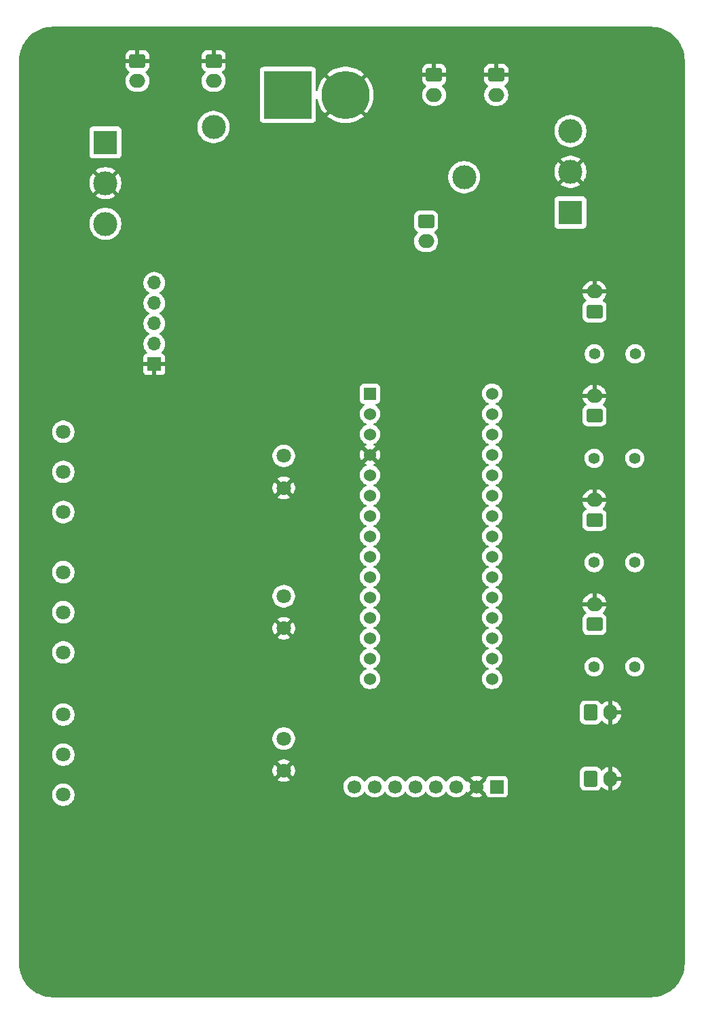
<source format=gbr>
%TF.GenerationSoftware,KiCad,Pcbnew,9.0.4*%
%TF.CreationDate,2025-10-04T23:37:01+05:30*%
%TF.ProjectId,FireSide,46697265-5369-4646-952e-6b696361645f,rev?*%
%TF.SameCoordinates,Original*%
%TF.FileFunction,Copper,L2,Bot*%
%TF.FilePolarity,Positive*%
%FSLAX46Y46*%
G04 Gerber Fmt 4.6, Leading zero omitted, Abs format (unit mm)*
G04 Created by KiCad (PCBNEW 9.0.4) date 2025-10-04 23:37:01*
%MOMM*%
%LPD*%
G01*
G04 APERTURE LIST*
G04 Aperture macros list*
%AMRoundRect*
0 Rectangle with rounded corners*
0 $1 Rounding radius*
0 $2 $3 $4 $5 $6 $7 $8 $9 X,Y pos of 4 corners*
0 Add a 4 corners polygon primitive as box body*
4,1,4,$2,$3,$4,$5,$6,$7,$8,$9,$2,$3,0*
0 Add four circle primitives for the rounded corners*
1,1,$1+$1,$2,$3*
1,1,$1+$1,$4,$5*
1,1,$1+$1,$6,$7*
1,1,$1+$1,$8,$9*
0 Add four rect primitives between the rounded corners*
20,1,$1+$1,$2,$3,$4,$5,0*
20,1,$1+$1,$4,$5,$6,$7,0*
20,1,$1+$1,$6,$7,$8,$9,0*
20,1,$1+$1,$8,$9,$2,$3,0*%
G04 Aperture macros list end*
%TA.AperFunction,ComponentPad*%
%ADD10C,1.400000*%
%TD*%
%TA.AperFunction,ComponentPad*%
%ADD11RoundRect,0.250000X-0.750000X0.600000X-0.750000X-0.600000X0.750000X-0.600000X0.750000X0.600000X0*%
%TD*%
%TA.AperFunction,ComponentPad*%
%ADD12O,2.000000X1.700000*%
%TD*%
%TA.AperFunction,ComponentPad*%
%ADD13C,7.500000*%
%TD*%
%TA.AperFunction,ComponentPad*%
%ADD14RoundRect,0.250000X0.750000X-0.600000X0.750000X0.600000X-0.750000X0.600000X-0.750000X-0.600000X0*%
%TD*%
%TA.AperFunction,ComponentPad*%
%ADD15C,1.800000*%
%TD*%
%TA.AperFunction,ComponentPad*%
%ADD16RoundRect,0.250000X-0.600000X-0.750000X0.600000X-0.750000X0.600000X0.750000X-0.600000X0.750000X0*%
%TD*%
%TA.AperFunction,ComponentPad*%
%ADD17O,1.700000X2.000000*%
%TD*%
%TA.AperFunction,ComponentPad*%
%ADD18R,1.700000X1.700000*%
%TD*%
%TA.AperFunction,ComponentPad*%
%ADD19C,1.700000*%
%TD*%
%TA.AperFunction,ComponentPad*%
%ADD20C,6.000000*%
%TD*%
%TA.AperFunction,ComponentPad*%
%ADD21R,6.000000X6.000000*%
%TD*%
%TA.AperFunction,ComponentPad*%
%ADD22R,1.524000X1.524000*%
%TD*%
%TA.AperFunction,ComponentPad*%
%ADD23C,1.524000*%
%TD*%
%TA.AperFunction,ComponentPad*%
%ADD24C,3.000000*%
%TD*%
%TA.AperFunction,ComponentPad*%
%ADD25R,3.000000X3.000000*%
%TD*%
%TA.AperFunction,ComponentPad*%
%ADD26O,1.700000X1.700000*%
%TD*%
%TA.AperFunction,ViaPad*%
%ADD27C,0.600000*%
%TD*%
G04 APERTURE END LIST*
D10*
%TO.P,R5,1*%
%TO.N,3.3V_STM*%
X147790000Y-96550000D03*
%TO.P,R5,2*%
%TO.N,A_THERM-2*%
X142710000Y-96550000D03*
%TD*%
%TO.P,R6,1*%
%TO.N,3.3V_STM*%
X147790000Y-83550000D03*
%TO.P,R6,2*%
%TO.N,A_THERM-3*%
X142710000Y-83550000D03*
%TD*%
D11*
%TO.P,J8,1,Pin_1*%
%TO.N,GND*%
X130500000Y-35750000D03*
D12*
%TO.P,J8,2,Pin_2*%
%TO.N,5V*%
X130500000Y-38250000D03*
%TD*%
D13*
%TO.P,H2,1,1*%
%TO.N,GND*%
X76500000Y-145600000D03*
%TD*%
%TO.P,H3,1,1*%
%TO.N,GND*%
X76500000Y-34500000D03*
%TD*%
D14*
%TO.P,J6,1,Pin_1*%
%TO.N,A_THERM-3*%
X142750000Y-78250000D03*
D12*
%TO.P,J6,2,Pin_2*%
%TO.N,GND*%
X142750000Y-75750000D03*
%TD*%
D10*
%TO.P,R7,1*%
%TO.N,3.3V_STM*%
X147825396Y-70550000D03*
%TO.P,R7,2*%
%TO.N,A_THERM-4*%
X142745396Y-70550000D03*
%TD*%
D15*
%TO.P,U6,1,GND*%
%TO.N,GND*%
X104000000Y-122500000D03*
%TO.P,U6,2,PWM*%
%TO.N,PWM_D4184-3*%
X104000000Y-118500000D03*
%TO.P,U6,3,-*%
%TO.N,unconnected-(U6---Pad3)*%
X76500000Y-125500000D03*
%TO.P,U6,4,LOAD*%
%TO.N,unconnected-(U6-LOAD-Pad4)*%
X76500000Y-120500000D03*
%TO.P,U6,5,+*%
%TO.N,unconnected-(U6-+-Pad5)*%
X76500000Y-115500000D03*
%TD*%
D16*
%TO.P,J2,1,Pin_1*%
%TO.N,A1*%
X142250000Y-115250000D03*
D17*
%TO.P,J2,2,Pin_2*%
%TO.N,GND*%
X144750000Y-115250000D03*
%TD*%
D16*
%TO.P,J1,1,Pin_1*%
%TO.N,A0*%
X142250000Y-123500000D03*
D17*
%TO.P,J1,2,Pin_2*%
%TO.N,GND*%
X144750000Y-123500000D03*
%TD*%
D13*
%TO.P,H1,1,1*%
%TO.N,GND*%
X149000000Y-145600000D03*
%TD*%
D15*
%TO.P,U5,1,GND*%
%TO.N,GND*%
X104000000Y-87250000D03*
%TO.P,U5,2,PWM*%
%TO.N,PWM_D4184-1*%
X104000000Y-83250000D03*
%TO.P,U5,3,-*%
%TO.N,unconnected-(U5---Pad3)*%
X76500000Y-90250000D03*
%TO.P,U5,4,LOAD*%
%TO.N,unconnected-(U5-LOAD-Pad4)*%
X76500000Y-85250000D03*
%TO.P,U5,5,+*%
%TO.N,unconnected-(U5-+-Pad5)*%
X76500000Y-80250000D03*
%TD*%
D18*
%TO.P,J3,1,Pin_1*%
%TO.N,3.3V_STM*%
X130580000Y-124500000D03*
D19*
%TO.P,J3,2,Pin_2*%
%TO.N,GND*%
X128040000Y-124500000D03*
%TO.P,J3,3,Pin_3*%
%TO.N,SCK_SD*%
X125500000Y-124500000D03*
%TO.P,J3,4,Pin_4*%
%TO.N,MISO_SD*%
X122960000Y-124500000D03*
%TO.P,J3,5,Pin_5*%
%TO.N,MOSI_SD*%
X120420000Y-124500000D03*
%TO.P,J3,6,Pin_6*%
%TO.N,CS_SD*%
X117880000Y-124500000D03*
%TO.P,J3,7,Pin_7*%
%TO.N,unconnected-(J3-Pin_7-Pad7)*%
X115340000Y-124500000D03*
%TO.P,J3,8,Pin_8*%
%TO.N,unconnected-(J3-Pin_8-Pad8)*%
X112800000Y-124500000D03*
%TD*%
D20*
%TO.P,U8,N,NEG*%
%TO.N,GND*%
X111700000Y-38250000D03*
D21*
%TO.P,U8,P,POS*%
%TO.N,VI*%
X104500000Y-38250000D03*
%TD*%
D22*
%TO.P,U3,CN3_1,PA9/D1*%
%TO.N,RX_RYLR*%
X114750000Y-75500000D03*
D23*
%TO.P,U3,CN3_2,PA10/D0*%
%TO.N,TX_RYLR*%
X114750000Y-78040000D03*
%TO.P,U3,CN3_3,~{RST}_CN3*%
%TO.N,unconnected-(U3-~{RST}_CN3-PadCN3_3)*%
X114750000Y-80580000D03*
%TO.P,U3,CN3_4,GND_CN3*%
%TO.N,GND*%
X114750000Y-83120000D03*
%TO.P,U3,CN3_5,PA12/D2*%
%TO.N,unconnected-(U3-PA12{slash}D2-PadCN3_5)*%
X114750000Y-85660000D03*
%TO.P,U3,CN3_6,PB0/D3*%
%TO.N,PWM_D4184-1*%
X114750000Y-88200000D03*
%TO.P,U3,CN3_7,PB7/D4*%
%TO.N,unconnected-(U3-PB7{slash}D4-PadCN3_7)*%
X114750000Y-90740000D03*
%TO.P,U3,CN3_8,PB6/D5*%
%TO.N,STATUS_PIN*%
X114750000Y-93280000D03*
%TO.P,U3,CN3_9,PB1/D6*%
%TO.N,PWM_D4184-2*%
X114750000Y-95820000D03*
%TO.P,U3,CN3_10,PC14/D7*%
%TO.N,unconnected-(U3-PC14{slash}D7-PadCN3_10)*%
X114750000Y-98360000D03*
%TO.P,U3,CN3_11,PC15/D8*%
%TO.N,unconnected-(U3-PC15{slash}D8-PadCN3_11)*%
X114750000Y-100900000D03*
%TO.P,U3,CN3_12,PA8/D9*%
%TO.N,PWM_D4184-3*%
X114750000Y-103440000D03*
%TO.P,U3,CN3_13,PA11/D10*%
%TO.N,CS_SD*%
X114750000Y-105980000D03*
%TO.P,U3,CN3_14,PB5/D11*%
%TO.N,MOSI_SD*%
X114750000Y-108520000D03*
%TO.P,U3,CN3_15,PB4/D12*%
%TO.N,MISO_SD*%
X114750000Y-111060000D03*
%TO.P,U3,CN4_1,VIN*%
%TO.N,5Vin*%
X129990000Y-75500000D03*
%TO.P,U3,CN4_2,GND_CN4*%
%TO.N,unconnected-(U3-GND_CN4-PadCN4_2)*%
X129990000Y-78040000D03*
%TO.P,U3,CN4_3,~{RST}_CN4*%
%TO.N,unconnected-(U3-~{RST}_CN4-PadCN4_3)*%
X129990000Y-80580000D03*
%TO.P,U3,CN4_4,+5V*%
%TO.N,unconnected-(U3-+5V-PadCN4_4)*%
X129990000Y-83120000D03*
%TO.P,U3,CN4_5,PA2/A7*%
%TO.N,unconnected-(U3-PA2{slash}A7-PadCN4_5)*%
X129990000Y-85660000D03*
%TO.P,U3,CN4_6,PA7/A6*%
%TO.N,unconnected-(U3-PA7{slash}A6-PadCN4_6)*%
X129990000Y-88200000D03*
%TO.P,U3,CN4_7,PA6/A5*%
%TO.N,A_THERM-4*%
X129990000Y-90740000D03*
%TO.P,U3,CN4_8,PA5/A4*%
%TO.N,A_THERM-3*%
X129990000Y-93280000D03*
%TO.P,U3,CN4_9,PA4/A3*%
%TO.N,A_THERM-2*%
X129990000Y-95820000D03*
%TO.P,U3,CN4_10,PA3/A2*%
%TO.N,A_THERM-1*%
X129990000Y-98360000D03*
%TO.P,U3,CN4_11,PA1/A1*%
%TO.N,A1*%
X129990000Y-100900000D03*
%TO.P,U3,CN4_12,PA0/A0*%
%TO.N,A0*%
X129990000Y-103440000D03*
%TO.P,U3,CN4_13,AREF*%
%TO.N,unconnected-(U3-AREF-PadCN4_13)*%
X129990000Y-105980000D03*
%TO.P,U3,CN4_14,+3V3*%
%TO.N,3.3V_STM*%
X129990000Y-108520000D03*
%TO.P,U3,CN4_15,PB3/D13*%
%TO.N,SCK_SD*%
X129990000Y-111060000D03*
%TD*%
D10*
%TO.P,R2,1*%
%TO.N,3.3V_STM*%
X147790000Y-109550000D03*
%TO.P,R2,2*%
%TO.N,A_THERM-1*%
X142710000Y-109550000D03*
%TD*%
D14*
%TO.P,J4,1,Pin_1*%
%TO.N,A_THERM-1*%
X142750000Y-104250000D03*
D12*
%TO.P,J4,2,Pin_2*%
%TO.N,GND*%
X142750000Y-101750000D03*
%TD*%
D11*
%TO.P,J7,1,Pin_1*%
%TO.N,GND*%
X122750000Y-35750000D03*
D12*
%TO.P,J7,2,Pin_2*%
%TO.N,5V*%
X122750000Y-38250000D03*
%TD*%
D11*
%TO.P,J12,1,Pin_1*%
%TO.N,GND*%
X95250000Y-34000000D03*
D12*
%TO.P,J12,2,Pin_2*%
%TO.N,3.3V*%
X95250000Y-36500000D03*
%TD*%
D14*
%TO.P,J14,1,Pin_1*%
%TO.N,A_THERM-4*%
X142750000Y-65250000D03*
D12*
%TO.P,J14,2,Pin_2*%
%TO.N,GND*%
X142750000Y-62750000D03*
%TD*%
D11*
%TO.P,J10,1,Pin_1*%
%TO.N,Net-(J10-Pin_1)*%
X121750000Y-54000000D03*
D12*
%TO.P,J10,2,Pin_2*%
%TO.N,VI*%
X121750000Y-56500000D03*
%TD*%
D24*
%TO.P,TP2,1,1*%
%TO.N,3.3V*%
X95250000Y-42250000D03*
%TD*%
D11*
%TO.P,J11,1,Pin_1*%
%TO.N,GND*%
X85750000Y-34000000D03*
D12*
%TO.P,J11,2,Pin_2*%
%TO.N,3.3V*%
X85750000Y-36500000D03*
%TD*%
D24*
%TO.P,TP1,1,1*%
%TO.N,5V*%
X126500000Y-48500000D03*
%TD*%
D15*
%TO.P,U9,1,GND*%
%TO.N,GND*%
X104000000Y-104750000D03*
%TO.P,U9,2,PWM*%
%TO.N,PWM_D4184-2*%
X104000000Y-100750000D03*
%TO.P,U9,3,-*%
%TO.N,unconnected-(U9---Pad3)*%
X76500000Y-107750000D03*
%TO.P,U9,4,LOAD*%
%TO.N,unconnected-(U9-LOAD-Pad4)*%
X76500000Y-102750000D03*
%TO.P,U9,5,+*%
%TO.N,unconnected-(U9-+-Pad5)*%
X76500000Y-97750000D03*
%TD*%
D14*
%TO.P,J5,1,Pin_1*%
%TO.N,A_THERM-2*%
X142750000Y-91250000D03*
D12*
%TO.P,J5,2,Pin_2*%
%TO.N,GND*%
X142750000Y-88750000D03*
%TD*%
D13*
%TO.P,H4,1,1*%
%TO.N,GND*%
X149000000Y-34500000D03*
%TD*%
D25*
%TO.P,J13,1,Pin_1*%
%TO.N,5Vin*%
X139750000Y-52910000D03*
D24*
%TO.P,J13,2,Pin_2*%
%TO.N,GND*%
X139750000Y-47830000D03*
%TO.P,J13,3,Pin_3*%
%TO.N,5V*%
X139750000Y-42750000D03*
%TD*%
D26*
%TO.P,U2,1,VDD*%
%TO.N,3.3Vin*%
X87849000Y-61670000D03*
%TO.P,U2,2,RST*%
%TO.N,unconnected-(U2-RST-Pad2)*%
X87849000Y-64210000D03*
%TO.P,U2,3,RXD*%
%TO.N,RX_RYLR*%
X87849000Y-66750000D03*
%TO.P,U2,4,TXD*%
%TO.N,TX_RYLR*%
X87849000Y-69290000D03*
D18*
%TO.P,U2,5,GND*%
%TO.N,GND*%
X87849000Y-71830000D03*
%TD*%
D25*
%TO.P,J9,1,Pin_1*%
%TO.N,3.3V*%
X81750000Y-44170000D03*
D24*
%TO.P,J9,2,Pin_2*%
%TO.N,GND*%
X81750000Y-49250000D03*
%TO.P,J9,3,Pin_3*%
%TO.N,3.3Vin*%
X81750000Y-54330000D03*
%TD*%
D27*
%TO.N,GND*%
X131100250Y-59850250D03*
X109539335Y-44460665D03*
X106950000Y-44250000D03*
X88286263Y-50463737D03*
X133250000Y-71000000D03*
X97500000Y-44750000D03*
X100941768Y-54941768D03*
X117367769Y-47700000D03*
X133250000Y-67558421D03*
%TD*%
%TA.AperFunction,Conductor*%
%TO.N,GND*%
G36*
X149802855Y-29750632D02*
G01*
X150181764Y-29768149D01*
X150193154Y-29769205D01*
X150565988Y-29821213D01*
X150577232Y-29823315D01*
X150943677Y-29909502D01*
X150954667Y-29912629D01*
X151311616Y-30032267D01*
X151322270Y-30036395D01*
X151666643Y-30188450D01*
X151676870Y-30193542D01*
X151813325Y-30269547D01*
X152005739Y-30376721D01*
X152015477Y-30382750D01*
X152326033Y-30595486D01*
X152335173Y-30602388D01*
X152624780Y-30842874D01*
X152633244Y-30850591D01*
X152899408Y-31116755D01*
X152907125Y-31125219D01*
X153147611Y-31414826D01*
X153154513Y-31423966D01*
X153367249Y-31734522D01*
X153373278Y-31744260D01*
X153497077Y-31966521D01*
X153548008Y-32057961D01*
X153556450Y-32073116D01*
X153561555Y-32083369D01*
X153713599Y-32427716D01*
X153717737Y-32438396D01*
X153837366Y-32795319D01*
X153840500Y-32806335D01*
X153926682Y-33172759D01*
X153928787Y-33184018D01*
X153980793Y-33556838D01*
X153981850Y-33568242D01*
X153999368Y-33947144D01*
X153999500Y-33952871D01*
X153999500Y-146547128D01*
X153999368Y-146552855D01*
X153981850Y-146931757D01*
X153980793Y-146943161D01*
X153928787Y-147315981D01*
X153926682Y-147327240D01*
X153840500Y-147693664D01*
X153837366Y-147704680D01*
X153717737Y-148061603D01*
X153713599Y-148072283D01*
X153561555Y-148416630D01*
X153556450Y-148426883D01*
X153373278Y-148755739D01*
X153367249Y-148765477D01*
X153154513Y-149076033D01*
X153147611Y-149085173D01*
X152907125Y-149374780D01*
X152899408Y-149383244D01*
X152633244Y-149649408D01*
X152624780Y-149657125D01*
X152335173Y-149897611D01*
X152326033Y-149904513D01*
X152015477Y-150117249D01*
X152005739Y-150123278D01*
X151676883Y-150306450D01*
X151666630Y-150311555D01*
X151322283Y-150463599D01*
X151311603Y-150467737D01*
X150954680Y-150587366D01*
X150943664Y-150590500D01*
X150577240Y-150676682D01*
X150565981Y-150678787D01*
X150193161Y-150730793D01*
X150181757Y-150731850D01*
X149802855Y-150749368D01*
X149797128Y-150749500D01*
X75202872Y-150749500D01*
X75197145Y-150749368D01*
X74818242Y-150731850D01*
X74806838Y-150730793D01*
X74434018Y-150678787D01*
X74422759Y-150676682D01*
X74056335Y-150590500D01*
X74045319Y-150587366D01*
X73688396Y-150467737D01*
X73677716Y-150463599D01*
X73333365Y-150311553D01*
X73323121Y-150306452D01*
X73216521Y-150247077D01*
X72994260Y-150123278D01*
X72984522Y-150117249D01*
X72673966Y-149904513D01*
X72664826Y-149897611D01*
X72375219Y-149657125D01*
X72366755Y-149649408D01*
X72100591Y-149383244D01*
X72092874Y-149374780D01*
X71852388Y-149085173D01*
X71845486Y-149076033D01*
X71632750Y-148765477D01*
X71626721Y-148755739D01*
X71586383Y-148683319D01*
X71443542Y-148426870D01*
X71438450Y-148416643D01*
X71286395Y-148072270D01*
X71282267Y-148061616D01*
X71162629Y-147704667D01*
X71159502Y-147693677D01*
X71073315Y-147327232D01*
X71071212Y-147315981D01*
X71054170Y-147193813D01*
X71019205Y-146943154D01*
X71018149Y-146931757D01*
X71000632Y-146552855D01*
X71000500Y-146547128D01*
X71000500Y-125389778D01*
X75099500Y-125389778D01*
X75099500Y-125610222D01*
X75100300Y-125615270D01*
X75133985Y-125827952D01*
X75202103Y-126037603D01*
X75202104Y-126037606D01*
X75302187Y-126234025D01*
X75431752Y-126412358D01*
X75431756Y-126412363D01*
X75587636Y-126568243D01*
X75587641Y-126568247D01*
X75743192Y-126681260D01*
X75765978Y-126697815D01*
X75894375Y-126763237D01*
X75962393Y-126797895D01*
X75962396Y-126797896D01*
X76067221Y-126831955D01*
X76172049Y-126866015D01*
X76389778Y-126900500D01*
X76389779Y-126900500D01*
X76610221Y-126900500D01*
X76610222Y-126900500D01*
X76827951Y-126866015D01*
X77037606Y-126797895D01*
X77234022Y-126697815D01*
X77412365Y-126568242D01*
X77568242Y-126412365D01*
X77697815Y-126234022D01*
X77797895Y-126037606D01*
X77866015Y-125827951D01*
X77900500Y-125610222D01*
X77900500Y-125389778D01*
X77866015Y-125172049D01*
X77810114Y-125000000D01*
X77797896Y-124962396D01*
X77797895Y-124962393D01*
X77763237Y-124894375D01*
X77697815Y-124765978D01*
X77681260Y-124743192D01*
X77568247Y-124587641D01*
X77568243Y-124587636D01*
X77412363Y-124431756D01*
X77412358Y-124431752D01*
X77360001Y-124393713D01*
X111449500Y-124393713D01*
X111449500Y-124606287D01*
X111482754Y-124816243D01*
X111542622Y-125000498D01*
X111548444Y-125018414D01*
X111644951Y-125207820D01*
X111769890Y-125379786D01*
X111920213Y-125530109D01*
X112092179Y-125655048D01*
X112092181Y-125655049D01*
X112092184Y-125655051D01*
X112281588Y-125751557D01*
X112483757Y-125817246D01*
X112693713Y-125850500D01*
X112693714Y-125850500D01*
X112906286Y-125850500D01*
X112906287Y-125850500D01*
X113116243Y-125817246D01*
X113318412Y-125751557D01*
X113507816Y-125655051D01*
X113594138Y-125592335D01*
X113679786Y-125530109D01*
X113679788Y-125530106D01*
X113679792Y-125530104D01*
X113830104Y-125379792D01*
X113830106Y-125379788D01*
X113830109Y-125379786D01*
X113955048Y-125207820D01*
X113955047Y-125207820D01*
X113955051Y-125207816D01*
X113959514Y-125199054D01*
X114007488Y-125148259D01*
X114075308Y-125131463D01*
X114141444Y-125153999D01*
X114180486Y-125199056D01*
X114184951Y-125207820D01*
X114309890Y-125379786D01*
X114460213Y-125530109D01*
X114632179Y-125655048D01*
X114632181Y-125655049D01*
X114632184Y-125655051D01*
X114821588Y-125751557D01*
X115023757Y-125817246D01*
X115233713Y-125850500D01*
X115233714Y-125850500D01*
X115446286Y-125850500D01*
X115446287Y-125850500D01*
X115656243Y-125817246D01*
X115858412Y-125751557D01*
X116047816Y-125655051D01*
X116134138Y-125592335D01*
X116219786Y-125530109D01*
X116219788Y-125530106D01*
X116219792Y-125530104D01*
X116370104Y-125379792D01*
X116370106Y-125379788D01*
X116370109Y-125379786D01*
X116495048Y-125207820D01*
X116495047Y-125207820D01*
X116495051Y-125207816D01*
X116499514Y-125199054D01*
X116547488Y-125148259D01*
X116615308Y-125131463D01*
X116681444Y-125153999D01*
X116720486Y-125199056D01*
X116724951Y-125207820D01*
X116849890Y-125379786D01*
X117000213Y-125530109D01*
X117172179Y-125655048D01*
X117172181Y-125655049D01*
X117172184Y-125655051D01*
X117361588Y-125751557D01*
X117563757Y-125817246D01*
X117773713Y-125850500D01*
X117773714Y-125850500D01*
X117986286Y-125850500D01*
X117986287Y-125850500D01*
X118196243Y-125817246D01*
X118398412Y-125751557D01*
X118587816Y-125655051D01*
X118674138Y-125592335D01*
X118759786Y-125530109D01*
X118759788Y-125530106D01*
X118759792Y-125530104D01*
X118910104Y-125379792D01*
X118910106Y-125379788D01*
X118910109Y-125379786D01*
X119035048Y-125207820D01*
X119035047Y-125207820D01*
X119035051Y-125207816D01*
X119039514Y-125199054D01*
X119087488Y-125148259D01*
X119155308Y-125131463D01*
X119221444Y-125153999D01*
X119260486Y-125199056D01*
X119264951Y-125207820D01*
X119389890Y-125379786D01*
X119540213Y-125530109D01*
X119712179Y-125655048D01*
X119712181Y-125655049D01*
X119712184Y-125655051D01*
X119901588Y-125751557D01*
X120103757Y-125817246D01*
X120313713Y-125850500D01*
X120313714Y-125850500D01*
X120526286Y-125850500D01*
X120526287Y-125850500D01*
X120736243Y-125817246D01*
X120938412Y-125751557D01*
X121127816Y-125655051D01*
X121214138Y-125592335D01*
X121299786Y-125530109D01*
X121299788Y-125530106D01*
X121299792Y-125530104D01*
X121450104Y-125379792D01*
X121450106Y-125379788D01*
X121450109Y-125379786D01*
X121575048Y-125207820D01*
X121575047Y-125207820D01*
X121575051Y-125207816D01*
X121579514Y-125199054D01*
X121627488Y-125148259D01*
X121695308Y-125131463D01*
X121761444Y-125153999D01*
X121800486Y-125199056D01*
X121804951Y-125207820D01*
X121929890Y-125379786D01*
X122080213Y-125530109D01*
X122252179Y-125655048D01*
X122252181Y-125655049D01*
X122252184Y-125655051D01*
X122441588Y-125751557D01*
X122643757Y-125817246D01*
X122853713Y-125850500D01*
X122853714Y-125850500D01*
X123066286Y-125850500D01*
X123066287Y-125850500D01*
X123276243Y-125817246D01*
X123478412Y-125751557D01*
X123667816Y-125655051D01*
X123754138Y-125592335D01*
X123839786Y-125530109D01*
X123839788Y-125530106D01*
X123839792Y-125530104D01*
X123990104Y-125379792D01*
X123990106Y-125379788D01*
X123990109Y-125379786D01*
X124115048Y-125207820D01*
X124115047Y-125207820D01*
X124115051Y-125207816D01*
X124119514Y-125199054D01*
X124167488Y-125148259D01*
X124235308Y-125131463D01*
X124301444Y-125153999D01*
X124340486Y-125199056D01*
X124344951Y-125207820D01*
X124469890Y-125379786D01*
X124620213Y-125530109D01*
X124792179Y-125655048D01*
X124792181Y-125655049D01*
X124792184Y-125655051D01*
X124981588Y-125751557D01*
X125183757Y-125817246D01*
X125393713Y-125850500D01*
X125393714Y-125850500D01*
X125606286Y-125850500D01*
X125606287Y-125850500D01*
X125816243Y-125817246D01*
X126018412Y-125751557D01*
X126207816Y-125655051D01*
X126294138Y-125592335D01*
X126379786Y-125530109D01*
X126379788Y-125530106D01*
X126379792Y-125530104D01*
X126530104Y-125379792D01*
X126530106Y-125379788D01*
X126530109Y-125379786D01*
X126597515Y-125287007D01*
X126655051Y-125207816D01*
X126659793Y-125198508D01*
X126707763Y-125147711D01*
X126775583Y-125130911D01*
X126841719Y-125153445D01*
X126880763Y-125198500D01*
X126885373Y-125207547D01*
X126924728Y-125261716D01*
X127557037Y-124629408D01*
X127574075Y-124692993D01*
X127639901Y-124807007D01*
X127732993Y-124900099D01*
X127847007Y-124965925D01*
X127910590Y-124982962D01*
X127278282Y-125615269D01*
X127278282Y-125615270D01*
X127332449Y-125654624D01*
X127521782Y-125751095D01*
X127723870Y-125816757D01*
X127933754Y-125850000D01*
X128146246Y-125850000D01*
X128356127Y-125816757D01*
X128356130Y-125816757D01*
X128558217Y-125751095D01*
X128747554Y-125654622D01*
X128801716Y-125615270D01*
X128801717Y-125615270D01*
X128169408Y-124982962D01*
X128232993Y-124965925D01*
X128347007Y-124900099D01*
X128440099Y-124807007D01*
X128505925Y-124692993D01*
X128522962Y-124629409D01*
X129193181Y-125299628D01*
X129226666Y-125360951D01*
X129229500Y-125387300D01*
X129229500Y-125397865D01*
X129229501Y-125397876D01*
X129235908Y-125457483D01*
X129286202Y-125592328D01*
X129286206Y-125592335D01*
X129372452Y-125707544D01*
X129372455Y-125707547D01*
X129487664Y-125793793D01*
X129487671Y-125793797D01*
X129622517Y-125844091D01*
X129622516Y-125844091D01*
X129629444Y-125844835D01*
X129682127Y-125850500D01*
X131477872Y-125850499D01*
X131537483Y-125844091D01*
X131672331Y-125793796D01*
X131787546Y-125707546D01*
X131873796Y-125592331D01*
X131924091Y-125457483D01*
X131930500Y-125397873D01*
X131930499Y-123602128D01*
X131924091Y-123542517D01*
X131873796Y-123407669D01*
X131873795Y-123407668D01*
X131873793Y-123407664D01*
X131787547Y-123292455D01*
X131787544Y-123292452D01*
X131672335Y-123206206D01*
X131672328Y-123206202D01*
X131537482Y-123155908D01*
X131537483Y-123155908D01*
X131477883Y-123149501D01*
X131477881Y-123149500D01*
X131477873Y-123149500D01*
X131477864Y-123149500D01*
X129682129Y-123149500D01*
X129682123Y-123149501D01*
X129622516Y-123155908D01*
X129487671Y-123206202D01*
X129487664Y-123206206D01*
X129372455Y-123292452D01*
X129372452Y-123292455D01*
X129286206Y-123407664D01*
X129286202Y-123407671D01*
X129235908Y-123542517D01*
X129229501Y-123602116D01*
X129229501Y-123602123D01*
X129229500Y-123602135D01*
X129229500Y-123612690D01*
X129209815Y-123679729D01*
X129193181Y-123700371D01*
X128522962Y-124370590D01*
X128505925Y-124307007D01*
X128440099Y-124192993D01*
X128347007Y-124099901D01*
X128232993Y-124034075D01*
X128169409Y-124017037D01*
X128801716Y-123384728D01*
X128747550Y-123345375D01*
X128558217Y-123248904D01*
X128356129Y-123183242D01*
X128146246Y-123150000D01*
X127933754Y-123150000D01*
X127723872Y-123183242D01*
X127723869Y-123183242D01*
X127521782Y-123248904D01*
X127332439Y-123345380D01*
X127278282Y-123384727D01*
X127278282Y-123384728D01*
X127910591Y-124017037D01*
X127847007Y-124034075D01*
X127732993Y-124099901D01*
X127639901Y-124192993D01*
X127574075Y-124307007D01*
X127557037Y-124370591D01*
X126924728Y-123738282D01*
X126924727Y-123738282D01*
X126885380Y-123792440D01*
X126885376Y-123792446D01*
X126880760Y-123801505D01*
X126832781Y-123852297D01*
X126764959Y-123869087D01*
X126698826Y-123846543D01*
X126659794Y-123801493D01*
X126655051Y-123792184D01*
X126655049Y-123792181D01*
X126655048Y-123792179D01*
X126530109Y-123620213D01*
X126379786Y-123469890D01*
X126207820Y-123344951D01*
X126018414Y-123248444D01*
X126018413Y-123248443D01*
X126018412Y-123248443D01*
X125816243Y-123182754D01*
X125816241Y-123182753D01*
X125816240Y-123182753D01*
X125654957Y-123157208D01*
X125606287Y-123149500D01*
X125393713Y-123149500D01*
X125345042Y-123157208D01*
X125183760Y-123182753D01*
X124981585Y-123248444D01*
X124792179Y-123344951D01*
X124620213Y-123469890D01*
X124469890Y-123620213D01*
X124344949Y-123792182D01*
X124340484Y-123800946D01*
X124292509Y-123851742D01*
X124224688Y-123868536D01*
X124158553Y-123845998D01*
X124119516Y-123800946D01*
X124115050Y-123792182D01*
X123990109Y-123620213D01*
X123839786Y-123469890D01*
X123667820Y-123344951D01*
X123478414Y-123248444D01*
X123478413Y-123248443D01*
X123478412Y-123248443D01*
X123276243Y-123182754D01*
X123276241Y-123182753D01*
X123276240Y-123182753D01*
X123114957Y-123157208D01*
X123066287Y-123149500D01*
X122853713Y-123149500D01*
X122805042Y-123157208D01*
X122643760Y-123182753D01*
X122441585Y-123248444D01*
X122252179Y-123344951D01*
X122080213Y-123469890D01*
X121929890Y-123620213D01*
X121804949Y-123792182D01*
X121800484Y-123800946D01*
X121752509Y-123851742D01*
X121684688Y-123868536D01*
X121618553Y-123845998D01*
X121579516Y-123800946D01*
X121575050Y-123792182D01*
X121450109Y-123620213D01*
X121299786Y-123469890D01*
X121127820Y-123344951D01*
X120938414Y-123248444D01*
X120938413Y-123248443D01*
X120938412Y-123248443D01*
X120736243Y-123182754D01*
X120736241Y-123182753D01*
X120736240Y-123182753D01*
X120574957Y-123157208D01*
X120526287Y-123149500D01*
X120313713Y-123149500D01*
X120265042Y-123157208D01*
X120103760Y-123182753D01*
X119901585Y-123248444D01*
X119712179Y-123344951D01*
X119540213Y-123469890D01*
X119389890Y-123620213D01*
X119264949Y-123792182D01*
X119260484Y-123800946D01*
X119212509Y-123851742D01*
X119144688Y-123868536D01*
X119078553Y-123845998D01*
X119039516Y-123800946D01*
X119035050Y-123792182D01*
X118910109Y-123620213D01*
X118759786Y-123469890D01*
X118587820Y-123344951D01*
X118398414Y-123248444D01*
X118398413Y-123248443D01*
X118398412Y-123248443D01*
X118196243Y-123182754D01*
X118196241Y-123182753D01*
X118196240Y-123182753D01*
X118034957Y-123157208D01*
X117986287Y-123149500D01*
X117773713Y-123149500D01*
X117725042Y-123157208D01*
X117563760Y-123182753D01*
X117361585Y-123248444D01*
X117172179Y-123344951D01*
X117000213Y-123469890D01*
X116849890Y-123620213D01*
X116724949Y-123792182D01*
X116720484Y-123800946D01*
X116672509Y-123851742D01*
X116604688Y-123868536D01*
X116538553Y-123845998D01*
X116499516Y-123800946D01*
X116495050Y-123792182D01*
X116370109Y-123620213D01*
X116219786Y-123469890D01*
X116047820Y-123344951D01*
X115858414Y-123248444D01*
X115858413Y-123248443D01*
X115858412Y-123248443D01*
X115656243Y-123182754D01*
X115656241Y-123182753D01*
X115656240Y-123182753D01*
X115494957Y-123157208D01*
X115446287Y-123149500D01*
X115233713Y-123149500D01*
X115185042Y-123157208D01*
X115023760Y-123182753D01*
X114821585Y-123248444D01*
X114632179Y-123344951D01*
X114460213Y-123469890D01*
X114309890Y-123620213D01*
X114184949Y-123792182D01*
X114180484Y-123800946D01*
X114132509Y-123851742D01*
X114064688Y-123868536D01*
X113998553Y-123845998D01*
X113959516Y-123800946D01*
X113955050Y-123792182D01*
X113830109Y-123620213D01*
X113679786Y-123469890D01*
X113507820Y-123344951D01*
X113318414Y-123248444D01*
X113318413Y-123248443D01*
X113318412Y-123248443D01*
X113116243Y-123182754D01*
X113116241Y-123182753D01*
X113116240Y-123182753D01*
X112954957Y-123157208D01*
X112906287Y-123149500D01*
X112693713Y-123149500D01*
X112645042Y-123157208D01*
X112483760Y-123182753D01*
X112281585Y-123248444D01*
X112092179Y-123344951D01*
X111920213Y-123469890D01*
X111769890Y-123620213D01*
X111644951Y-123792179D01*
X111548444Y-123981585D01*
X111482753Y-124183760D01*
X111449500Y-124393713D01*
X77360001Y-124393713D01*
X77234025Y-124302187D01*
X77234024Y-124302186D01*
X77234022Y-124302185D01*
X77171096Y-124270122D01*
X77037606Y-124202104D01*
X77037603Y-124202103D01*
X76827952Y-124133985D01*
X76719086Y-124116742D01*
X76610222Y-124099500D01*
X76389778Y-124099500D01*
X76317201Y-124110995D01*
X76172047Y-124133985D01*
X75962396Y-124202103D01*
X75962393Y-124202104D01*
X75765974Y-124302187D01*
X75587641Y-124431752D01*
X75587636Y-124431756D01*
X75431756Y-124587636D01*
X75431752Y-124587641D01*
X75302187Y-124765974D01*
X75202104Y-124962393D01*
X75202103Y-124962396D01*
X75133985Y-125172047D01*
X75128319Y-125207820D01*
X75099500Y-125389778D01*
X71000500Y-125389778D01*
X71000500Y-122389818D01*
X102600000Y-122389818D01*
X102600000Y-122610181D01*
X102634473Y-122827835D01*
X102702567Y-123037410D01*
X102802611Y-123233756D01*
X102848932Y-123297513D01*
X103557861Y-122588584D01*
X103580667Y-122673694D01*
X103639910Y-122776306D01*
X103723694Y-122860090D01*
X103826306Y-122919333D01*
X103911414Y-122942137D01*
X103202485Y-123651065D01*
X103202485Y-123651066D01*
X103266243Y-123697388D01*
X103462589Y-123797432D01*
X103672164Y-123865526D01*
X103889819Y-123900000D01*
X104110181Y-123900000D01*
X104327835Y-123865526D01*
X104537410Y-123797432D01*
X104733760Y-123697386D01*
X104797513Y-123651066D01*
X104797514Y-123651066D01*
X104088585Y-122942138D01*
X104173694Y-122919333D01*
X104276306Y-122860090D01*
X104360090Y-122776306D01*
X104419333Y-122673694D01*
X104442137Y-122588585D01*
X105151066Y-123297514D01*
X105151066Y-123297513D01*
X105197386Y-123233760D01*
X105297432Y-123037410D01*
X105365526Y-122827835D01*
X105385777Y-122699983D01*
X140899500Y-122699983D01*
X140899500Y-124300001D01*
X140899501Y-124300018D01*
X140910000Y-124402796D01*
X140910001Y-124402799D01*
X140942211Y-124500000D01*
X140965186Y-124569334D01*
X141057288Y-124718656D01*
X141181344Y-124842712D01*
X141330666Y-124934814D01*
X141497203Y-124989999D01*
X141599991Y-125000500D01*
X142900008Y-125000499D01*
X143002797Y-124989999D01*
X143169334Y-124934814D01*
X143318656Y-124842712D01*
X143442712Y-124718656D01*
X143534814Y-124569334D01*
X143534814Y-124569331D01*
X143538448Y-124563441D01*
X143590395Y-124516716D01*
X143659358Y-124505493D01*
X143723440Y-124533336D01*
X143731668Y-124540856D01*
X143870535Y-124679723D01*
X143870540Y-124679727D01*
X144042442Y-124804620D01*
X144231782Y-124901095D01*
X144433871Y-124966757D01*
X144500000Y-124977231D01*
X144500000Y-123933012D01*
X144557007Y-123965925D01*
X144684174Y-124000000D01*
X144815826Y-124000000D01*
X144942993Y-123965925D01*
X145000000Y-123933012D01*
X145000000Y-124977230D01*
X145066126Y-124966757D01*
X145066129Y-124966757D01*
X145268217Y-124901095D01*
X145457557Y-124804620D01*
X145629459Y-124679727D01*
X145629464Y-124679723D01*
X145779723Y-124529464D01*
X145779727Y-124529459D01*
X145904620Y-124357557D01*
X146001095Y-124168217D01*
X146066757Y-123966130D01*
X146066757Y-123966127D01*
X146100000Y-123756246D01*
X146100000Y-123750000D01*
X145183012Y-123750000D01*
X145215925Y-123692993D01*
X145250000Y-123565826D01*
X145250000Y-123434174D01*
X145215925Y-123307007D01*
X145183012Y-123250000D01*
X146100000Y-123250000D01*
X146100000Y-123243753D01*
X146066757Y-123033872D01*
X146066757Y-123033869D01*
X146001095Y-122831782D01*
X145904620Y-122642442D01*
X145779727Y-122470540D01*
X145779723Y-122470535D01*
X145629464Y-122320276D01*
X145629459Y-122320272D01*
X145457557Y-122195379D01*
X145268215Y-122098903D01*
X145066124Y-122033241D01*
X145000000Y-122022768D01*
X145000000Y-123066988D01*
X144942993Y-123034075D01*
X144815826Y-123000000D01*
X144684174Y-123000000D01*
X144557007Y-123034075D01*
X144500000Y-123066988D01*
X144500000Y-122022768D01*
X144499999Y-122022768D01*
X144433875Y-122033241D01*
X144231784Y-122098903D01*
X144042442Y-122195379D01*
X143870541Y-122320271D01*
X143731668Y-122459144D01*
X143670345Y-122492628D01*
X143600653Y-122487644D01*
X143544720Y-122445772D01*
X143538448Y-122436558D01*
X143442712Y-122281344D01*
X143318657Y-122157289D01*
X143318656Y-122157288D01*
X143169334Y-122065186D01*
X143002797Y-122010001D01*
X143002795Y-122010000D01*
X142900010Y-121999500D01*
X141599998Y-121999500D01*
X141599981Y-121999501D01*
X141497203Y-122010000D01*
X141497200Y-122010001D01*
X141330668Y-122065185D01*
X141330663Y-122065187D01*
X141181342Y-122157289D01*
X141057289Y-122281342D01*
X140965187Y-122430663D01*
X140965185Y-122430668D01*
X140961842Y-122440756D01*
X140910001Y-122597203D01*
X140910001Y-122597204D01*
X140910000Y-122597204D01*
X140899500Y-122699983D01*
X105385777Y-122699983D01*
X105389348Y-122677436D01*
X105400000Y-122610181D01*
X105400000Y-122389818D01*
X105365526Y-122172164D01*
X105297432Y-121962589D01*
X105197388Y-121766243D01*
X105151066Y-121702485D01*
X105151065Y-121702485D01*
X104442137Y-122411413D01*
X104419333Y-122326306D01*
X104360090Y-122223694D01*
X104276306Y-122139910D01*
X104173694Y-122080667D01*
X104088583Y-122057861D01*
X104797513Y-121348932D01*
X104733756Y-121302611D01*
X104537410Y-121202567D01*
X104327835Y-121134473D01*
X104110181Y-121100000D01*
X103889819Y-121100000D01*
X103672164Y-121134473D01*
X103462589Y-121202567D01*
X103266233Y-121302616D01*
X103202485Y-121348931D01*
X103202485Y-121348932D01*
X103911414Y-122057861D01*
X103826306Y-122080667D01*
X103723694Y-122139910D01*
X103639910Y-122223694D01*
X103580667Y-122326306D01*
X103557861Y-122411414D01*
X102848932Y-121702485D01*
X102848931Y-121702485D01*
X102802616Y-121766233D01*
X102702567Y-121962589D01*
X102634473Y-122172164D01*
X102600000Y-122389818D01*
X71000500Y-122389818D01*
X71000500Y-120389778D01*
X75099500Y-120389778D01*
X75099500Y-120610221D01*
X75133985Y-120827952D01*
X75202103Y-121037603D01*
X75202104Y-121037606D01*
X75270122Y-121171096D01*
X75302184Y-121234021D01*
X75302187Y-121234025D01*
X75431752Y-121412358D01*
X75431756Y-121412363D01*
X75587636Y-121568243D01*
X75587641Y-121568247D01*
X75743192Y-121681260D01*
X75765978Y-121697815D01*
X75894375Y-121763237D01*
X75962393Y-121797895D01*
X75962396Y-121797896D01*
X76067221Y-121831955D01*
X76172049Y-121866015D01*
X76389778Y-121900500D01*
X76389779Y-121900500D01*
X76610221Y-121900500D01*
X76610222Y-121900500D01*
X76827951Y-121866015D01*
X77037606Y-121797895D01*
X77234022Y-121697815D01*
X77412365Y-121568242D01*
X77568242Y-121412365D01*
X77579324Y-121397111D01*
X77632945Y-121323309D01*
X77632947Y-121323306D01*
X77648828Y-121301446D01*
X77697815Y-121234022D01*
X77797895Y-121037606D01*
X77866015Y-120827951D01*
X77900500Y-120610222D01*
X77900500Y-120389778D01*
X77866015Y-120172049D01*
X77797895Y-119962394D01*
X77797895Y-119962393D01*
X77748786Y-119866014D01*
X77697815Y-119765978D01*
X77648290Y-119697812D01*
X77568247Y-119587641D01*
X77568243Y-119587636D01*
X77412363Y-119431756D01*
X77412358Y-119431752D01*
X77234025Y-119302187D01*
X77234024Y-119302186D01*
X77234022Y-119302185D01*
X77171096Y-119270122D01*
X77037606Y-119202104D01*
X77037603Y-119202103D01*
X76827952Y-119133985D01*
X76719086Y-119116742D01*
X76610222Y-119099500D01*
X76389778Y-119099500D01*
X76317201Y-119110995D01*
X76172047Y-119133985D01*
X75962396Y-119202103D01*
X75962393Y-119202104D01*
X75765974Y-119302187D01*
X75587641Y-119431752D01*
X75587636Y-119431756D01*
X75431756Y-119587636D01*
X75431752Y-119587641D01*
X75302187Y-119765974D01*
X75202104Y-119962393D01*
X75202103Y-119962396D01*
X75133985Y-120172047D01*
X75099500Y-120389778D01*
X71000500Y-120389778D01*
X71000500Y-118389778D01*
X102599500Y-118389778D01*
X102599500Y-118610221D01*
X102633985Y-118827952D01*
X102702103Y-119037603D01*
X102702104Y-119037606D01*
X102751213Y-119133985D01*
X102785922Y-119202105D01*
X102802187Y-119234025D01*
X102931752Y-119412358D01*
X102931756Y-119412363D01*
X103087636Y-119568243D01*
X103087641Y-119568247D01*
X103243192Y-119681260D01*
X103265978Y-119697815D01*
X103394375Y-119763237D01*
X103462393Y-119797895D01*
X103462396Y-119797896D01*
X103567221Y-119831955D01*
X103672049Y-119866015D01*
X103889778Y-119900500D01*
X103889779Y-119900500D01*
X104110221Y-119900500D01*
X104110222Y-119900500D01*
X104327951Y-119866015D01*
X104537606Y-119797895D01*
X104734022Y-119697815D01*
X104912365Y-119568242D01*
X105068242Y-119412365D01*
X105197815Y-119234022D01*
X105297895Y-119037606D01*
X105366015Y-118827951D01*
X105400500Y-118610222D01*
X105400500Y-118389778D01*
X105366015Y-118172049D01*
X105297895Y-117962394D01*
X105297895Y-117962393D01*
X105263237Y-117894375D01*
X105197815Y-117765978D01*
X105181260Y-117743192D01*
X105068247Y-117587641D01*
X105068243Y-117587636D01*
X104912363Y-117431756D01*
X104912358Y-117431752D01*
X104734025Y-117302187D01*
X104734024Y-117302186D01*
X104734022Y-117302185D01*
X104671096Y-117270122D01*
X104537606Y-117202104D01*
X104537603Y-117202103D01*
X104327952Y-117133985D01*
X104219086Y-117116742D01*
X104110222Y-117099500D01*
X103889778Y-117099500D01*
X103817201Y-117110995D01*
X103672047Y-117133985D01*
X103462396Y-117202103D01*
X103462393Y-117202104D01*
X103265974Y-117302187D01*
X103087641Y-117431752D01*
X103087636Y-117431756D01*
X102931756Y-117587636D01*
X102931752Y-117587641D01*
X102802187Y-117765974D01*
X102702104Y-117962393D01*
X102702103Y-117962396D01*
X102633985Y-118172047D01*
X102599500Y-118389778D01*
X71000500Y-118389778D01*
X71000500Y-115389778D01*
X75099500Y-115389778D01*
X75099500Y-115610221D01*
X75133985Y-115827952D01*
X75202103Y-116037603D01*
X75202104Y-116037606D01*
X75302187Y-116234025D01*
X75431752Y-116412358D01*
X75431756Y-116412363D01*
X75587636Y-116568243D01*
X75587641Y-116568247D01*
X75621315Y-116592712D01*
X75765978Y-116697815D01*
X75869373Y-116750498D01*
X75962393Y-116797895D01*
X75962396Y-116797896D01*
X76067221Y-116831955D01*
X76172049Y-116866015D01*
X76389778Y-116900500D01*
X76389779Y-116900500D01*
X76610221Y-116900500D01*
X76610222Y-116900500D01*
X76827951Y-116866015D01*
X77037606Y-116797895D01*
X77234022Y-116697815D01*
X77412365Y-116568242D01*
X77568242Y-116412365D01*
X77697815Y-116234022D01*
X77797895Y-116037606D01*
X77866015Y-115827951D01*
X77900500Y-115610222D01*
X77900500Y-115389778D01*
X77866015Y-115172049D01*
X77797895Y-114962394D01*
X77797895Y-114962393D01*
X77740576Y-114849901D01*
X77697815Y-114765978D01*
X77681260Y-114743192D01*
X77568247Y-114587641D01*
X77568243Y-114587636D01*
X77430590Y-114449983D01*
X140899500Y-114449983D01*
X140899500Y-116050001D01*
X140899501Y-116050018D01*
X140910000Y-116152796D01*
X140910001Y-116152799D01*
X140936916Y-116234022D01*
X140965186Y-116319334D01*
X141057288Y-116468656D01*
X141181344Y-116592712D01*
X141330666Y-116684814D01*
X141497203Y-116739999D01*
X141599991Y-116750500D01*
X142900008Y-116750499D01*
X143002797Y-116739999D01*
X143169334Y-116684814D01*
X143318656Y-116592712D01*
X143442712Y-116468656D01*
X143534814Y-116319334D01*
X143534814Y-116319331D01*
X143538448Y-116313441D01*
X143590395Y-116266716D01*
X143659358Y-116255493D01*
X143723440Y-116283336D01*
X143731668Y-116290856D01*
X143870535Y-116429723D01*
X143870540Y-116429727D01*
X144042442Y-116554620D01*
X144231782Y-116651095D01*
X144433871Y-116716757D01*
X144500000Y-116727231D01*
X144500000Y-115683012D01*
X144557007Y-115715925D01*
X144684174Y-115750000D01*
X144815826Y-115750000D01*
X144942993Y-115715925D01*
X145000000Y-115683012D01*
X145000000Y-116727230D01*
X145066126Y-116716757D01*
X145066129Y-116716757D01*
X145268217Y-116651095D01*
X145457557Y-116554620D01*
X145629459Y-116429727D01*
X145629464Y-116429723D01*
X145779723Y-116279464D01*
X145779727Y-116279459D01*
X145904620Y-116107557D01*
X146001095Y-115918217D01*
X146066757Y-115716130D01*
X146066757Y-115716127D01*
X146100000Y-115506246D01*
X146100000Y-115500000D01*
X145183012Y-115500000D01*
X145215925Y-115442993D01*
X145250000Y-115315826D01*
X145250000Y-115184174D01*
X145215925Y-115057007D01*
X145183012Y-115000000D01*
X146100000Y-115000000D01*
X146100000Y-114993753D01*
X146066757Y-114783872D01*
X146066757Y-114783869D01*
X146001095Y-114581782D01*
X145904620Y-114392442D01*
X145779727Y-114220540D01*
X145779723Y-114220535D01*
X145629464Y-114070276D01*
X145629459Y-114070272D01*
X145457557Y-113945379D01*
X145268215Y-113848903D01*
X145066124Y-113783241D01*
X145000000Y-113772768D01*
X145000000Y-114816988D01*
X144942993Y-114784075D01*
X144815826Y-114750000D01*
X144684174Y-114750000D01*
X144557007Y-114784075D01*
X144500000Y-114816988D01*
X144500000Y-113772768D01*
X144499999Y-113772768D01*
X144433875Y-113783241D01*
X144231784Y-113848903D01*
X144042442Y-113945379D01*
X143870541Y-114070271D01*
X143731668Y-114209144D01*
X143670345Y-114242628D01*
X143600653Y-114237644D01*
X143544720Y-114195772D01*
X143538448Y-114186558D01*
X143442712Y-114031344D01*
X143318657Y-113907289D01*
X143318656Y-113907288D01*
X143169334Y-113815186D01*
X143002797Y-113760001D01*
X143002795Y-113760000D01*
X142900010Y-113749500D01*
X141599998Y-113749500D01*
X141599981Y-113749501D01*
X141497203Y-113760000D01*
X141497200Y-113760001D01*
X141330668Y-113815185D01*
X141330663Y-113815187D01*
X141181342Y-113907289D01*
X141057289Y-114031342D01*
X140965187Y-114180663D01*
X140965185Y-114180668D01*
X140960180Y-114195772D01*
X140910001Y-114347203D01*
X140910001Y-114347204D01*
X140910000Y-114347204D01*
X140899500Y-114449983D01*
X77430590Y-114449983D01*
X77412363Y-114431756D01*
X77412358Y-114431752D01*
X77234025Y-114302187D01*
X77234024Y-114302186D01*
X77234022Y-114302185D01*
X77171096Y-114270122D01*
X77037606Y-114202104D01*
X77037603Y-114202103D01*
X76827952Y-114133985D01*
X76719086Y-114116742D01*
X76610222Y-114099500D01*
X76389778Y-114099500D01*
X76317201Y-114110995D01*
X76172047Y-114133985D01*
X75962396Y-114202103D01*
X75962393Y-114202104D01*
X75765974Y-114302187D01*
X75587641Y-114431752D01*
X75587636Y-114431756D01*
X75431756Y-114587636D01*
X75431752Y-114587641D01*
X75302187Y-114765974D01*
X75202104Y-114962393D01*
X75202103Y-114962396D01*
X75133985Y-115172047D01*
X75099500Y-115389778D01*
X71000500Y-115389778D01*
X71000500Y-107639778D01*
X75099500Y-107639778D01*
X75099500Y-107860221D01*
X75133985Y-108077952D01*
X75202103Y-108287603D01*
X75202104Y-108287606D01*
X75302187Y-108484025D01*
X75431752Y-108662358D01*
X75431756Y-108662363D01*
X75587636Y-108818243D01*
X75587641Y-108818247D01*
X75728795Y-108920800D01*
X75765978Y-108947815D01*
X75894375Y-109013237D01*
X75962393Y-109047895D01*
X75962396Y-109047896D01*
X76067221Y-109081955D01*
X76172049Y-109116015D01*
X76389778Y-109150500D01*
X76389779Y-109150500D01*
X76610221Y-109150500D01*
X76610222Y-109150500D01*
X76827951Y-109116015D01*
X77037606Y-109047895D01*
X77234022Y-108947815D01*
X77412365Y-108818242D01*
X77568242Y-108662365D01*
X77697815Y-108484022D01*
X77797895Y-108287606D01*
X77866015Y-108077951D01*
X77900500Y-107860222D01*
X77900500Y-107639778D01*
X77866015Y-107422049D01*
X77812551Y-107257500D01*
X77797896Y-107212396D01*
X77797895Y-107212393D01*
X77760761Y-107139515D01*
X77697815Y-107015978D01*
X77644778Y-106942978D01*
X77568247Y-106837641D01*
X77568243Y-106837636D01*
X77412363Y-106681756D01*
X77412358Y-106681752D01*
X77234025Y-106552187D01*
X77234024Y-106552186D01*
X77234022Y-106552185D01*
X77171096Y-106520122D01*
X77037606Y-106452104D01*
X77037603Y-106452103D01*
X76827952Y-106383985D01*
X76719086Y-106366742D01*
X76610222Y-106349500D01*
X76389778Y-106349500D01*
X76317201Y-106360995D01*
X76172047Y-106383985D01*
X75962396Y-106452103D01*
X75962393Y-106452104D01*
X75765974Y-106552187D01*
X75587641Y-106681752D01*
X75587636Y-106681756D01*
X75431756Y-106837636D01*
X75431752Y-106837641D01*
X75302187Y-107015974D01*
X75202104Y-107212393D01*
X75202103Y-107212396D01*
X75133985Y-107422047D01*
X75099500Y-107639778D01*
X71000500Y-107639778D01*
X71000500Y-104639818D01*
X102600000Y-104639818D01*
X102600000Y-104860181D01*
X102634473Y-105077835D01*
X102702567Y-105287410D01*
X102802611Y-105483756D01*
X102848932Y-105547513D01*
X103557861Y-104838584D01*
X103580667Y-104923694D01*
X103639910Y-105026306D01*
X103723694Y-105110090D01*
X103826306Y-105169333D01*
X103911414Y-105192137D01*
X103202485Y-105901065D01*
X103202485Y-105901066D01*
X103266243Y-105947388D01*
X103462589Y-106047432D01*
X103672164Y-106115526D01*
X103889819Y-106150000D01*
X104110181Y-106150000D01*
X104327835Y-106115526D01*
X104537410Y-106047432D01*
X104733760Y-105947386D01*
X104797513Y-105901066D01*
X104797514Y-105901066D01*
X104088585Y-105192138D01*
X104173694Y-105169333D01*
X104276306Y-105110090D01*
X104360090Y-105026306D01*
X104419333Y-104923694D01*
X104442137Y-104838585D01*
X105151066Y-105547514D01*
X105151066Y-105547513D01*
X105197386Y-105483760D01*
X105297432Y-105287410D01*
X105365526Y-105077835D01*
X105400000Y-104860181D01*
X105400000Y-104639818D01*
X105365526Y-104422164D01*
X105297432Y-104212589D01*
X105197388Y-104016243D01*
X105151066Y-103952485D01*
X105151065Y-103952485D01*
X104442137Y-104661413D01*
X104419333Y-104576306D01*
X104360090Y-104473694D01*
X104276306Y-104389910D01*
X104173694Y-104330667D01*
X104088583Y-104307861D01*
X104797513Y-103598932D01*
X104733756Y-103552611D01*
X104537410Y-103452567D01*
X104327835Y-103384473D01*
X104110181Y-103350000D01*
X103889819Y-103350000D01*
X103672164Y-103384473D01*
X103462589Y-103452567D01*
X103266233Y-103552616D01*
X103202485Y-103598931D01*
X103202485Y-103598932D01*
X103911414Y-104307861D01*
X103826306Y-104330667D01*
X103723694Y-104389910D01*
X103639910Y-104473694D01*
X103580667Y-104576306D01*
X103557861Y-104661414D01*
X102848932Y-103952485D01*
X102848931Y-103952485D01*
X102802616Y-104016233D01*
X102702567Y-104212589D01*
X102634473Y-104422164D01*
X102600000Y-104639818D01*
X71000500Y-104639818D01*
X71000500Y-102639778D01*
X75099500Y-102639778D01*
X75099500Y-102860221D01*
X75133985Y-103077952D01*
X75202103Y-103287603D01*
X75202104Y-103287606D01*
X75270122Y-103421096D01*
X75302184Y-103484021D01*
X75302187Y-103484025D01*
X75431752Y-103662358D01*
X75431756Y-103662363D01*
X75587636Y-103818243D01*
X75587641Y-103818247D01*
X75734065Y-103924629D01*
X75765978Y-103947815D01*
X75894375Y-104013237D01*
X75962393Y-104047895D01*
X75962396Y-104047896D01*
X76067221Y-104081955D01*
X76172049Y-104116015D01*
X76389778Y-104150500D01*
X76389779Y-104150500D01*
X76610221Y-104150500D01*
X76610222Y-104150500D01*
X76827951Y-104116015D01*
X77037606Y-104047895D01*
X77234022Y-103947815D01*
X77412365Y-103818242D01*
X77568242Y-103662365D01*
X77613554Y-103599998D01*
X77632945Y-103573309D01*
X77632947Y-103573306D01*
X77657611Y-103539358D01*
X77697815Y-103484022D01*
X77797895Y-103287606D01*
X77866015Y-103077951D01*
X77900500Y-102860222D01*
X77900500Y-102639778D01*
X77866015Y-102422049D01*
X77820019Y-102280485D01*
X77797896Y-102212396D01*
X77797895Y-102212393D01*
X77723368Y-102066129D01*
X77697815Y-102015978D01*
X77586655Y-101862978D01*
X77568247Y-101837641D01*
X77568243Y-101837636D01*
X77412363Y-101681756D01*
X77412358Y-101681752D01*
X77234025Y-101552187D01*
X77234024Y-101552186D01*
X77234022Y-101552185D01*
X77171096Y-101520122D01*
X77037606Y-101452104D01*
X77037603Y-101452103D01*
X76827952Y-101383985D01*
X76719086Y-101366742D01*
X76610222Y-101349500D01*
X76389778Y-101349500D01*
X76317201Y-101360995D01*
X76172047Y-101383985D01*
X75962396Y-101452103D01*
X75962393Y-101452104D01*
X75765974Y-101552187D01*
X75587641Y-101681752D01*
X75587636Y-101681756D01*
X75431756Y-101837636D01*
X75431752Y-101837641D01*
X75302187Y-102015974D01*
X75202104Y-102212393D01*
X75202103Y-102212396D01*
X75133985Y-102422047D01*
X75099500Y-102639778D01*
X71000500Y-102639778D01*
X71000500Y-100639778D01*
X102599500Y-100639778D01*
X102599500Y-100860222D01*
X102601134Y-100870540D01*
X102633985Y-101077952D01*
X102702103Y-101287603D01*
X102702104Y-101287606D01*
X102770122Y-101421096D01*
X102785922Y-101452105D01*
X102802187Y-101484025D01*
X102931752Y-101662358D01*
X102931756Y-101662363D01*
X103087636Y-101818243D01*
X103087641Y-101818247D01*
X103149209Y-101862978D01*
X103265978Y-101947815D01*
X103368396Y-102000000D01*
X103462393Y-102047895D01*
X103462396Y-102047896D01*
X103567221Y-102081955D01*
X103672049Y-102116015D01*
X103889778Y-102150500D01*
X103889779Y-102150500D01*
X104110221Y-102150500D01*
X104110222Y-102150500D01*
X104327951Y-102116015D01*
X104537606Y-102047895D01*
X104734022Y-101947815D01*
X104912365Y-101818242D01*
X105068242Y-101662365D01*
X105197815Y-101484022D01*
X105297895Y-101287606D01*
X105366015Y-101077951D01*
X105400500Y-100860222D01*
X105400500Y-100639778D01*
X105366015Y-100422049D01*
X105297895Y-100212394D01*
X105297895Y-100212393D01*
X105263237Y-100144375D01*
X105197815Y-100015978D01*
X105140450Y-99937021D01*
X105068247Y-99837641D01*
X105068243Y-99837636D01*
X104912363Y-99681756D01*
X104912358Y-99681752D01*
X104734025Y-99552187D01*
X104734024Y-99552186D01*
X104734022Y-99552185D01*
X104669904Y-99519515D01*
X104537606Y-99452104D01*
X104537603Y-99452103D01*
X104327952Y-99383985D01*
X104219086Y-99366742D01*
X104110222Y-99349500D01*
X103889778Y-99349500D01*
X103817201Y-99360995D01*
X103672047Y-99383985D01*
X103462396Y-99452103D01*
X103462393Y-99452104D01*
X103265974Y-99552187D01*
X103087641Y-99681752D01*
X103087636Y-99681756D01*
X102931756Y-99837636D01*
X102931752Y-99837641D01*
X102802187Y-100015974D01*
X102702104Y-100212393D01*
X102702103Y-100212396D01*
X102633985Y-100422047D01*
X102633985Y-100422049D01*
X102599500Y-100639778D01*
X71000500Y-100639778D01*
X71000500Y-97639778D01*
X75099500Y-97639778D01*
X75099500Y-97860221D01*
X75133985Y-98077952D01*
X75202103Y-98287603D01*
X75202104Y-98287606D01*
X75270122Y-98421096D01*
X75289619Y-98459361D01*
X75302187Y-98484025D01*
X75431752Y-98662358D01*
X75431756Y-98662363D01*
X75587636Y-98818243D01*
X75587641Y-98818247D01*
X75743192Y-98931260D01*
X75765978Y-98947815D01*
X75894375Y-99013237D01*
X75962393Y-99047895D01*
X75962396Y-99047896D01*
X76067221Y-99081955D01*
X76172049Y-99116015D01*
X76389778Y-99150500D01*
X76389779Y-99150500D01*
X76610221Y-99150500D01*
X76610222Y-99150500D01*
X76827951Y-99116015D01*
X77037606Y-99047895D01*
X77234022Y-98947815D01*
X77412365Y-98818242D01*
X77568242Y-98662365D01*
X77697815Y-98484022D01*
X77797895Y-98287606D01*
X77866015Y-98077951D01*
X77900500Y-97860222D01*
X77900500Y-97639778D01*
X77866015Y-97422049D01*
X77831955Y-97317221D01*
X77797896Y-97212396D01*
X77797895Y-97212393D01*
X77739353Y-97097500D01*
X77697815Y-97015978D01*
X77613397Y-96899786D01*
X77568247Y-96837641D01*
X77568243Y-96837636D01*
X77412363Y-96681756D01*
X77412358Y-96681752D01*
X77234025Y-96552187D01*
X77234024Y-96552186D01*
X77234022Y-96552185D01*
X77171096Y-96520122D01*
X77037606Y-96452104D01*
X77037603Y-96452103D01*
X76827952Y-96383985D01*
X76719086Y-96366742D01*
X76610222Y-96349500D01*
X76389778Y-96349500D01*
X76317201Y-96360995D01*
X76172047Y-96383985D01*
X75962396Y-96452103D01*
X75962393Y-96452104D01*
X75765974Y-96552187D01*
X75587641Y-96681752D01*
X75587636Y-96681756D01*
X75431756Y-96837636D01*
X75431752Y-96837641D01*
X75302187Y-97015974D01*
X75202104Y-97212393D01*
X75202103Y-97212396D01*
X75133985Y-97422047D01*
X75099500Y-97639778D01*
X71000500Y-97639778D01*
X71000500Y-90139778D01*
X75099500Y-90139778D01*
X75099500Y-90360221D01*
X75133985Y-90577952D01*
X75202103Y-90787603D01*
X75202104Y-90787606D01*
X75302187Y-90984025D01*
X75431752Y-91162358D01*
X75431756Y-91162363D01*
X75587636Y-91318243D01*
X75587641Y-91318247D01*
X75743192Y-91431260D01*
X75765978Y-91447815D01*
X75894375Y-91513237D01*
X75962393Y-91547895D01*
X75962396Y-91547896D01*
X76067221Y-91581955D01*
X76172049Y-91616015D01*
X76389778Y-91650500D01*
X76389779Y-91650500D01*
X76610221Y-91650500D01*
X76610222Y-91650500D01*
X76827951Y-91616015D01*
X77037606Y-91547895D01*
X77234022Y-91447815D01*
X77412365Y-91318242D01*
X77568242Y-91162365D01*
X77697815Y-90984022D01*
X77797895Y-90787606D01*
X77866015Y-90577951D01*
X77900500Y-90360222D01*
X77900500Y-90139778D01*
X77866015Y-89922049D01*
X77816070Y-89768331D01*
X77797896Y-89712396D01*
X77797895Y-89712393D01*
X77763237Y-89644375D01*
X77697815Y-89515978D01*
X77655370Y-89457557D01*
X77568247Y-89337641D01*
X77568243Y-89337636D01*
X77412363Y-89181756D01*
X77412358Y-89181752D01*
X77234025Y-89052187D01*
X77234024Y-89052186D01*
X77234022Y-89052185D01*
X77171096Y-89020122D01*
X77037606Y-88952104D01*
X77037603Y-88952103D01*
X76827952Y-88883985D01*
X76719086Y-88866742D01*
X76610222Y-88849500D01*
X76389778Y-88849500D01*
X76317201Y-88860995D01*
X76172047Y-88883985D01*
X75962396Y-88952103D01*
X75962393Y-88952104D01*
X75765974Y-89052187D01*
X75587641Y-89181752D01*
X75587636Y-89181756D01*
X75431756Y-89337636D01*
X75431752Y-89337641D01*
X75302187Y-89515974D01*
X75202104Y-89712393D01*
X75202103Y-89712396D01*
X75133985Y-89922047D01*
X75099500Y-90139778D01*
X71000500Y-90139778D01*
X71000500Y-87139818D01*
X102600000Y-87139818D01*
X102600000Y-87360181D01*
X102634473Y-87577835D01*
X102702567Y-87787410D01*
X102802611Y-87983756D01*
X102848932Y-88047513D01*
X103557861Y-87338584D01*
X103580667Y-87423694D01*
X103639910Y-87526306D01*
X103723694Y-87610090D01*
X103826306Y-87669333D01*
X103911414Y-87692137D01*
X103202485Y-88401065D01*
X103202485Y-88401066D01*
X103266243Y-88447388D01*
X103462589Y-88547432D01*
X103672164Y-88615526D01*
X103889819Y-88650000D01*
X104110181Y-88650000D01*
X104327835Y-88615526D01*
X104537410Y-88547432D01*
X104733760Y-88447386D01*
X104797513Y-88401066D01*
X104797514Y-88401066D01*
X104088585Y-87692138D01*
X104173694Y-87669333D01*
X104276306Y-87610090D01*
X104360090Y-87526306D01*
X104419333Y-87423694D01*
X104442137Y-87338585D01*
X105151066Y-88047514D01*
X105151066Y-88047513D01*
X105197386Y-87983760D01*
X105297432Y-87787410D01*
X105365526Y-87577835D01*
X105400000Y-87360181D01*
X105400000Y-87139818D01*
X105365526Y-86922164D01*
X105297432Y-86712589D01*
X105197388Y-86516243D01*
X105151066Y-86452485D01*
X105151065Y-86452485D01*
X104442137Y-87161413D01*
X104419333Y-87076306D01*
X104360090Y-86973694D01*
X104276306Y-86889910D01*
X104173694Y-86830667D01*
X104088583Y-86807861D01*
X104797513Y-86098932D01*
X104733756Y-86052611D01*
X104537410Y-85952567D01*
X104327835Y-85884473D01*
X104110181Y-85850000D01*
X103889819Y-85850000D01*
X103672164Y-85884473D01*
X103462589Y-85952567D01*
X103266233Y-86052616D01*
X103202485Y-86098931D01*
X103202485Y-86098932D01*
X103911414Y-86807861D01*
X103826306Y-86830667D01*
X103723694Y-86889910D01*
X103639910Y-86973694D01*
X103580667Y-87076306D01*
X103557861Y-87161414D01*
X102848932Y-86452485D01*
X102848931Y-86452485D01*
X102802616Y-86516233D01*
X102702567Y-86712589D01*
X102634473Y-86922164D01*
X102600000Y-87139818D01*
X71000500Y-87139818D01*
X71000500Y-85139778D01*
X75099500Y-85139778D01*
X75099500Y-85360221D01*
X75133985Y-85577952D01*
X75202103Y-85787603D01*
X75202104Y-85787606D01*
X75270122Y-85921096D01*
X75302184Y-85984021D01*
X75302187Y-85984025D01*
X75431752Y-86162358D01*
X75431756Y-86162363D01*
X75587636Y-86318243D01*
X75587641Y-86318247D01*
X75743192Y-86431260D01*
X75765978Y-86447815D01*
X75894375Y-86513237D01*
X75962393Y-86547895D01*
X75962396Y-86547896D01*
X76067221Y-86581955D01*
X76172049Y-86616015D01*
X76389778Y-86650500D01*
X76389779Y-86650500D01*
X76610221Y-86650500D01*
X76610222Y-86650500D01*
X76827951Y-86616015D01*
X77037606Y-86547895D01*
X77234022Y-86447815D01*
X77412365Y-86318242D01*
X77568242Y-86162365D01*
X77581128Y-86144629D01*
X77632945Y-86073309D01*
X77632947Y-86073306D01*
X77648828Y-86051446D01*
X77697815Y-85984022D01*
X77797895Y-85787606D01*
X77866015Y-85577951D01*
X77900500Y-85360222D01*
X77900500Y-85139778D01*
X77866015Y-84922049D01*
X77797895Y-84712394D01*
X77797895Y-84712393D01*
X77748786Y-84616014D01*
X77697815Y-84515978D01*
X77661277Y-84465687D01*
X77568247Y-84337641D01*
X77568243Y-84337636D01*
X77412363Y-84181756D01*
X77412358Y-84181752D01*
X77234025Y-84052187D01*
X77234024Y-84052186D01*
X77234022Y-84052185D01*
X77152863Y-84010832D01*
X77037606Y-83952104D01*
X77037603Y-83952103D01*
X76827952Y-83883985D01*
X76719086Y-83866742D01*
X76610222Y-83849500D01*
X76389778Y-83849500D01*
X76317201Y-83860995D01*
X76172047Y-83883985D01*
X75962396Y-83952103D01*
X75962393Y-83952104D01*
X75765974Y-84052187D01*
X75587641Y-84181752D01*
X75587636Y-84181756D01*
X75431756Y-84337636D01*
X75431752Y-84337641D01*
X75302187Y-84515974D01*
X75202104Y-84712393D01*
X75202103Y-84712396D01*
X75133985Y-84922047D01*
X75099500Y-85139778D01*
X71000500Y-85139778D01*
X71000500Y-83139778D01*
X102599500Y-83139778D01*
X102599500Y-83360221D01*
X102633985Y-83577952D01*
X102702103Y-83787603D01*
X102702104Y-83787606D01*
X102751213Y-83883985D01*
X102785922Y-83952105D01*
X102802187Y-83984025D01*
X102931752Y-84162358D01*
X102931756Y-84162363D01*
X103087636Y-84318243D01*
X103087641Y-84318247D01*
X103133291Y-84351413D01*
X103265978Y-84447815D01*
X103368796Y-84500204D01*
X103462393Y-84547895D01*
X103462396Y-84547896D01*
X103551233Y-84576760D01*
X103672049Y-84616015D01*
X103889778Y-84650500D01*
X103889779Y-84650500D01*
X104110221Y-84650500D01*
X104110222Y-84650500D01*
X104327951Y-84616015D01*
X104537606Y-84547895D01*
X104734022Y-84447815D01*
X104912365Y-84318242D01*
X105068242Y-84162365D01*
X105197815Y-83984022D01*
X105297895Y-83787606D01*
X105366015Y-83577951D01*
X105400500Y-83360222D01*
X105400500Y-83139778D01*
X105366015Y-82922049D01*
X105328985Y-82808080D01*
X105297896Y-82712396D01*
X105297895Y-82712393D01*
X105246741Y-82612000D01*
X105197815Y-82515978D01*
X105155914Y-82458306D01*
X105068247Y-82337641D01*
X105068243Y-82337636D01*
X104912363Y-82181756D01*
X104912358Y-82181752D01*
X104734025Y-82052187D01*
X104734024Y-82052186D01*
X104734022Y-82052185D01*
X104671096Y-82020122D01*
X104537606Y-81952104D01*
X104537603Y-81952103D01*
X104327952Y-81883985D01*
X104219086Y-81866742D01*
X104110222Y-81849500D01*
X103889778Y-81849500D01*
X103839268Y-81857500D01*
X103672047Y-81883985D01*
X103462396Y-81952103D01*
X103462393Y-81952104D01*
X103265974Y-82052187D01*
X103087641Y-82181752D01*
X103087636Y-82181756D01*
X102931756Y-82337636D01*
X102931752Y-82337641D01*
X102802187Y-82515974D01*
X102702104Y-82712393D01*
X102702103Y-82712396D01*
X102633985Y-82922047D01*
X102599500Y-83139778D01*
X71000500Y-83139778D01*
X71000500Y-80139778D01*
X75099500Y-80139778D01*
X75099500Y-80360221D01*
X75133985Y-80577952D01*
X75202103Y-80787603D01*
X75202104Y-80787606D01*
X75302187Y-80984025D01*
X75431752Y-81162358D01*
X75431756Y-81162363D01*
X75587636Y-81318243D01*
X75587641Y-81318247D01*
X75703557Y-81402464D01*
X75765978Y-81447815D01*
X75894375Y-81513237D01*
X75962393Y-81547895D01*
X75962396Y-81547896D01*
X76067221Y-81581955D01*
X76172049Y-81616015D01*
X76389778Y-81650500D01*
X76389779Y-81650500D01*
X76610221Y-81650500D01*
X76610222Y-81650500D01*
X76827951Y-81616015D01*
X77037606Y-81547895D01*
X77234022Y-81447815D01*
X77412365Y-81318242D01*
X77568242Y-81162365D01*
X77697815Y-80984022D01*
X77797895Y-80787606D01*
X77866015Y-80577951D01*
X77900500Y-80360222D01*
X77900500Y-80139778D01*
X77866015Y-79922049D01*
X77831955Y-79817221D01*
X77797896Y-79712396D01*
X77797895Y-79712393D01*
X77763237Y-79644375D01*
X77697815Y-79515978D01*
X77681260Y-79493192D01*
X77568247Y-79337641D01*
X77568243Y-79337636D01*
X77412363Y-79181756D01*
X77412358Y-79181752D01*
X77234025Y-79052187D01*
X77234024Y-79052186D01*
X77234022Y-79052185D01*
X77137090Y-79002795D01*
X77037606Y-78952104D01*
X77037603Y-78952103D01*
X76827952Y-78883985D01*
X76692073Y-78862464D01*
X76610222Y-78849500D01*
X76389778Y-78849500D01*
X76317201Y-78860995D01*
X76172047Y-78883985D01*
X75962396Y-78952103D01*
X75962393Y-78952104D01*
X75765974Y-79052187D01*
X75587641Y-79181752D01*
X75587636Y-79181756D01*
X75431756Y-79337636D01*
X75431752Y-79337641D01*
X75302187Y-79515974D01*
X75202104Y-79712393D01*
X75202103Y-79712396D01*
X75133985Y-79922047D01*
X75099500Y-80139778D01*
X71000500Y-80139778D01*
X71000500Y-74690135D01*
X113487500Y-74690135D01*
X113487500Y-76309870D01*
X113487501Y-76309876D01*
X113493908Y-76369483D01*
X113544202Y-76504328D01*
X113544206Y-76504335D01*
X113630452Y-76619544D01*
X113630455Y-76619547D01*
X113745664Y-76705793D01*
X113745671Y-76705797D01*
X113880517Y-76756091D01*
X113880516Y-76756091D01*
X113887444Y-76756835D01*
X113940127Y-76762500D01*
X113978801Y-76762499D01*
X114045838Y-76782182D01*
X114091594Y-76834985D01*
X114101539Y-76904143D01*
X114072516Y-76967699D01*
X114051687Y-76986816D01*
X113927542Y-77077014D01*
X113927533Y-77077021D01*
X113787021Y-77217533D01*
X113670213Y-77378305D01*
X113579994Y-77555367D01*
X113579993Y-77555370D01*
X113518587Y-77744362D01*
X113487500Y-77940639D01*
X113487500Y-78139360D01*
X113518587Y-78335637D01*
X113579993Y-78524629D01*
X113579994Y-78524632D01*
X113670213Y-78701694D01*
X113787019Y-78862464D01*
X113927536Y-79002981D01*
X114088306Y-79119787D01*
X114185541Y-79169331D01*
X114244780Y-79199515D01*
X114295576Y-79247490D01*
X114312371Y-79315311D01*
X114289833Y-79381446D01*
X114244780Y-79420485D01*
X114088305Y-79500213D01*
X113927533Y-79617021D01*
X113787021Y-79757533D01*
X113670213Y-79918305D01*
X113579994Y-80095367D01*
X113579993Y-80095370D01*
X113518587Y-80284362D01*
X113487500Y-80480639D01*
X113487500Y-80679360D01*
X113518587Y-80875637D01*
X113579993Y-81064629D01*
X113579994Y-81064632D01*
X113670213Y-81241694D01*
X113787019Y-81402464D01*
X113927536Y-81542981D01*
X114088306Y-81659787D01*
X114245332Y-81739796D01*
X114296127Y-81787769D01*
X114312922Y-81855590D01*
X114290385Y-81921725D01*
X114245332Y-81960764D01*
X114088566Y-82040641D01*
X114051283Y-82067729D01*
X114051282Y-82067730D01*
X114614058Y-82630504D01*
X114553919Y-82646619D01*
X114438080Y-82713498D01*
X114343498Y-82808080D01*
X114276619Y-82923919D01*
X114260504Y-82984057D01*
X113697730Y-82421282D01*
X113697729Y-82421283D01*
X113670643Y-82458564D01*
X113580457Y-82635562D01*
X113519075Y-82824476D01*
X113519075Y-82824479D01*
X113488000Y-83020678D01*
X113488000Y-83219321D01*
X113519075Y-83415520D01*
X113519075Y-83415523D01*
X113580457Y-83604437D01*
X113670641Y-83781432D01*
X113697730Y-83818715D01*
X113697731Y-83818716D01*
X114260504Y-83255942D01*
X114276619Y-83316081D01*
X114343498Y-83431920D01*
X114438080Y-83526502D01*
X114553919Y-83593381D01*
X114614057Y-83609494D01*
X114051283Y-84172268D01*
X114051283Y-84172269D01*
X114088567Y-84199358D01*
X114245331Y-84279234D01*
X114296127Y-84327209D01*
X114312922Y-84395030D01*
X114290384Y-84461165D01*
X114245331Y-84500204D01*
X114088305Y-84580213D01*
X113927533Y-84697021D01*
X113787021Y-84837533D01*
X113670213Y-84998305D01*
X113579994Y-85175367D01*
X113579993Y-85175370D01*
X113518587Y-85364362D01*
X113487500Y-85560639D01*
X113487500Y-85759360D01*
X113518587Y-85955637D01*
X113579993Y-86144629D01*
X113579994Y-86144632D01*
X113589029Y-86162363D01*
X113670213Y-86321694D01*
X113787019Y-86482464D01*
X113927536Y-86622981D01*
X114088306Y-86739787D01*
X114206480Y-86800000D01*
X114244780Y-86819515D01*
X114295576Y-86867490D01*
X114312371Y-86935311D01*
X114289833Y-87001446D01*
X114244780Y-87040485D01*
X114088305Y-87120213D01*
X113927533Y-87237021D01*
X113787021Y-87377533D01*
X113670213Y-87538305D01*
X113579994Y-87715367D01*
X113579993Y-87715370D01*
X113518587Y-87904362D01*
X113487500Y-88100639D01*
X113487500Y-88299360D01*
X113518587Y-88495637D01*
X113579993Y-88684629D01*
X113579994Y-88684632D01*
X113646842Y-88815826D01*
X113670213Y-88861694D01*
X113787019Y-89022464D01*
X113927536Y-89162981D01*
X114088306Y-89279787D01*
X114201839Y-89337635D01*
X114244780Y-89359515D01*
X114295576Y-89407490D01*
X114312371Y-89475311D01*
X114289833Y-89541446D01*
X114244780Y-89580485D01*
X114088305Y-89660213D01*
X113927533Y-89777021D01*
X113787021Y-89917533D01*
X113670213Y-90078305D01*
X113579994Y-90255367D01*
X113579993Y-90255370D01*
X113518587Y-90444362D01*
X113487500Y-90640639D01*
X113487500Y-90839360D01*
X113518587Y-91035637D01*
X113579993Y-91224629D01*
X113579994Y-91224632D01*
X113627692Y-91318243D01*
X113670213Y-91401694D01*
X113787019Y-91562464D01*
X113927536Y-91702981D01*
X114088306Y-91819787D01*
X114206832Y-91880179D01*
X114244780Y-91899515D01*
X114295576Y-91947490D01*
X114312371Y-92015311D01*
X114289833Y-92081446D01*
X114244780Y-92120485D01*
X114088305Y-92200213D01*
X113927533Y-92317021D01*
X113787021Y-92457533D01*
X113670213Y-92618305D01*
X113579994Y-92795367D01*
X113579993Y-92795370D01*
X113518587Y-92984362D01*
X113487500Y-93180639D01*
X113487500Y-93379360D01*
X113518587Y-93575637D01*
X113579993Y-93764629D01*
X113579994Y-93764632D01*
X113670213Y-93941694D01*
X113787019Y-94102464D01*
X113927536Y-94242981D01*
X114088306Y-94359787D01*
X114206832Y-94420179D01*
X114244780Y-94439515D01*
X114295576Y-94487490D01*
X114312371Y-94555311D01*
X114289833Y-94621446D01*
X114244780Y-94660485D01*
X114088305Y-94740213D01*
X113927533Y-94857021D01*
X113787021Y-94997533D01*
X113670213Y-95158305D01*
X113579994Y-95335367D01*
X113579993Y-95335370D01*
X113518587Y-95524362D01*
X113487500Y-95720639D01*
X113487500Y-95919360D01*
X113518587Y-96115637D01*
X113579993Y-96304629D01*
X113579994Y-96304632D01*
X113656873Y-96455513D01*
X113670213Y-96481694D01*
X113787019Y-96642464D01*
X113927536Y-96782981D01*
X114088306Y-96899787D01*
X114206832Y-96960179D01*
X114244780Y-96979515D01*
X114295576Y-97027490D01*
X114312371Y-97095311D01*
X114289833Y-97161446D01*
X114244780Y-97200485D01*
X114088305Y-97280213D01*
X113927533Y-97397021D01*
X113787021Y-97537533D01*
X113670213Y-97698305D01*
X113579994Y-97875367D01*
X113579993Y-97875370D01*
X113518587Y-98064362D01*
X113518587Y-98064364D01*
X113487500Y-98260639D01*
X113487500Y-98459361D01*
X113503043Y-98557498D01*
X113518587Y-98655637D01*
X113579993Y-98844629D01*
X113579994Y-98844632D01*
X113670213Y-99021694D01*
X113787019Y-99182464D01*
X113927536Y-99322981D01*
X114088306Y-99439787D01*
X114206832Y-99500179D01*
X114244780Y-99519515D01*
X114295576Y-99567490D01*
X114312371Y-99635311D01*
X114289833Y-99701446D01*
X114244780Y-99740485D01*
X114088305Y-99820213D01*
X113927533Y-99937021D01*
X113787021Y-100077533D01*
X113670213Y-100238305D01*
X113579994Y-100415367D01*
X113579993Y-100415370D01*
X113518587Y-100604362D01*
X113518587Y-100604364D01*
X113487500Y-100800639D01*
X113487500Y-100999361D01*
X113499948Y-101077952D01*
X113518587Y-101195637D01*
X113579993Y-101384629D01*
X113579994Y-101384632D01*
X113614374Y-101452105D01*
X113670213Y-101561694D01*
X113787019Y-101722464D01*
X113927536Y-101862981D01*
X114088306Y-101979787D01*
X114159327Y-102015974D01*
X114244780Y-102059515D01*
X114295576Y-102107490D01*
X114312371Y-102175311D01*
X114289833Y-102241446D01*
X114244780Y-102280485D01*
X114088305Y-102360213D01*
X113927533Y-102477021D01*
X113787021Y-102617533D01*
X113670213Y-102778305D01*
X113579994Y-102955367D01*
X113579993Y-102955370D01*
X113518587Y-103144362D01*
X113518587Y-103144364D01*
X113487500Y-103340639D01*
X113487500Y-103539361D01*
X113492876Y-103573306D01*
X113518587Y-103735637D01*
X113579993Y-103924629D01*
X113579994Y-103924632D01*
X113626668Y-104016233D01*
X113670213Y-104101694D01*
X113787019Y-104262464D01*
X113927536Y-104402981D01*
X114088306Y-104519787D01*
X114199230Y-104576306D01*
X114244780Y-104599515D01*
X114295576Y-104647490D01*
X114312371Y-104715311D01*
X114289833Y-104781446D01*
X114244780Y-104820485D01*
X114088305Y-104900213D01*
X113927533Y-105017021D01*
X113787021Y-105157533D01*
X113670213Y-105318305D01*
X113579994Y-105495367D01*
X113579993Y-105495370D01*
X113518587Y-105684362D01*
X113487500Y-105880639D01*
X113487500Y-106079360D01*
X113518587Y-106275637D01*
X113579993Y-106464629D01*
X113579994Y-106464632D01*
X113670213Y-106641694D01*
X113787019Y-106802464D01*
X113927536Y-106942981D01*
X114088306Y-107059787D01*
X114206832Y-107120179D01*
X114244780Y-107139515D01*
X114295576Y-107187490D01*
X114312371Y-107255311D01*
X114289833Y-107321446D01*
X114244780Y-107360485D01*
X114088305Y-107440213D01*
X113927533Y-107557021D01*
X113787021Y-107697533D01*
X113670213Y-107858305D01*
X113579994Y-108035367D01*
X113579993Y-108035370D01*
X113518587Y-108224362D01*
X113487500Y-108420639D01*
X113487500Y-108619360D01*
X113518587Y-108815637D01*
X113579993Y-109004629D01*
X113579994Y-109004632D01*
X113654319Y-109150500D01*
X113670213Y-109181694D01*
X113787019Y-109342464D01*
X113927536Y-109482981D01*
X114088306Y-109599787D01*
X114206832Y-109660179D01*
X114244780Y-109679515D01*
X114295576Y-109727490D01*
X114312371Y-109795311D01*
X114289833Y-109861446D01*
X114244780Y-109900485D01*
X114088305Y-109980213D01*
X113927533Y-110097021D01*
X113787021Y-110237533D01*
X113670213Y-110398305D01*
X113579994Y-110575367D01*
X113579993Y-110575370D01*
X113518587Y-110764362D01*
X113487500Y-110960639D01*
X113487500Y-111159360D01*
X113518587Y-111355637D01*
X113579993Y-111544629D01*
X113579994Y-111544632D01*
X113670213Y-111721694D01*
X113787019Y-111882464D01*
X113927536Y-112022981D01*
X114088306Y-112139787D01*
X114175149Y-112184035D01*
X114265367Y-112230005D01*
X114265370Y-112230006D01*
X114359866Y-112260709D01*
X114454364Y-112291413D01*
X114650639Y-112322500D01*
X114650640Y-112322500D01*
X114849360Y-112322500D01*
X114849361Y-112322500D01*
X115045636Y-112291413D01*
X115234632Y-112230005D01*
X115411694Y-112139787D01*
X115572464Y-112022981D01*
X115712981Y-111882464D01*
X115829787Y-111721694D01*
X115920005Y-111544632D01*
X115981413Y-111355636D01*
X116012500Y-111159361D01*
X116012500Y-110960639D01*
X115981413Y-110764364D01*
X115948330Y-110662545D01*
X115920006Y-110575370D01*
X115920005Y-110575367D01*
X115829786Y-110398305D01*
X115781667Y-110332075D01*
X115712981Y-110237536D01*
X115572464Y-110097019D01*
X115411694Y-109980213D01*
X115255218Y-109900484D01*
X115204423Y-109852510D01*
X115187628Y-109784689D01*
X115210165Y-109718554D01*
X115255218Y-109679515D01*
X115411694Y-109599787D01*
X115572464Y-109482981D01*
X115712981Y-109342464D01*
X115829787Y-109181694D01*
X115920005Y-109004632D01*
X115981413Y-108815636D01*
X116012500Y-108619361D01*
X116012500Y-108420639D01*
X115981413Y-108224364D01*
X115920005Y-108035368D01*
X115920005Y-108035367D01*
X115830763Y-107860222D01*
X115829787Y-107858306D01*
X115712981Y-107697536D01*
X115572464Y-107557019D01*
X115411694Y-107440213D01*
X115255218Y-107360484D01*
X115204423Y-107312510D01*
X115187628Y-107244689D01*
X115210165Y-107178554D01*
X115255218Y-107139515D01*
X115411694Y-107059787D01*
X115572464Y-106942981D01*
X115712981Y-106802464D01*
X115829787Y-106641694D01*
X115920005Y-106464632D01*
X115981413Y-106275636D01*
X116012500Y-106079361D01*
X116012500Y-105880639D01*
X115981413Y-105684364D01*
X115920005Y-105495368D01*
X115920005Y-105495367D01*
X115874035Y-105405149D01*
X115829787Y-105318306D01*
X115712981Y-105157536D01*
X115572464Y-105017019D01*
X115411694Y-104900213D01*
X115255218Y-104820484D01*
X115204423Y-104772510D01*
X115187628Y-104704689D01*
X115210165Y-104638554D01*
X115255218Y-104599515D01*
X115411694Y-104519787D01*
X115572464Y-104402981D01*
X115712981Y-104262464D01*
X115829787Y-104101694D01*
X115920005Y-103924632D01*
X115981413Y-103735636D01*
X116012500Y-103539361D01*
X116012500Y-103340639D01*
X115981413Y-103144364D01*
X115920005Y-102955368D01*
X115920005Y-102955367D01*
X115829786Y-102778305D01*
X115828517Y-102776558D01*
X115712981Y-102617536D01*
X115572464Y-102477019D01*
X115411694Y-102360213D01*
X115255218Y-102280484D01*
X115204423Y-102232510D01*
X115187628Y-102164689D01*
X115210165Y-102098554D01*
X115255218Y-102059515D01*
X115411694Y-101979787D01*
X115572464Y-101862981D01*
X115712981Y-101722464D01*
X115829787Y-101561694D01*
X115920005Y-101384632D01*
X115981413Y-101195636D01*
X116012500Y-100999361D01*
X116012500Y-100800639D01*
X115981413Y-100604364D01*
X115920005Y-100415368D01*
X115920005Y-100415367D01*
X115829786Y-100238305D01*
X115810960Y-100212393D01*
X115712981Y-100077536D01*
X115572464Y-99937019D01*
X115411694Y-99820213D01*
X115255218Y-99740484D01*
X115204423Y-99692510D01*
X115187628Y-99624689D01*
X115210165Y-99558554D01*
X115255218Y-99519515D01*
X115411694Y-99439787D01*
X115572464Y-99322981D01*
X115712981Y-99182464D01*
X115829787Y-99021694D01*
X115920005Y-98844632D01*
X115981413Y-98655636D01*
X116012500Y-98459361D01*
X116012500Y-98260639D01*
X115981413Y-98064364D01*
X115920005Y-97875368D01*
X115920005Y-97875367D01*
X115856381Y-97750500D01*
X115829787Y-97698306D01*
X115712981Y-97537536D01*
X115572464Y-97397019D01*
X115411694Y-97280213D01*
X115255218Y-97200484D01*
X115204423Y-97152510D01*
X115187628Y-97084689D01*
X115210165Y-97018554D01*
X115255218Y-96979515D01*
X115411694Y-96899787D01*
X115572464Y-96782981D01*
X115712981Y-96642464D01*
X115829787Y-96481694D01*
X115920005Y-96304632D01*
X115981413Y-96115636D01*
X116012500Y-95919361D01*
X116012500Y-95720639D01*
X115981413Y-95524364D01*
X115920005Y-95335368D01*
X115920005Y-95335367D01*
X115829786Y-95158305D01*
X115712981Y-94997536D01*
X115572464Y-94857019D01*
X115411694Y-94740213D01*
X115255218Y-94660484D01*
X115204423Y-94612510D01*
X115187628Y-94544689D01*
X115210165Y-94478554D01*
X115255218Y-94439515D01*
X115411694Y-94359787D01*
X115572464Y-94242981D01*
X115712981Y-94102464D01*
X115829787Y-93941694D01*
X115920005Y-93764632D01*
X115981413Y-93575636D01*
X116012500Y-93379361D01*
X116012500Y-93180639D01*
X115981413Y-92984364D01*
X115920005Y-92795368D01*
X115920005Y-92795367D01*
X115829786Y-92618305D01*
X115816849Y-92600499D01*
X115712981Y-92457536D01*
X115572464Y-92317019D01*
X115411694Y-92200213D01*
X115255218Y-92120484D01*
X115204423Y-92072510D01*
X115187628Y-92004689D01*
X115210165Y-91938554D01*
X115255218Y-91899515D01*
X115411694Y-91819787D01*
X115572464Y-91702981D01*
X115712981Y-91562464D01*
X115829787Y-91401694D01*
X115920005Y-91224632D01*
X115981413Y-91035636D01*
X116012500Y-90839361D01*
X116012500Y-90640639D01*
X115981413Y-90444364D01*
X115920005Y-90255368D01*
X115920005Y-90255367D01*
X115829786Y-90078305D01*
X115814517Y-90057289D01*
X115712981Y-89917536D01*
X115572464Y-89777019D01*
X115411694Y-89660213D01*
X115255218Y-89580484D01*
X115204423Y-89532510D01*
X115187628Y-89464689D01*
X115210165Y-89398554D01*
X115255218Y-89359515D01*
X115411694Y-89279787D01*
X115572464Y-89162981D01*
X115712981Y-89022464D01*
X115829787Y-88861694D01*
X115920005Y-88684632D01*
X115981413Y-88495636D01*
X116012500Y-88299361D01*
X116012500Y-88100639D01*
X115981413Y-87904364D01*
X115921600Y-87720276D01*
X115920006Y-87715370D01*
X115920005Y-87715367D01*
X115829786Y-87538305D01*
X115712981Y-87377536D01*
X115572464Y-87237019D01*
X115411694Y-87120213D01*
X115255218Y-87040484D01*
X115204423Y-86992510D01*
X115187628Y-86924689D01*
X115210165Y-86858554D01*
X115255218Y-86819515D01*
X115411694Y-86739787D01*
X115572464Y-86622981D01*
X115712981Y-86482464D01*
X115829787Y-86321694D01*
X115920005Y-86144632D01*
X115981413Y-85955636D01*
X116012500Y-85759361D01*
X116012500Y-85560639D01*
X115981413Y-85364364D01*
X115920005Y-85175368D01*
X115920005Y-85175367D01*
X115829786Y-84998305D01*
X115774383Y-84922049D01*
X115712981Y-84837536D01*
X115572464Y-84697019D01*
X115411694Y-84580213D01*
X115254667Y-84500203D01*
X115203872Y-84452229D01*
X115187077Y-84384408D01*
X115209614Y-84318273D01*
X115254669Y-84279234D01*
X115411422Y-84199364D01*
X115448716Y-84172268D01*
X114885942Y-83609494D01*
X114946081Y-83593381D01*
X115061920Y-83526502D01*
X115156502Y-83431920D01*
X115223381Y-83316081D01*
X115239495Y-83255942D01*
X115802268Y-83818715D01*
X115829362Y-83781425D01*
X115919542Y-83604437D01*
X115980924Y-83415523D01*
X115980924Y-83415520D01*
X116012000Y-83219321D01*
X116012000Y-83020678D01*
X115980924Y-82824479D01*
X115980924Y-82824476D01*
X115919542Y-82635562D01*
X115829358Y-82458567D01*
X115802268Y-82421283D01*
X115239494Y-82984057D01*
X115223381Y-82923919D01*
X115156502Y-82808080D01*
X115061920Y-82713498D01*
X114946081Y-82646619D01*
X114885942Y-82630504D01*
X115448716Y-82067731D01*
X115448715Y-82067730D01*
X115411432Y-82040641D01*
X115254668Y-81960765D01*
X115203872Y-81912790D01*
X115187077Y-81844969D01*
X115209615Y-81778834D01*
X115254667Y-81739796D01*
X115411694Y-81659787D01*
X115572464Y-81542981D01*
X115712981Y-81402464D01*
X115829787Y-81241694D01*
X115920005Y-81064632D01*
X115981413Y-80875636D01*
X116012500Y-80679361D01*
X116012500Y-80480639D01*
X115981413Y-80284364D01*
X115920005Y-80095368D01*
X115920005Y-80095367D01*
X115829786Y-79918305D01*
X115712981Y-79757536D01*
X115572464Y-79617019D01*
X115411694Y-79500213D01*
X115255218Y-79420484D01*
X115204423Y-79372510D01*
X115187628Y-79304689D01*
X115210165Y-79238554D01*
X115255218Y-79199515D01*
X115411694Y-79119787D01*
X115572464Y-79002981D01*
X115712981Y-78862464D01*
X115829787Y-78701694D01*
X115920005Y-78524632D01*
X115981413Y-78335636D01*
X116012500Y-78139361D01*
X116012500Y-77940639D01*
X115981413Y-77744364D01*
X115920005Y-77555368D01*
X115920005Y-77555367D01*
X115829786Y-77378305D01*
X115795176Y-77330668D01*
X115712981Y-77217536D01*
X115572464Y-77077019D01*
X115448310Y-76986816D01*
X115405646Y-76931487D01*
X115399667Y-76861874D01*
X115432273Y-76800079D01*
X115493112Y-76765721D01*
X115521196Y-76762499D01*
X115559872Y-76762499D01*
X115619483Y-76756091D01*
X115754331Y-76705796D01*
X115869546Y-76619546D01*
X115955796Y-76504331D01*
X116006091Y-76369483D01*
X116012500Y-76309873D01*
X116012499Y-75400639D01*
X128727500Y-75400639D01*
X128727500Y-75599360D01*
X128758587Y-75795637D01*
X128819993Y-75984629D01*
X128819994Y-75984632D01*
X128904305Y-76150099D01*
X128910213Y-76161694D01*
X129027019Y-76322464D01*
X129167536Y-76462981D01*
X129328306Y-76579787D01*
X129425802Y-76629464D01*
X129484780Y-76659515D01*
X129535576Y-76707490D01*
X129552371Y-76775311D01*
X129529833Y-76841446D01*
X129484780Y-76880485D01*
X129328305Y-76960213D01*
X129167533Y-77077021D01*
X129027021Y-77217533D01*
X128910213Y-77378305D01*
X128819994Y-77555367D01*
X128819993Y-77555370D01*
X128758587Y-77744362D01*
X128727500Y-77940639D01*
X128727500Y-78139360D01*
X128758587Y-78335637D01*
X128819993Y-78524629D01*
X128819994Y-78524632D01*
X128910213Y-78701694D01*
X129027019Y-78862464D01*
X129167536Y-79002981D01*
X129328306Y-79119787D01*
X129425541Y-79169331D01*
X129484780Y-79199515D01*
X129535576Y-79247490D01*
X129552371Y-79315311D01*
X129529833Y-79381446D01*
X129484780Y-79420485D01*
X129328305Y-79500213D01*
X129167533Y-79617021D01*
X129027021Y-79757533D01*
X128910213Y-79918305D01*
X128819994Y-80095367D01*
X128819993Y-80095370D01*
X128758587Y-80284362D01*
X128727500Y-80480639D01*
X128727500Y-80679360D01*
X128758587Y-80875637D01*
X128819993Y-81064629D01*
X128819994Y-81064632D01*
X128910213Y-81241694D01*
X129027019Y-81402464D01*
X129167536Y-81542981D01*
X129328306Y-81659787D01*
X129446832Y-81720179D01*
X129484780Y-81739515D01*
X129535576Y-81787490D01*
X129552371Y-81855311D01*
X129529833Y-81921446D01*
X129484780Y-81960485D01*
X129328305Y-82040213D01*
X129167533Y-82157021D01*
X129027021Y-82297533D01*
X128910213Y-82458305D01*
X128819994Y-82635367D01*
X128819993Y-82635370D01*
X128758587Y-82824362D01*
X128727500Y-83020639D01*
X128727500Y-83219360D01*
X128758587Y-83415637D01*
X128819993Y-83604629D01*
X128819994Y-83604632D01*
X128910076Y-83781425D01*
X128910213Y-83781694D01*
X129027019Y-83942464D01*
X129167536Y-84082981D01*
X129328306Y-84199787D01*
X129446832Y-84260179D01*
X129484780Y-84279515D01*
X129535576Y-84327490D01*
X129552371Y-84395311D01*
X129529833Y-84461446D01*
X129484780Y-84500485D01*
X129328305Y-84580213D01*
X129167533Y-84697021D01*
X129027021Y-84837533D01*
X128910213Y-84998305D01*
X128819994Y-85175367D01*
X128819993Y-85175370D01*
X128758587Y-85364362D01*
X128727500Y-85560639D01*
X128727500Y-85759360D01*
X128758587Y-85955637D01*
X128819993Y-86144629D01*
X128819994Y-86144632D01*
X128829029Y-86162363D01*
X128910213Y-86321694D01*
X129027019Y-86482464D01*
X129167536Y-86622981D01*
X129328306Y-86739787D01*
X129446480Y-86800000D01*
X129484780Y-86819515D01*
X129535576Y-86867490D01*
X129552371Y-86935311D01*
X129529833Y-87001446D01*
X129484780Y-87040485D01*
X129328305Y-87120213D01*
X129167533Y-87237021D01*
X129027021Y-87377533D01*
X128910213Y-87538305D01*
X128819994Y-87715367D01*
X128819993Y-87715370D01*
X128758587Y-87904362D01*
X128727500Y-88100639D01*
X128727500Y-88299360D01*
X128758587Y-88495637D01*
X128819993Y-88684629D01*
X128819994Y-88684632D01*
X128886842Y-88815826D01*
X128910213Y-88861694D01*
X129027019Y-89022464D01*
X129167536Y-89162981D01*
X129328306Y-89279787D01*
X129441839Y-89337635D01*
X129484780Y-89359515D01*
X129535576Y-89407490D01*
X129552371Y-89475311D01*
X129529833Y-89541446D01*
X129484780Y-89580485D01*
X129328305Y-89660213D01*
X129167533Y-89777021D01*
X129027021Y-89917533D01*
X128910213Y-90078305D01*
X128819994Y-90255367D01*
X128819993Y-90255370D01*
X128758587Y-90444362D01*
X128727500Y-90640639D01*
X128727500Y-90839360D01*
X128758587Y-91035637D01*
X128819993Y-91224629D01*
X128819994Y-91224632D01*
X128867692Y-91318243D01*
X128910213Y-91401694D01*
X129027019Y-91562464D01*
X129167536Y-91702981D01*
X129328306Y-91819787D01*
X129446832Y-91880179D01*
X129484780Y-91899515D01*
X129535576Y-91947490D01*
X129552371Y-92015311D01*
X129529833Y-92081446D01*
X129484780Y-92120485D01*
X129328305Y-92200213D01*
X129167533Y-92317021D01*
X129027021Y-92457533D01*
X128910213Y-92618305D01*
X128819994Y-92795367D01*
X128819993Y-92795370D01*
X128758587Y-92984362D01*
X128727500Y-93180639D01*
X128727500Y-93379360D01*
X128758587Y-93575637D01*
X128819993Y-93764629D01*
X128819994Y-93764632D01*
X128910213Y-93941694D01*
X129027019Y-94102464D01*
X129167536Y-94242981D01*
X129328306Y-94359787D01*
X129446832Y-94420179D01*
X129484780Y-94439515D01*
X129535576Y-94487490D01*
X129552371Y-94555311D01*
X129529833Y-94621446D01*
X129484780Y-94660485D01*
X129328305Y-94740213D01*
X129167533Y-94857021D01*
X129027021Y-94997533D01*
X128910213Y-95158305D01*
X128819994Y-95335367D01*
X128819993Y-95335370D01*
X128758587Y-95524362D01*
X128727500Y-95720639D01*
X128727500Y-95919360D01*
X128758587Y-96115637D01*
X128819993Y-96304629D01*
X128819994Y-96304632D01*
X128896873Y-96455513D01*
X128910213Y-96481694D01*
X129027019Y-96642464D01*
X129167536Y-96782981D01*
X129328306Y-96899787D01*
X129446832Y-96960179D01*
X129484780Y-96979515D01*
X129535576Y-97027490D01*
X129552371Y-97095311D01*
X129529833Y-97161446D01*
X129484780Y-97200485D01*
X129328305Y-97280213D01*
X129167533Y-97397021D01*
X129027021Y-97537533D01*
X128910213Y-97698305D01*
X128819994Y-97875367D01*
X128819993Y-97875370D01*
X128758587Y-98064362D01*
X128758587Y-98064364D01*
X128727500Y-98260639D01*
X128727500Y-98459361D01*
X128743043Y-98557498D01*
X128758587Y-98655637D01*
X128819993Y-98844629D01*
X128819994Y-98844632D01*
X128910213Y-99021694D01*
X129027019Y-99182464D01*
X129167536Y-99322981D01*
X129328306Y-99439787D01*
X129446832Y-99500179D01*
X129484780Y-99519515D01*
X129535576Y-99567490D01*
X129552371Y-99635311D01*
X129529833Y-99701446D01*
X129484780Y-99740485D01*
X129328305Y-99820213D01*
X129167533Y-99937021D01*
X129027021Y-100077533D01*
X128910213Y-100238305D01*
X128819994Y-100415367D01*
X128819993Y-100415370D01*
X128758587Y-100604362D01*
X128758587Y-100604364D01*
X128727500Y-100800639D01*
X128727500Y-100999361D01*
X128739948Y-101077952D01*
X128758587Y-101195637D01*
X128819993Y-101384629D01*
X128819994Y-101384632D01*
X128854374Y-101452105D01*
X128910213Y-101561694D01*
X129027019Y-101722464D01*
X129167536Y-101862981D01*
X129328306Y-101979787D01*
X129399327Y-102015974D01*
X129484780Y-102059515D01*
X129535576Y-102107490D01*
X129552371Y-102175311D01*
X129529833Y-102241446D01*
X129484780Y-102280485D01*
X129328305Y-102360213D01*
X129167533Y-102477021D01*
X129027021Y-102617533D01*
X128910213Y-102778305D01*
X128819994Y-102955367D01*
X128819993Y-102955370D01*
X128758587Y-103144362D01*
X128758587Y-103144364D01*
X128727500Y-103340639D01*
X128727500Y-103539361D01*
X128732876Y-103573306D01*
X128758587Y-103735637D01*
X128819993Y-103924629D01*
X128819994Y-103924632D01*
X128866668Y-104016233D01*
X128910213Y-104101694D01*
X129027019Y-104262464D01*
X129167536Y-104402981D01*
X129328306Y-104519787D01*
X129439230Y-104576306D01*
X129484780Y-104599515D01*
X129535576Y-104647490D01*
X129552371Y-104715311D01*
X129529833Y-104781446D01*
X129484780Y-104820485D01*
X129328305Y-104900213D01*
X129167533Y-105017021D01*
X129027021Y-105157533D01*
X128910213Y-105318305D01*
X128819994Y-105495367D01*
X128819993Y-105495370D01*
X128758587Y-105684362D01*
X128727500Y-105880639D01*
X128727500Y-106079360D01*
X128758587Y-106275637D01*
X128819993Y-106464629D01*
X128819994Y-106464632D01*
X128910213Y-106641694D01*
X129027019Y-106802464D01*
X129167536Y-106942981D01*
X129328306Y-107059787D01*
X129446832Y-107120179D01*
X129484780Y-107139515D01*
X129535576Y-107187490D01*
X129552371Y-107255311D01*
X129529833Y-107321446D01*
X129484780Y-107360485D01*
X129328305Y-107440213D01*
X129167533Y-107557021D01*
X129027021Y-107697533D01*
X128910213Y-107858305D01*
X128819994Y-108035367D01*
X128819993Y-108035370D01*
X128758587Y-108224362D01*
X128727500Y-108420639D01*
X128727500Y-108619360D01*
X128758587Y-108815637D01*
X128819993Y-109004629D01*
X128819994Y-109004632D01*
X128894319Y-109150500D01*
X128910213Y-109181694D01*
X129027019Y-109342464D01*
X129167536Y-109482981D01*
X129328306Y-109599787D01*
X129446832Y-109660179D01*
X129484780Y-109679515D01*
X129535576Y-109727490D01*
X129552371Y-109795311D01*
X129529833Y-109861446D01*
X129484780Y-109900485D01*
X129328305Y-109980213D01*
X129167533Y-110097021D01*
X129027021Y-110237533D01*
X128910213Y-110398305D01*
X128819994Y-110575367D01*
X128819993Y-110575370D01*
X128758587Y-110764362D01*
X128727500Y-110960639D01*
X128727500Y-111159360D01*
X128758587Y-111355637D01*
X128819993Y-111544629D01*
X128819994Y-111544632D01*
X128910213Y-111721694D01*
X129027019Y-111882464D01*
X129167536Y-112022981D01*
X129328306Y-112139787D01*
X129415149Y-112184035D01*
X129505367Y-112230005D01*
X129505370Y-112230006D01*
X129599866Y-112260709D01*
X129694364Y-112291413D01*
X129890639Y-112322500D01*
X129890640Y-112322500D01*
X130089360Y-112322500D01*
X130089361Y-112322500D01*
X130285636Y-112291413D01*
X130474632Y-112230005D01*
X130651694Y-112139787D01*
X130812464Y-112022981D01*
X130952981Y-111882464D01*
X131069787Y-111721694D01*
X131160005Y-111544632D01*
X131221413Y-111355636D01*
X131252500Y-111159361D01*
X131252500Y-110960639D01*
X131221413Y-110764364D01*
X131188330Y-110662545D01*
X131160006Y-110575370D01*
X131160005Y-110575367D01*
X131069786Y-110398305D01*
X131021667Y-110332075D01*
X130952981Y-110237536D01*
X130812464Y-110097019D01*
X130651694Y-109980213D01*
X130495218Y-109900484D01*
X130444423Y-109852510D01*
X130427628Y-109784689D01*
X130450165Y-109718554D01*
X130495218Y-109679515D01*
X130651694Y-109599787D01*
X130812464Y-109482981D01*
X130839932Y-109455513D01*
X141509500Y-109455513D01*
X141509500Y-109644486D01*
X141539059Y-109831118D01*
X141597454Y-110010836D01*
X141641367Y-110097019D01*
X141683240Y-110179199D01*
X141794310Y-110332073D01*
X141927927Y-110465690D01*
X142080801Y-110576760D01*
X142160347Y-110617290D01*
X142249163Y-110662545D01*
X142249165Y-110662545D01*
X142249168Y-110662547D01*
X142345497Y-110693846D01*
X142428881Y-110720940D01*
X142615514Y-110750500D01*
X142615519Y-110750500D01*
X142804486Y-110750500D01*
X142991118Y-110720940D01*
X143170832Y-110662547D01*
X143339199Y-110576760D01*
X143492073Y-110465690D01*
X143625690Y-110332073D01*
X143736760Y-110179199D01*
X143822547Y-110010832D01*
X143880940Y-109831118D01*
X143881341Y-109828587D01*
X143910500Y-109644486D01*
X143910500Y-109455513D01*
X146589500Y-109455513D01*
X146589500Y-109644486D01*
X146619059Y-109831118D01*
X146677454Y-110010836D01*
X146721367Y-110097019D01*
X146763240Y-110179199D01*
X146874310Y-110332073D01*
X147007927Y-110465690D01*
X147160801Y-110576760D01*
X147240347Y-110617290D01*
X147329163Y-110662545D01*
X147329165Y-110662545D01*
X147329168Y-110662547D01*
X147425497Y-110693846D01*
X147508881Y-110720940D01*
X147695514Y-110750500D01*
X147695519Y-110750500D01*
X147884486Y-110750500D01*
X148071118Y-110720940D01*
X148250832Y-110662547D01*
X148419199Y-110576760D01*
X148572073Y-110465690D01*
X148705690Y-110332073D01*
X148816760Y-110179199D01*
X148902547Y-110010832D01*
X148960940Y-109831118D01*
X148961341Y-109828587D01*
X148990500Y-109644486D01*
X148990500Y-109455513D01*
X148960940Y-109268881D01*
X148902545Y-109089163D01*
X148830524Y-108947815D01*
X148816760Y-108920801D01*
X148705690Y-108767927D01*
X148572073Y-108634310D01*
X148419199Y-108523240D01*
X148250836Y-108437454D01*
X148071118Y-108379059D01*
X147884486Y-108349500D01*
X147884481Y-108349500D01*
X147695519Y-108349500D01*
X147695514Y-108349500D01*
X147508881Y-108379059D01*
X147329163Y-108437454D01*
X147160800Y-108523240D01*
X147073579Y-108586610D01*
X147007927Y-108634310D01*
X147007925Y-108634312D01*
X147007924Y-108634312D01*
X146874312Y-108767924D01*
X146874312Y-108767925D01*
X146874310Y-108767927D01*
X146837754Y-108818242D01*
X146763240Y-108920800D01*
X146677454Y-109089163D01*
X146619059Y-109268881D01*
X146589500Y-109455513D01*
X143910500Y-109455513D01*
X143880940Y-109268881D01*
X143822545Y-109089163D01*
X143750524Y-108947815D01*
X143736760Y-108920801D01*
X143625690Y-108767927D01*
X143492073Y-108634310D01*
X143339199Y-108523240D01*
X143170836Y-108437454D01*
X142991118Y-108379059D01*
X142804486Y-108349500D01*
X142804481Y-108349500D01*
X142615519Y-108349500D01*
X142615514Y-108349500D01*
X142428881Y-108379059D01*
X142249163Y-108437454D01*
X142080800Y-108523240D01*
X141993579Y-108586610D01*
X141927927Y-108634310D01*
X141927925Y-108634312D01*
X141927924Y-108634312D01*
X141794312Y-108767924D01*
X141794312Y-108767925D01*
X141794310Y-108767927D01*
X141757754Y-108818242D01*
X141683240Y-108920800D01*
X141597454Y-109089163D01*
X141539059Y-109268881D01*
X141509500Y-109455513D01*
X130839932Y-109455513D01*
X130952981Y-109342464D01*
X131069787Y-109181694D01*
X131160005Y-109004632D01*
X131221413Y-108815636D01*
X131252500Y-108619361D01*
X131252500Y-108420639D01*
X131221413Y-108224364D01*
X131160005Y-108035368D01*
X131160005Y-108035367D01*
X131070763Y-107860222D01*
X131069787Y-107858306D01*
X130952981Y-107697536D01*
X130812464Y-107557019D01*
X130651694Y-107440213D01*
X130495218Y-107360484D01*
X130444423Y-107312510D01*
X130427628Y-107244689D01*
X130450165Y-107178554D01*
X130495218Y-107139515D01*
X130651694Y-107059787D01*
X130812464Y-106942981D01*
X130952981Y-106802464D01*
X131069787Y-106641694D01*
X131160005Y-106464632D01*
X131221413Y-106275636D01*
X131252500Y-106079361D01*
X131252500Y-105880639D01*
X131221413Y-105684364D01*
X131160005Y-105495368D01*
X131160005Y-105495367D01*
X131114035Y-105405149D01*
X131069787Y-105318306D01*
X130952981Y-105157536D01*
X130812464Y-105017019D01*
X130651694Y-104900213D01*
X130495218Y-104820484D01*
X130444423Y-104772510D01*
X130427628Y-104704689D01*
X130450165Y-104638554D01*
X130495218Y-104599515D01*
X130651694Y-104519787D01*
X130812464Y-104402981D01*
X130952981Y-104262464D01*
X131069787Y-104101694D01*
X131160005Y-103924632D01*
X131221413Y-103735636D01*
X131242898Y-103599983D01*
X141249500Y-103599983D01*
X141249500Y-104900001D01*
X141249501Y-104900018D01*
X141260000Y-105002796D01*
X141260001Y-105002799D01*
X141315185Y-105169331D01*
X141315186Y-105169334D01*
X141407288Y-105318656D01*
X141531344Y-105442712D01*
X141680666Y-105534814D01*
X141847203Y-105589999D01*
X141949991Y-105600500D01*
X143550008Y-105600499D01*
X143652797Y-105589999D01*
X143819334Y-105534814D01*
X143968656Y-105442712D01*
X144092712Y-105318656D01*
X144184814Y-105169334D01*
X144239999Y-105002797D01*
X144250500Y-104900009D01*
X144250499Y-103599992D01*
X144245659Y-103552616D01*
X144239999Y-103497203D01*
X144239998Y-103497200D01*
X144225208Y-103452567D01*
X144184814Y-103330666D01*
X144092712Y-103181344D01*
X143968656Y-103057288D01*
X143819334Y-102965186D01*
X143819332Y-102965185D01*
X143813440Y-102961551D01*
X143766716Y-102909603D01*
X143755493Y-102840641D01*
X143783337Y-102776558D01*
X143790856Y-102768330D01*
X143929728Y-102629458D01*
X144054620Y-102457557D01*
X144151095Y-102268217D01*
X144216757Y-102066129D01*
X144216757Y-102066126D01*
X144227231Y-102000000D01*
X143183012Y-102000000D01*
X143215925Y-101942993D01*
X143250000Y-101815826D01*
X143250000Y-101684174D01*
X143215925Y-101557007D01*
X143183012Y-101500000D01*
X144227231Y-101500000D01*
X144216757Y-101433873D01*
X144216757Y-101433870D01*
X144151095Y-101231782D01*
X144054620Y-101042442D01*
X143929727Y-100870540D01*
X143929723Y-100870535D01*
X143779464Y-100720276D01*
X143779459Y-100720272D01*
X143607557Y-100595379D01*
X143418217Y-100498904D01*
X143216129Y-100433242D01*
X143006246Y-100400000D01*
X143000000Y-100400000D01*
X143000000Y-101316988D01*
X142942993Y-101284075D01*
X142815826Y-101250000D01*
X142684174Y-101250000D01*
X142557007Y-101284075D01*
X142500000Y-101316988D01*
X142500000Y-100400000D01*
X142493754Y-100400000D01*
X142283872Y-100433242D01*
X142283869Y-100433242D01*
X142081782Y-100498904D01*
X141892442Y-100595379D01*
X141720540Y-100720272D01*
X141720535Y-100720276D01*
X141570276Y-100870535D01*
X141570272Y-100870540D01*
X141445379Y-101042442D01*
X141348904Y-101231782D01*
X141283242Y-101433870D01*
X141283242Y-101433873D01*
X141272769Y-101500000D01*
X142316988Y-101500000D01*
X142284075Y-101557007D01*
X142250000Y-101684174D01*
X142250000Y-101815826D01*
X142284075Y-101942993D01*
X142316988Y-102000000D01*
X141272769Y-102000000D01*
X141283242Y-102066126D01*
X141283242Y-102066129D01*
X141348904Y-102268217D01*
X141445379Y-102457557D01*
X141570272Y-102629459D01*
X141570276Y-102629464D01*
X141709143Y-102768331D01*
X141742628Y-102829654D01*
X141737644Y-102899346D01*
X141695772Y-102955279D01*
X141686559Y-102961551D01*
X141531342Y-103057289D01*
X141407289Y-103181342D01*
X141315187Y-103330663D01*
X141315186Y-103330666D01*
X141260001Y-103497203D01*
X141260001Y-103497204D01*
X141260000Y-103497204D01*
X141249500Y-103599983D01*
X131242898Y-103599983D01*
X131252500Y-103539361D01*
X131252500Y-103340639D01*
X131221413Y-103144364D01*
X131160005Y-102955368D01*
X131160005Y-102955367D01*
X131069786Y-102778305D01*
X131068517Y-102776558D01*
X130952981Y-102617536D01*
X130812464Y-102477019D01*
X130651694Y-102360213D01*
X130495218Y-102280484D01*
X130444423Y-102232510D01*
X130427628Y-102164689D01*
X130450165Y-102098554D01*
X130495218Y-102059515D01*
X130651694Y-101979787D01*
X130812464Y-101862981D01*
X130952981Y-101722464D01*
X131069787Y-101561694D01*
X131074632Y-101552185D01*
X131111022Y-101480768D01*
X131134993Y-101433720D01*
X131160005Y-101384632D01*
X131221413Y-101195636D01*
X131252500Y-100999361D01*
X131252500Y-100800639D01*
X131221413Y-100604364D01*
X131160005Y-100415368D01*
X131160005Y-100415367D01*
X131069786Y-100238305D01*
X131050960Y-100212393D01*
X130952981Y-100077536D01*
X130812464Y-99937019D01*
X130651694Y-99820213D01*
X130495218Y-99740484D01*
X130444423Y-99692510D01*
X130427628Y-99624689D01*
X130450165Y-99558554D01*
X130495218Y-99519515D01*
X130651694Y-99439787D01*
X130812464Y-99322981D01*
X130952981Y-99182464D01*
X131069787Y-99021694D01*
X131160005Y-98844632D01*
X131221413Y-98655636D01*
X131252500Y-98459361D01*
X131252500Y-98260639D01*
X131221413Y-98064364D01*
X131160005Y-97875368D01*
X131160005Y-97875367D01*
X131096381Y-97750500D01*
X131069787Y-97698306D01*
X130952981Y-97537536D01*
X130812464Y-97397019D01*
X130651694Y-97280213D01*
X130495218Y-97200484D01*
X130444423Y-97152510D01*
X130427628Y-97084689D01*
X130450165Y-97018554D01*
X130495218Y-96979515D01*
X130651694Y-96899787D01*
X130812464Y-96782981D01*
X130952981Y-96642464D01*
X131069787Y-96481694D01*
X131083127Y-96455513D01*
X141509500Y-96455513D01*
X141509500Y-96644486D01*
X141539059Y-96831118D01*
X141597454Y-97010836D01*
X141640497Y-97095311D01*
X141683240Y-97179199D01*
X141794310Y-97332073D01*
X141927927Y-97465690D01*
X142080801Y-97576760D01*
X142160347Y-97617290D01*
X142249163Y-97662545D01*
X142249165Y-97662545D01*
X142249168Y-97662547D01*
X142345497Y-97693846D01*
X142428881Y-97720940D01*
X142615514Y-97750500D01*
X142615519Y-97750500D01*
X142804486Y-97750500D01*
X142991118Y-97720940D01*
X143170832Y-97662547D01*
X143339199Y-97576760D01*
X143492073Y-97465690D01*
X143625690Y-97332073D01*
X143736760Y-97179199D01*
X143822547Y-97010832D01*
X143880940Y-96831118D01*
X143888565Y-96782978D01*
X143910500Y-96644486D01*
X143910500Y-96455513D01*
X146589500Y-96455513D01*
X146589500Y-96644486D01*
X146619059Y-96831118D01*
X146677454Y-97010836D01*
X146720497Y-97095311D01*
X146763240Y-97179199D01*
X146874310Y-97332073D01*
X147007927Y-97465690D01*
X147160801Y-97576760D01*
X147240347Y-97617290D01*
X147329163Y-97662545D01*
X147329165Y-97662545D01*
X147329168Y-97662547D01*
X147425497Y-97693846D01*
X147508881Y-97720940D01*
X147695514Y-97750500D01*
X147695519Y-97750500D01*
X147884486Y-97750500D01*
X148071118Y-97720940D01*
X148250832Y-97662547D01*
X148419199Y-97576760D01*
X148572073Y-97465690D01*
X148705690Y-97332073D01*
X148816760Y-97179199D01*
X148902547Y-97010832D01*
X148960940Y-96831118D01*
X148968565Y-96782978D01*
X148990500Y-96644486D01*
X148990500Y-96455513D01*
X148960940Y-96268881D01*
X148902545Y-96089163D01*
X148816759Y-95920800D01*
X148705690Y-95767927D01*
X148572073Y-95634310D01*
X148419199Y-95523240D01*
X148250836Y-95437454D01*
X148071118Y-95379059D01*
X147884486Y-95349500D01*
X147884481Y-95349500D01*
X147695519Y-95349500D01*
X147695514Y-95349500D01*
X147508881Y-95379059D01*
X147329163Y-95437454D01*
X147160800Y-95523240D01*
X147073579Y-95586610D01*
X147007927Y-95634310D01*
X147007925Y-95634312D01*
X147007924Y-95634312D01*
X146874312Y-95767924D01*
X146874312Y-95767925D01*
X146874310Y-95767927D01*
X146826610Y-95833579D01*
X146763240Y-95920800D01*
X146677454Y-96089163D01*
X146619059Y-96268881D01*
X146589500Y-96455513D01*
X143910500Y-96455513D01*
X143880940Y-96268881D01*
X143822545Y-96089163D01*
X143736759Y-95920800D01*
X143625690Y-95767927D01*
X143492073Y-95634310D01*
X143339199Y-95523240D01*
X143170836Y-95437454D01*
X142991118Y-95379059D01*
X142804486Y-95349500D01*
X142804481Y-95349500D01*
X142615519Y-95349500D01*
X142615514Y-95349500D01*
X142428881Y-95379059D01*
X142249163Y-95437454D01*
X142080800Y-95523240D01*
X141993579Y-95586610D01*
X141927927Y-95634310D01*
X141927925Y-95634312D01*
X141927924Y-95634312D01*
X141794312Y-95767924D01*
X141794312Y-95767925D01*
X141794310Y-95767927D01*
X141746610Y-95833579D01*
X141683240Y-95920800D01*
X141597454Y-96089163D01*
X141539059Y-96268881D01*
X141509500Y-96455513D01*
X131083127Y-96455513D01*
X131160005Y-96304632D01*
X131221413Y-96115636D01*
X131252500Y-95919361D01*
X131252500Y-95720639D01*
X131221413Y-95524364D01*
X131160005Y-95335368D01*
X131160005Y-95335367D01*
X131069786Y-95158305D01*
X130952981Y-94997536D01*
X130812464Y-94857019D01*
X130651694Y-94740213D01*
X130495218Y-94660484D01*
X130444423Y-94612510D01*
X130427628Y-94544689D01*
X130450165Y-94478554D01*
X130495218Y-94439515D01*
X130651694Y-94359787D01*
X130812464Y-94242981D01*
X130952981Y-94102464D01*
X131069787Y-93941694D01*
X131160005Y-93764632D01*
X131221413Y-93575636D01*
X131252500Y-93379361D01*
X131252500Y-93180639D01*
X131221413Y-92984364D01*
X131160005Y-92795368D01*
X131160005Y-92795367D01*
X131069786Y-92618305D01*
X131056849Y-92600499D01*
X130952981Y-92457536D01*
X130812464Y-92317019D01*
X130651694Y-92200213D01*
X130495218Y-92120484D01*
X130444423Y-92072510D01*
X130427628Y-92004689D01*
X130450165Y-91938554D01*
X130495218Y-91899515D01*
X130651694Y-91819787D01*
X130812464Y-91702981D01*
X130952981Y-91562464D01*
X131069787Y-91401694D01*
X131160005Y-91224632D01*
X131221413Y-91035636D01*
X131252500Y-90839361D01*
X131252500Y-90640639D01*
X131246061Y-90599983D01*
X141249500Y-90599983D01*
X141249500Y-91900001D01*
X141249501Y-91900018D01*
X141260000Y-92002796D01*
X141260001Y-92002799D01*
X141295523Y-92109995D01*
X141315186Y-92169334D01*
X141407288Y-92318656D01*
X141531344Y-92442712D01*
X141680666Y-92534814D01*
X141847203Y-92589999D01*
X141949991Y-92600500D01*
X143550008Y-92600499D01*
X143652797Y-92589999D01*
X143819334Y-92534814D01*
X143968656Y-92442712D01*
X144092712Y-92318656D01*
X144184814Y-92169334D01*
X144239999Y-92002797D01*
X144250500Y-91900009D01*
X144250499Y-90599992D01*
X144248247Y-90577951D01*
X144239999Y-90497203D01*
X144239998Y-90497200D01*
X144222489Y-90444362D01*
X144184814Y-90330666D01*
X144092712Y-90181344D01*
X143968656Y-90057288D01*
X143819334Y-89965186D01*
X143819332Y-89965185D01*
X143813440Y-89961551D01*
X143766716Y-89909603D01*
X143755493Y-89840641D01*
X143783337Y-89776558D01*
X143790856Y-89768330D01*
X143929728Y-89629458D01*
X144054620Y-89457557D01*
X144151095Y-89268217D01*
X144216757Y-89066129D01*
X144216757Y-89066126D01*
X144227231Y-89000000D01*
X143183012Y-89000000D01*
X143215925Y-88942993D01*
X143250000Y-88815826D01*
X143250000Y-88684174D01*
X143215925Y-88557007D01*
X143183012Y-88500000D01*
X144227231Y-88500000D01*
X144216757Y-88433873D01*
X144216757Y-88433870D01*
X144151095Y-88231782D01*
X144054620Y-88042442D01*
X143929727Y-87870540D01*
X143929723Y-87870535D01*
X143779464Y-87720276D01*
X143779459Y-87720272D01*
X143607557Y-87595379D01*
X143418217Y-87498904D01*
X143216129Y-87433242D01*
X143006246Y-87400000D01*
X143000000Y-87400000D01*
X143000000Y-88316988D01*
X142942993Y-88284075D01*
X142815826Y-88250000D01*
X142684174Y-88250000D01*
X142557007Y-88284075D01*
X142500000Y-88316988D01*
X142500000Y-87400000D01*
X142493754Y-87400000D01*
X142283872Y-87433242D01*
X142283869Y-87433242D01*
X142081782Y-87498904D01*
X141892442Y-87595379D01*
X141720540Y-87720272D01*
X141720535Y-87720276D01*
X141570276Y-87870535D01*
X141570272Y-87870540D01*
X141445379Y-88042442D01*
X141348904Y-88231782D01*
X141283242Y-88433870D01*
X141283242Y-88433873D01*
X141272769Y-88500000D01*
X142316988Y-88500000D01*
X142284075Y-88557007D01*
X142250000Y-88684174D01*
X142250000Y-88815826D01*
X142284075Y-88942993D01*
X142316988Y-89000000D01*
X141272769Y-89000000D01*
X141283242Y-89066126D01*
X141283242Y-89066129D01*
X141348904Y-89268217D01*
X141445379Y-89457557D01*
X141570272Y-89629459D01*
X141570276Y-89629464D01*
X141709143Y-89768331D01*
X141742628Y-89829654D01*
X141737644Y-89899346D01*
X141695772Y-89955279D01*
X141686559Y-89961551D01*
X141531342Y-90057289D01*
X141407289Y-90181342D01*
X141315187Y-90330663D01*
X141315186Y-90330666D01*
X141260001Y-90497203D01*
X141260001Y-90497204D01*
X141260000Y-90497204D01*
X141249500Y-90599983D01*
X131246061Y-90599983D01*
X131221413Y-90444364D01*
X131160005Y-90255368D01*
X131160005Y-90255367D01*
X131069786Y-90078305D01*
X131054517Y-90057289D01*
X130952981Y-89917536D01*
X130812464Y-89777019D01*
X130651694Y-89660213D01*
X130495218Y-89580484D01*
X130444423Y-89532510D01*
X130427628Y-89464689D01*
X130450165Y-89398554D01*
X130495218Y-89359515D01*
X130651694Y-89279787D01*
X130812464Y-89162981D01*
X130952981Y-89022464D01*
X131069787Y-88861694D01*
X131160005Y-88684632D01*
X131204584Y-88547432D01*
X131220403Y-88498746D01*
X131221011Y-88496872D01*
X131221413Y-88495636D01*
X131252500Y-88299361D01*
X131252500Y-88100639D01*
X131221413Y-87904364D01*
X131161600Y-87720276D01*
X131160006Y-87715370D01*
X131160005Y-87715367D01*
X131069786Y-87538305D01*
X130952981Y-87377536D01*
X130812464Y-87237019D01*
X130651694Y-87120213D01*
X130495218Y-87040484D01*
X130444423Y-86992510D01*
X130427628Y-86924689D01*
X130450165Y-86858554D01*
X130495218Y-86819515D01*
X130651694Y-86739787D01*
X130812464Y-86622981D01*
X130952981Y-86482464D01*
X131069787Y-86321694D01*
X131160005Y-86144632D01*
X131221413Y-85955636D01*
X131252500Y-85759361D01*
X131252500Y-85560639D01*
X131221413Y-85364364D01*
X131160005Y-85175368D01*
X131160005Y-85175367D01*
X131069786Y-84998305D01*
X131014383Y-84922049D01*
X130952981Y-84837536D01*
X130812464Y-84697019D01*
X130651694Y-84580213D01*
X130495218Y-84500484D01*
X130444423Y-84452510D01*
X130427628Y-84384689D01*
X130450165Y-84318554D01*
X130495218Y-84279515D01*
X130651694Y-84199787D01*
X130812464Y-84082981D01*
X130952981Y-83942464D01*
X131069787Y-83781694D01*
X131160005Y-83604632D01*
X131208456Y-83455513D01*
X141509500Y-83455513D01*
X141509500Y-83644486D01*
X141539059Y-83831118D01*
X141597454Y-84010836D01*
X141674659Y-84162358D01*
X141683240Y-84179199D01*
X141794310Y-84332073D01*
X141927927Y-84465690D01*
X142080801Y-84576760D01*
X142157842Y-84616014D01*
X142249163Y-84662545D01*
X142249165Y-84662545D01*
X142249168Y-84662547D01*
X142345497Y-84693846D01*
X142428881Y-84720940D01*
X142615514Y-84750500D01*
X142615519Y-84750500D01*
X142804486Y-84750500D01*
X142991118Y-84720940D01*
X143170832Y-84662547D01*
X143339199Y-84576760D01*
X143492073Y-84465690D01*
X143625690Y-84332073D01*
X143736760Y-84179199D01*
X143822547Y-84010832D01*
X143880940Y-83831118D01*
X143888768Y-83781694D01*
X143910500Y-83644486D01*
X143910500Y-83455513D01*
X146589500Y-83455513D01*
X146589500Y-83644486D01*
X146619059Y-83831118D01*
X146677454Y-84010836D01*
X146754659Y-84162358D01*
X146763240Y-84179199D01*
X146874310Y-84332073D01*
X147007927Y-84465690D01*
X147160801Y-84576760D01*
X147237842Y-84616014D01*
X147329163Y-84662545D01*
X147329165Y-84662545D01*
X147329168Y-84662547D01*
X147425497Y-84693846D01*
X147508881Y-84720940D01*
X147695514Y-84750500D01*
X147695519Y-84750500D01*
X147884486Y-84750500D01*
X148071118Y-84720940D01*
X148250832Y-84662547D01*
X148419199Y-84576760D01*
X148572073Y-84465690D01*
X148705690Y-84332073D01*
X148816760Y-84179199D01*
X148902547Y-84010832D01*
X148960940Y-83831118D01*
X148968768Y-83781694D01*
X148990500Y-83644486D01*
X148990500Y-83455513D01*
X148960940Y-83268881D01*
X148912565Y-83120000D01*
X148902547Y-83089168D01*
X148902545Y-83089165D01*
X148902545Y-83089163D01*
X148857290Y-83000347D01*
X148816760Y-82920801D01*
X148705690Y-82767927D01*
X148572073Y-82634310D01*
X148419199Y-82523240D01*
X148250836Y-82437454D01*
X148071118Y-82379059D01*
X147884486Y-82349500D01*
X147884481Y-82349500D01*
X147695519Y-82349500D01*
X147695514Y-82349500D01*
X147508881Y-82379059D01*
X147329163Y-82437454D01*
X147160800Y-82523240D01*
X147073579Y-82586610D01*
X147007927Y-82634310D01*
X147007925Y-82634312D01*
X147007924Y-82634312D01*
X146874312Y-82767924D01*
X146874312Y-82767925D01*
X146874310Y-82767927D01*
X146845137Y-82808080D01*
X146763240Y-82920800D01*
X146677454Y-83089163D01*
X146619059Y-83268881D01*
X146589500Y-83455513D01*
X143910500Y-83455513D01*
X143880940Y-83268881D01*
X143832565Y-83120000D01*
X143822547Y-83089168D01*
X143822545Y-83089165D01*
X143822545Y-83089163D01*
X143777290Y-83000347D01*
X143736760Y-82920801D01*
X143625690Y-82767927D01*
X143492073Y-82634310D01*
X143339199Y-82523240D01*
X143170836Y-82437454D01*
X142991118Y-82379059D01*
X142804486Y-82349500D01*
X142804481Y-82349500D01*
X142615519Y-82349500D01*
X142615514Y-82349500D01*
X142428881Y-82379059D01*
X142249163Y-82437454D01*
X142080800Y-82523240D01*
X141993579Y-82586610D01*
X141927927Y-82634310D01*
X141927925Y-82634312D01*
X141927924Y-82634312D01*
X141794312Y-82767924D01*
X141794312Y-82767925D01*
X141794310Y-82767927D01*
X141765137Y-82808080D01*
X141683240Y-82920800D01*
X141597454Y-83089163D01*
X141539059Y-83268881D01*
X141509500Y-83455513D01*
X131208456Y-83455513D01*
X131221413Y-83415636D01*
X131252500Y-83219361D01*
X131252500Y-83020639D01*
X131221413Y-82824364D01*
X131160005Y-82635368D01*
X131160005Y-82635367D01*
X131099170Y-82515974D01*
X131069787Y-82458306D01*
X130952981Y-82297536D01*
X130812464Y-82157019D01*
X130651694Y-82040213D01*
X130495218Y-81960484D01*
X130444423Y-81912510D01*
X130427628Y-81844689D01*
X130450165Y-81778554D01*
X130495218Y-81739515D01*
X130651694Y-81659787D01*
X130812464Y-81542981D01*
X130952981Y-81402464D01*
X131069787Y-81241694D01*
X131160005Y-81064632D01*
X131221413Y-80875636D01*
X131252500Y-80679361D01*
X131252500Y-80480639D01*
X131221413Y-80284364D01*
X131160005Y-80095368D01*
X131160005Y-80095367D01*
X131069786Y-79918305D01*
X130952981Y-79757536D01*
X130812464Y-79617019D01*
X130651694Y-79500213D01*
X130495218Y-79420484D01*
X130444423Y-79372510D01*
X130427628Y-79304689D01*
X130450165Y-79238554D01*
X130495218Y-79199515D01*
X130651694Y-79119787D01*
X130812464Y-79002981D01*
X130952981Y-78862464D01*
X131069787Y-78701694D01*
X131160005Y-78524632D01*
X131221413Y-78335636D01*
X131252500Y-78139361D01*
X131252500Y-77940639D01*
X131221413Y-77744364D01*
X131221412Y-77744360D01*
X131185929Y-77635151D01*
X131174502Y-77599983D01*
X141249500Y-77599983D01*
X141249500Y-78900001D01*
X141249501Y-78900018D01*
X141260000Y-79002796D01*
X141260001Y-79002799D01*
X141276367Y-79052187D01*
X141315186Y-79169334D01*
X141407288Y-79318656D01*
X141531344Y-79442712D01*
X141680666Y-79534814D01*
X141847203Y-79589999D01*
X141949991Y-79600500D01*
X143550008Y-79600499D01*
X143652797Y-79589999D01*
X143819334Y-79534814D01*
X143968656Y-79442712D01*
X144092712Y-79318656D01*
X144184814Y-79169334D01*
X144239999Y-79002797D01*
X144250500Y-78900009D01*
X144250499Y-77599992D01*
X144239999Y-77497203D01*
X144184814Y-77330666D01*
X144092712Y-77181344D01*
X143968656Y-77057288D01*
X143819334Y-76965186D01*
X143819332Y-76965185D01*
X143813440Y-76961551D01*
X143766716Y-76909603D01*
X143755493Y-76840641D01*
X143783337Y-76776558D01*
X143790856Y-76768330D01*
X143929728Y-76629458D01*
X144054620Y-76457557D01*
X144151095Y-76268217D01*
X144216757Y-76066129D01*
X144216757Y-76066126D01*
X144227231Y-76000000D01*
X143183012Y-76000000D01*
X143215925Y-75942993D01*
X143250000Y-75815826D01*
X143250000Y-75684174D01*
X143215925Y-75557007D01*
X143183012Y-75500000D01*
X144227231Y-75500000D01*
X144216757Y-75433873D01*
X144216757Y-75433870D01*
X144151095Y-75231782D01*
X144054620Y-75042442D01*
X143929727Y-74870540D01*
X143929723Y-74870535D01*
X143779464Y-74720276D01*
X143779459Y-74720272D01*
X143607557Y-74595379D01*
X143418217Y-74498904D01*
X143216129Y-74433242D01*
X143006246Y-74400000D01*
X143000000Y-74400000D01*
X143000000Y-75316988D01*
X142942993Y-75284075D01*
X142815826Y-75250000D01*
X142684174Y-75250000D01*
X142557007Y-75284075D01*
X142500000Y-75316988D01*
X142500000Y-74400000D01*
X142493754Y-74400000D01*
X142283872Y-74433242D01*
X142283869Y-74433242D01*
X142081782Y-74498904D01*
X141892442Y-74595379D01*
X141720540Y-74720272D01*
X141720535Y-74720276D01*
X141570276Y-74870535D01*
X141570272Y-74870540D01*
X141445379Y-75042442D01*
X141348904Y-75231782D01*
X141283242Y-75433870D01*
X141283242Y-75433873D01*
X141272769Y-75500000D01*
X142316988Y-75500000D01*
X142284075Y-75557007D01*
X142250000Y-75684174D01*
X142250000Y-75815826D01*
X142284075Y-75942993D01*
X142316988Y-76000000D01*
X141272769Y-76000000D01*
X141283242Y-76066126D01*
X141283242Y-76066129D01*
X141348904Y-76268217D01*
X141445379Y-76457557D01*
X141570272Y-76629459D01*
X141570276Y-76629464D01*
X141709143Y-76768331D01*
X141742628Y-76829654D01*
X141737644Y-76899346D01*
X141695772Y-76955279D01*
X141686559Y-76961551D01*
X141531342Y-77057289D01*
X141407289Y-77181342D01*
X141315187Y-77330663D01*
X141315185Y-77330668D01*
X141287349Y-77414670D01*
X141260001Y-77497203D01*
X141260001Y-77497204D01*
X141260000Y-77497204D01*
X141249500Y-77599983D01*
X131174502Y-77599983D01*
X131160006Y-77555370D01*
X131160005Y-77555367D01*
X131069786Y-77378305D01*
X131035176Y-77330668D01*
X130952981Y-77217536D01*
X130812464Y-77077019D01*
X130651694Y-76960213D01*
X130495218Y-76880484D01*
X130444423Y-76832510D01*
X130427628Y-76764689D01*
X130450165Y-76698554D01*
X130495218Y-76659515D01*
X130651694Y-76579787D01*
X130812464Y-76462981D01*
X130952981Y-76322464D01*
X131069787Y-76161694D01*
X131160005Y-75984632D01*
X131221413Y-75795636D01*
X131252500Y-75599361D01*
X131252500Y-75400639D01*
X131221413Y-75204364D01*
X131160005Y-75015368D01*
X131160005Y-75015367D01*
X131086211Y-74870540D01*
X131069787Y-74838306D01*
X130952981Y-74677536D01*
X130812464Y-74537019D01*
X130651694Y-74420213D01*
X130612024Y-74400000D01*
X130474632Y-74329994D01*
X130474629Y-74329993D01*
X130285637Y-74268587D01*
X130187498Y-74253043D01*
X130089361Y-74237500D01*
X129890639Y-74237500D01*
X129825214Y-74247862D01*
X129694362Y-74268587D01*
X129505370Y-74329993D01*
X129505367Y-74329994D01*
X129328305Y-74420213D01*
X129167533Y-74537021D01*
X129027021Y-74677533D01*
X128910213Y-74838305D01*
X128819994Y-75015367D01*
X128819993Y-75015370D01*
X128758587Y-75204362D01*
X128727500Y-75400639D01*
X116012499Y-75400639D01*
X116012499Y-74690128D01*
X116006091Y-74630517D01*
X115992985Y-74595379D01*
X115955797Y-74495671D01*
X115955793Y-74495664D01*
X115869547Y-74380455D01*
X115869544Y-74380452D01*
X115754335Y-74294206D01*
X115754328Y-74294202D01*
X115619482Y-74243908D01*
X115619483Y-74243908D01*
X115559883Y-74237501D01*
X115559881Y-74237500D01*
X115559873Y-74237500D01*
X115559864Y-74237500D01*
X113940129Y-74237500D01*
X113940123Y-74237501D01*
X113880516Y-74243908D01*
X113745671Y-74294202D01*
X113745664Y-74294206D01*
X113630455Y-74380452D01*
X113630452Y-74380455D01*
X113544206Y-74495664D01*
X113544202Y-74495671D01*
X113493908Y-74630517D01*
X113487501Y-74690116D01*
X113487501Y-74690123D01*
X113487500Y-74690135D01*
X71000500Y-74690135D01*
X71000500Y-61563713D01*
X86498500Y-61563713D01*
X86498500Y-61776286D01*
X86513427Y-61870535D01*
X86531754Y-61986243D01*
X86550014Y-62042442D01*
X86597444Y-62188414D01*
X86693951Y-62377820D01*
X86818890Y-62549786D01*
X86969213Y-62700109D01*
X87141182Y-62825050D01*
X87149946Y-62829516D01*
X87200742Y-62877491D01*
X87217536Y-62945312D01*
X87194998Y-63011447D01*
X87149946Y-63050484D01*
X87141182Y-63054949D01*
X86969213Y-63179890D01*
X86818890Y-63330213D01*
X86693951Y-63502179D01*
X86597444Y-63691585D01*
X86531753Y-63893760D01*
X86505853Y-64057288D01*
X86498500Y-64103713D01*
X86498500Y-64316287D01*
X86500778Y-64330668D01*
X86531752Y-64526235D01*
X86531754Y-64526243D01*
X86555716Y-64599991D01*
X86597444Y-64728414D01*
X86693951Y-64917820D01*
X86818890Y-65089786D01*
X86969213Y-65240109D01*
X87141182Y-65365050D01*
X87149946Y-65369516D01*
X87200742Y-65417491D01*
X87217536Y-65485312D01*
X87194998Y-65551447D01*
X87149946Y-65590484D01*
X87141182Y-65594949D01*
X86969213Y-65719890D01*
X86818890Y-65870213D01*
X86693951Y-66042179D01*
X86597444Y-66231585D01*
X86531753Y-66433760D01*
X86498500Y-66643713D01*
X86498500Y-66856286D01*
X86531753Y-67066239D01*
X86597444Y-67268414D01*
X86693951Y-67457820D01*
X86818890Y-67629786D01*
X86969213Y-67780109D01*
X87141182Y-67905050D01*
X87149946Y-67909516D01*
X87200742Y-67957491D01*
X87217536Y-68025312D01*
X87194998Y-68091447D01*
X87149946Y-68130484D01*
X87141182Y-68134949D01*
X86969213Y-68259890D01*
X86818890Y-68410213D01*
X86693951Y-68582179D01*
X86597444Y-68771585D01*
X86531753Y-68973760D01*
X86498500Y-69183713D01*
X86498500Y-69396286D01*
X86518607Y-69523240D01*
X86531754Y-69606243D01*
X86540874Y-69634312D01*
X86597444Y-69808414D01*
X86693951Y-69997820D01*
X86818890Y-70169786D01*
X86932818Y-70283714D01*
X86966303Y-70345037D01*
X86961319Y-70414729D01*
X86919447Y-70470662D01*
X86888471Y-70487577D01*
X86756912Y-70536646D01*
X86756906Y-70536649D01*
X86641812Y-70622809D01*
X86641809Y-70622812D01*
X86555649Y-70737906D01*
X86555645Y-70737913D01*
X86505403Y-70872620D01*
X86505401Y-70872627D01*
X86499000Y-70932155D01*
X86499000Y-71580000D01*
X87415988Y-71580000D01*
X87383075Y-71637007D01*
X87349000Y-71764174D01*
X87349000Y-71895826D01*
X87383075Y-72022993D01*
X87415988Y-72080000D01*
X86499000Y-72080000D01*
X86499000Y-72727844D01*
X86505401Y-72787372D01*
X86505403Y-72787379D01*
X86555645Y-72922086D01*
X86555649Y-72922093D01*
X86641809Y-73037187D01*
X86641812Y-73037190D01*
X86756906Y-73123350D01*
X86756913Y-73123354D01*
X86891620Y-73173596D01*
X86891627Y-73173598D01*
X86951155Y-73179999D01*
X86951172Y-73180000D01*
X87599000Y-73180000D01*
X87599000Y-72263012D01*
X87656007Y-72295925D01*
X87783174Y-72330000D01*
X87914826Y-72330000D01*
X88041993Y-72295925D01*
X88099000Y-72263012D01*
X88099000Y-73180000D01*
X88746828Y-73180000D01*
X88746844Y-73179999D01*
X88806372Y-73173598D01*
X88806379Y-73173596D01*
X88941086Y-73123354D01*
X88941093Y-73123350D01*
X89056187Y-73037190D01*
X89056190Y-73037187D01*
X89142350Y-72922093D01*
X89142354Y-72922086D01*
X89192596Y-72787379D01*
X89192598Y-72787372D01*
X89198999Y-72727844D01*
X89199000Y-72727827D01*
X89199000Y-72080000D01*
X88282012Y-72080000D01*
X88314925Y-72022993D01*
X88349000Y-71895826D01*
X88349000Y-71764174D01*
X88314925Y-71637007D01*
X88282012Y-71580000D01*
X89199000Y-71580000D01*
X89199000Y-70932172D01*
X89198999Y-70932155D01*
X89192598Y-70872627D01*
X89192596Y-70872620D01*
X89142354Y-70737913D01*
X89142350Y-70737906D01*
X89056190Y-70622812D01*
X89056187Y-70622809D01*
X88970200Y-70558438D01*
X88802955Y-70484909D01*
X88778832Y-70464598D01*
X88766696Y-70455513D01*
X141544896Y-70455513D01*
X141544896Y-70644486D01*
X141574455Y-70831118D01*
X141632850Y-71010836D01*
X141718636Y-71179199D01*
X141829706Y-71332073D01*
X141963323Y-71465690D01*
X142116197Y-71576760D01*
X142195743Y-71617290D01*
X142284559Y-71662545D01*
X142284561Y-71662545D01*
X142284564Y-71662547D01*
X142380893Y-71693846D01*
X142464277Y-71720940D01*
X142650910Y-71750500D01*
X142650915Y-71750500D01*
X142839882Y-71750500D01*
X143026514Y-71720940D01*
X143206228Y-71662547D01*
X143374595Y-71576760D01*
X143527469Y-71465690D01*
X143661086Y-71332073D01*
X143772156Y-71179199D01*
X143857943Y-71010832D01*
X143916336Y-70831118D01*
X143931098Y-70737913D01*
X143945896Y-70644486D01*
X143945896Y-70455513D01*
X146624896Y-70455513D01*
X146624896Y-70644486D01*
X146654455Y-70831118D01*
X146712850Y-71010836D01*
X146798636Y-71179199D01*
X146909706Y-71332073D01*
X147043323Y-71465690D01*
X147196197Y-71576760D01*
X147275743Y-71617290D01*
X147364559Y-71662545D01*
X147364561Y-71662545D01*
X147364564Y-71662547D01*
X147460893Y-71693846D01*
X147544277Y-71720940D01*
X147730910Y-71750500D01*
X147730915Y-71750500D01*
X147919882Y-71750500D01*
X148106514Y-71720940D01*
X148286228Y-71662547D01*
X148454595Y-71576760D01*
X148607469Y-71465690D01*
X148741086Y-71332073D01*
X148852156Y-71179199D01*
X148937943Y-71010832D01*
X148996336Y-70831118D01*
X149011098Y-70737913D01*
X149025896Y-70644486D01*
X149025896Y-70455513D01*
X148996336Y-70268881D01*
X148964139Y-70169792D01*
X148937943Y-70089168D01*
X148937941Y-70089165D01*
X148937941Y-70089163D01*
X148852155Y-69920800D01*
X148741086Y-69767927D01*
X148607469Y-69634310D01*
X148454595Y-69523240D01*
X148286232Y-69437454D01*
X148106514Y-69379059D01*
X147919882Y-69349500D01*
X147919877Y-69349500D01*
X147730915Y-69349500D01*
X147730910Y-69349500D01*
X147544277Y-69379059D01*
X147364559Y-69437454D01*
X147196196Y-69523240D01*
X147108975Y-69586610D01*
X147043323Y-69634310D01*
X147043321Y-69634312D01*
X147043320Y-69634312D01*
X146909708Y-69767924D01*
X146909708Y-69767925D01*
X146909706Y-69767927D01*
X146862006Y-69833579D01*
X146798636Y-69920800D01*
X146712850Y-70089163D01*
X146654455Y-70268881D01*
X146624896Y-70455513D01*
X143945896Y-70455513D01*
X143916336Y-70268881D01*
X143884139Y-70169792D01*
X143857943Y-70089168D01*
X143857941Y-70089165D01*
X143857941Y-70089163D01*
X143772155Y-69920800D01*
X143661086Y-69767927D01*
X143527469Y-69634310D01*
X143374595Y-69523240D01*
X143206232Y-69437454D01*
X143026514Y-69379059D01*
X142839882Y-69349500D01*
X142839877Y-69349500D01*
X142650915Y-69349500D01*
X142650910Y-69349500D01*
X142464277Y-69379059D01*
X142284559Y-69437454D01*
X142116196Y-69523240D01*
X142028975Y-69586610D01*
X141963323Y-69634310D01*
X141963321Y-69634312D01*
X141963320Y-69634312D01*
X141829708Y-69767924D01*
X141829708Y-69767925D01*
X141829706Y-69767927D01*
X141782006Y-69833579D01*
X141718636Y-69920800D01*
X141632850Y-70089163D01*
X141574455Y-70268881D01*
X141544896Y-70455513D01*
X88766696Y-70455513D01*
X88753595Y-70445705D01*
X88752313Y-70442269D01*
X88749508Y-70439907D01*
X88740194Y-70409778D01*
X88729178Y-70380241D01*
X88729957Y-70376658D01*
X88728874Y-70373154D01*
X88737329Y-70342771D01*
X88744030Y-70311968D01*
X88747008Y-70307989D01*
X88747606Y-70305842D01*
X88750642Y-70303134D01*
X88765175Y-70283720D01*
X88879104Y-70169792D01*
X89004051Y-69997816D01*
X89100557Y-69808412D01*
X89166246Y-69606243D01*
X89199500Y-69396287D01*
X89199500Y-69183713D01*
X89166246Y-68973757D01*
X89100557Y-68771588D01*
X89004051Y-68582184D01*
X89004049Y-68582181D01*
X89004048Y-68582179D01*
X88879109Y-68410213D01*
X88728786Y-68259890D01*
X88556820Y-68134951D01*
X88556115Y-68134591D01*
X88548054Y-68130485D01*
X88497259Y-68082512D01*
X88480463Y-68014692D01*
X88502999Y-67948556D01*
X88548054Y-67909515D01*
X88556816Y-67905051D01*
X88578789Y-67889086D01*
X88728786Y-67780109D01*
X88728788Y-67780106D01*
X88728792Y-67780104D01*
X88879104Y-67629792D01*
X88879106Y-67629788D01*
X88879109Y-67629786D01*
X89004048Y-67457820D01*
X89004047Y-67457820D01*
X89004051Y-67457816D01*
X89100557Y-67268412D01*
X89166246Y-67066243D01*
X89199500Y-66856287D01*
X89199500Y-66643713D01*
X89166246Y-66433757D01*
X89100557Y-66231588D01*
X89004051Y-66042184D01*
X89004049Y-66042181D01*
X89004048Y-66042179D01*
X88879109Y-65870213D01*
X88728786Y-65719890D01*
X88556820Y-65594951D01*
X88556115Y-65594591D01*
X88548054Y-65590485D01*
X88497259Y-65542512D01*
X88480463Y-65474692D01*
X88502999Y-65408556D01*
X88548054Y-65369515D01*
X88556816Y-65365051D01*
X88578789Y-65349086D01*
X88728786Y-65240109D01*
X88728788Y-65240106D01*
X88728792Y-65240104D01*
X88879104Y-65089792D01*
X88879106Y-65089788D01*
X88879109Y-65089786D01*
X89004048Y-64917820D01*
X89004047Y-64917820D01*
X89004051Y-64917816D01*
X89100557Y-64728412D01*
X89142286Y-64599983D01*
X141249500Y-64599983D01*
X141249500Y-65900001D01*
X141249501Y-65900018D01*
X141260000Y-66002796D01*
X141260001Y-66002799D01*
X141315185Y-66169331D01*
X141315186Y-66169334D01*
X141407288Y-66318656D01*
X141531344Y-66442712D01*
X141680666Y-66534814D01*
X141847203Y-66589999D01*
X141949991Y-66600500D01*
X143550008Y-66600499D01*
X143652797Y-66589999D01*
X143819334Y-66534814D01*
X143968656Y-66442712D01*
X144092712Y-66318656D01*
X144184814Y-66169334D01*
X144239999Y-66002797D01*
X144250500Y-65900009D01*
X144250499Y-64599992D01*
X144242965Y-64526243D01*
X144239999Y-64497203D01*
X144239998Y-64497200D01*
X144184814Y-64330666D01*
X144092712Y-64181344D01*
X143968656Y-64057288D01*
X143819334Y-63965186D01*
X143819332Y-63965185D01*
X143813440Y-63961551D01*
X143766716Y-63909603D01*
X143755493Y-63840641D01*
X143783337Y-63776558D01*
X143790856Y-63768330D01*
X143929728Y-63629458D01*
X144054620Y-63457557D01*
X144151095Y-63268217D01*
X144216757Y-63066129D01*
X144216757Y-63066126D01*
X144227231Y-63000000D01*
X143183012Y-63000000D01*
X143215925Y-62942993D01*
X143250000Y-62815826D01*
X143250000Y-62684174D01*
X143215925Y-62557007D01*
X143183012Y-62500000D01*
X144227231Y-62500000D01*
X144216757Y-62433873D01*
X144216757Y-62433870D01*
X144151095Y-62231782D01*
X144054620Y-62042442D01*
X143929727Y-61870540D01*
X143929723Y-61870535D01*
X143779464Y-61720276D01*
X143779459Y-61720272D01*
X143607557Y-61595379D01*
X143418217Y-61498904D01*
X143216129Y-61433242D01*
X143006246Y-61400000D01*
X143000000Y-61400000D01*
X143000000Y-62316988D01*
X142942993Y-62284075D01*
X142815826Y-62250000D01*
X142684174Y-62250000D01*
X142557007Y-62284075D01*
X142500000Y-62316988D01*
X142500000Y-61400000D01*
X142493754Y-61400000D01*
X142283872Y-61433242D01*
X142283869Y-61433242D01*
X142081782Y-61498904D01*
X141892442Y-61595379D01*
X141720540Y-61720272D01*
X141720535Y-61720276D01*
X141570276Y-61870535D01*
X141570272Y-61870540D01*
X141445379Y-62042442D01*
X141348904Y-62231782D01*
X141283242Y-62433870D01*
X141283242Y-62433873D01*
X141272769Y-62500000D01*
X142316988Y-62500000D01*
X142284075Y-62557007D01*
X142250000Y-62684174D01*
X142250000Y-62815826D01*
X142284075Y-62942993D01*
X142316988Y-63000000D01*
X141272769Y-63000000D01*
X141283242Y-63066126D01*
X141283242Y-63066129D01*
X141348904Y-63268217D01*
X141445379Y-63457557D01*
X141570272Y-63629459D01*
X141570276Y-63629464D01*
X141709143Y-63768331D01*
X141742628Y-63829654D01*
X141737644Y-63899346D01*
X141695772Y-63955279D01*
X141686559Y-63961551D01*
X141531342Y-64057289D01*
X141407289Y-64181342D01*
X141315187Y-64330663D01*
X141315186Y-64330666D01*
X141260001Y-64497203D01*
X141260001Y-64497204D01*
X141260000Y-64497204D01*
X141249500Y-64599983D01*
X89142286Y-64599983D01*
X89166246Y-64526243D01*
X89199500Y-64316287D01*
X89199500Y-64103713D01*
X89166246Y-63893757D01*
X89100557Y-63691588D01*
X89004051Y-63502184D01*
X89004049Y-63502181D01*
X89004048Y-63502179D01*
X88879109Y-63330213D01*
X88728786Y-63179890D01*
X88556820Y-63054951D01*
X88556115Y-63054591D01*
X88548054Y-63050485D01*
X88497259Y-63002512D01*
X88480463Y-62934692D01*
X88502999Y-62868556D01*
X88548054Y-62829515D01*
X88556816Y-62825051D01*
X88578789Y-62809086D01*
X88728786Y-62700109D01*
X88728788Y-62700106D01*
X88728792Y-62700104D01*
X88879104Y-62549792D01*
X88915280Y-62500000D01*
X88941306Y-62464179D01*
X89004048Y-62377820D01*
X89004047Y-62377820D01*
X89004051Y-62377816D01*
X89100557Y-62188412D01*
X89166246Y-61986243D01*
X89199500Y-61776287D01*
X89199500Y-61563713D01*
X89166246Y-61353757D01*
X89100557Y-61151588D01*
X89004051Y-60962184D01*
X89004049Y-60962181D01*
X89004048Y-60962179D01*
X88879109Y-60790213D01*
X88728786Y-60639890D01*
X88556820Y-60514951D01*
X88367414Y-60418444D01*
X88367413Y-60418443D01*
X88367412Y-60418443D01*
X88165243Y-60352754D01*
X88165241Y-60352753D01*
X88165240Y-60352753D01*
X88003957Y-60327208D01*
X87955287Y-60319500D01*
X87742713Y-60319500D01*
X87694042Y-60327208D01*
X87532760Y-60352753D01*
X87330585Y-60418444D01*
X87141179Y-60514951D01*
X86969213Y-60639890D01*
X86818890Y-60790213D01*
X86693951Y-60962179D01*
X86597444Y-61151585D01*
X86531753Y-61353760D01*
X86498500Y-61563713D01*
X71000500Y-61563713D01*
X71000500Y-54198872D01*
X79749500Y-54198872D01*
X79749500Y-54461127D01*
X79774674Y-54652328D01*
X79783730Y-54721116D01*
X79836842Y-54919334D01*
X79851602Y-54974418D01*
X79851605Y-54974428D01*
X79951953Y-55216690D01*
X79951958Y-55216700D01*
X80083075Y-55443803D01*
X80242718Y-55651851D01*
X80242726Y-55651860D01*
X80428140Y-55837274D01*
X80428148Y-55837281D01*
X80636196Y-55996924D01*
X80863299Y-56128041D01*
X80863309Y-56128046D01*
X81105571Y-56228394D01*
X81105581Y-56228398D01*
X81358884Y-56296270D01*
X81618880Y-56330500D01*
X81618887Y-56330500D01*
X81881113Y-56330500D01*
X81881120Y-56330500D01*
X82141116Y-56296270D01*
X82394419Y-56228398D01*
X82636697Y-56128043D01*
X82863803Y-55996924D01*
X83071851Y-55837282D01*
X83071855Y-55837277D01*
X83071860Y-55837274D01*
X83257274Y-55651860D01*
X83257277Y-55651855D01*
X83257282Y-55651851D01*
X83416924Y-55443803D01*
X83548043Y-55216697D01*
X83648398Y-54974419D01*
X83716270Y-54721116D01*
X83750500Y-54461120D01*
X83750500Y-54198880D01*
X83716270Y-53938884D01*
X83648398Y-53685581D01*
X83648394Y-53685571D01*
X83548046Y-53443309D01*
X83548043Y-53443304D01*
X83548043Y-53443303D01*
X83494174Y-53349998D01*
X83494165Y-53349983D01*
X120249500Y-53349983D01*
X120249500Y-54650001D01*
X120249501Y-54650018D01*
X120260000Y-54752796D01*
X120260001Y-54752799D01*
X120315185Y-54919331D01*
X120315187Y-54919336D01*
X120407289Y-55068657D01*
X120531344Y-55192712D01*
X120686120Y-55288178D01*
X120732845Y-55340126D01*
X120744068Y-55409088D01*
X120716224Y-55473171D01*
X120708706Y-55481398D01*
X120569889Y-55620215D01*
X120444951Y-55792179D01*
X120348444Y-55981585D01*
X120282753Y-56183760D01*
X120249500Y-56393713D01*
X120249500Y-56606286D01*
X120282753Y-56816239D01*
X120348444Y-57018414D01*
X120444951Y-57207820D01*
X120569890Y-57379786D01*
X120720213Y-57530109D01*
X120892179Y-57655048D01*
X120892181Y-57655049D01*
X120892184Y-57655051D01*
X121081588Y-57751557D01*
X121283757Y-57817246D01*
X121493713Y-57850500D01*
X121493714Y-57850500D01*
X122006286Y-57850500D01*
X122006287Y-57850500D01*
X122216243Y-57817246D01*
X122418412Y-57751557D01*
X122607816Y-57655051D01*
X122629789Y-57639086D01*
X122779786Y-57530109D01*
X122779788Y-57530106D01*
X122779792Y-57530104D01*
X122930104Y-57379792D01*
X122930106Y-57379788D01*
X122930109Y-57379786D01*
X123055048Y-57207820D01*
X123055047Y-57207820D01*
X123055051Y-57207816D01*
X123151557Y-57018412D01*
X123217246Y-56816243D01*
X123250500Y-56606287D01*
X123250500Y-56393713D01*
X123217246Y-56183757D01*
X123151557Y-55981588D01*
X123055051Y-55792184D01*
X123055049Y-55792181D01*
X123055048Y-55792179D01*
X122930109Y-55620213D01*
X122791294Y-55481398D01*
X122757809Y-55420075D01*
X122762793Y-55350383D01*
X122804665Y-55294450D01*
X122813879Y-55288178D01*
X122819331Y-55284814D01*
X122819334Y-55284814D01*
X122968656Y-55192712D01*
X123092712Y-55068656D01*
X123184814Y-54919334D01*
X123239999Y-54752797D01*
X123250500Y-54650009D01*
X123250499Y-53349992D01*
X123239999Y-53247203D01*
X123184814Y-53080666D01*
X123092712Y-52931344D01*
X122968656Y-52807288D01*
X122819334Y-52715186D01*
X122652797Y-52660001D01*
X122652795Y-52660000D01*
X122550010Y-52649500D01*
X120949998Y-52649500D01*
X120949981Y-52649501D01*
X120847203Y-52660000D01*
X120847200Y-52660001D01*
X120680668Y-52715185D01*
X120680663Y-52715187D01*
X120531342Y-52807289D01*
X120407289Y-52931342D01*
X120315187Y-53080663D01*
X120315186Y-53080666D01*
X120260001Y-53247203D01*
X120260001Y-53247204D01*
X120260000Y-53247204D01*
X120249500Y-53349983D01*
X83494165Y-53349983D01*
X83416924Y-53216196D01*
X83257281Y-53008148D01*
X83257274Y-53008140D01*
X83071860Y-52822726D01*
X83071851Y-52822718D01*
X82863803Y-52663075D01*
X82636700Y-52531958D01*
X82636690Y-52531953D01*
X82394428Y-52431605D01*
X82394421Y-52431603D01*
X82394419Y-52431602D01*
X82141116Y-52363730D01*
X82083339Y-52356123D01*
X81881127Y-52329500D01*
X81881120Y-52329500D01*
X81618880Y-52329500D01*
X81618872Y-52329500D01*
X81387772Y-52359926D01*
X81358884Y-52363730D01*
X81105581Y-52431602D01*
X81105571Y-52431605D01*
X80863309Y-52531953D01*
X80863299Y-52531958D01*
X80636196Y-52663075D01*
X80428148Y-52822718D01*
X80242718Y-53008148D01*
X80083075Y-53216196D01*
X79951958Y-53443299D01*
X79951953Y-53443309D01*
X79851605Y-53685571D01*
X79851602Y-53685581D01*
X79783730Y-53938885D01*
X79749500Y-54198872D01*
X71000500Y-54198872D01*
X71000500Y-51362135D01*
X137749500Y-51362135D01*
X137749500Y-54457870D01*
X137749501Y-54457876D01*
X137755908Y-54517483D01*
X137806202Y-54652328D01*
X137806206Y-54652335D01*
X137892452Y-54767544D01*
X137892455Y-54767547D01*
X138007664Y-54853793D01*
X138007671Y-54853797D01*
X138142517Y-54904091D01*
X138142516Y-54904091D01*
X138149444Y-54904835D01*
X138202127Y-54910500D01*
X141297872Y-54910499D01*
X141357483Y-54904091D01*
X141492331Y-54853796D01*
X141607546Y-54767546D01*
X141693796Y-54652331D01*
X141744091Y-54517483D01*
X141750500Y-54457873D01*
X141750499Y-51362128D01*
X141744091Y-51302517D01*
X141724503Y-51250000D01*
X141693797Y-51167671D01*
X141693793Y-51167664D01*
X141607547Y-51052455D01*
X141607544Y-51052452D01*
X141492335Y-50966206D01*
X141492328Y-50966202D01*
X141357482Y-50915908D01*
X141357483Y-50915908D01*
X141297883Y-50909501D01*
X141297881Y-50909500D01*
X141297873Y-50909500D01*
X141297864Y-50909500D01*
X138202129Y-50909500D01*
X138202123Y-50909501D01*
X138142516Y-50915908D01*
X138007671Y-50966202D01*
X138007664Y-50966206D01*
X137892455Y-51052452D01*
X137892452Y-51052455D01*
X137806206Y-51167664D01*
X137806202Y-51167671D01*
X137755908Y-51302517D01*
X137749501Y-51362116D01*
X137749501Y-51362123D01*
X137749500Y-51362135D01*
X71000500Y-51362135D01*
X71000500Y-49118905D01*
X79750000Y-49118905D01*
X79750000Y-49381094D01*
X79784220Y-49641009D01*
X79784222Y-49641020D01*
X79852075Y-49894255D01*
X79952404Y-50136471D01*
X79952409Y-50136482D01*
X80083488Y-50363516D01*
X80083494Y-50363524D01*
X80170080Y-50476365D01*
X81064767Y-49581677D01*
X81076497Y-49609995D01*
X81159670Y-49734472D01*
X81265528Y-49840330D01*
X81390005Y-49923503D01*
X81418320Y-49935231D01*
X80523633Y-50829917D01*
X80523633Y-50829918D01*
X80636475Y-50916505D01*
X80636483Y-50916511D01*
X80863517Y-51047590D01*
X80863528Y-51047595D01*
X81105744Y-51147924D01*
X81358979Y-51215777D01*
X81358990Y-51215779D01*
X81618905Y-51249999D01*
X81618920Y-51250000D01*
X81881080Y-51250000D01*
X81881094Y-51249999D01*
X81988436Y-51235867D01*
X82141009Y-51215779D01*
X82141020Y-51215777D01*
X82394255Y-51147924D01*
X82636471Y-51047595D01*
X82636482Y-51047590D01*
X82863516Y-50916511D01*
X82863534Y-50916499D01*
X82976365Y-50829919D01*
X82976365Y-50829917D01*
X82081679Y-49935231D01*
X82109995Y-49923503D01*
X82234472Y-49840330D01*
X82340330Y-49734472D01*
X82423503Y-49609995D01*
X82435231Y-49581679D01*
X83329917Y-50476365D01*
X83329919Y-50476365D01*
X83416499Y-50363534D01*
X83416511Y-50363516D01*
X83547590Y-50136482D01*
X83547595Y-50136471D01*
X83647924Y-49894255D01*
X83715777Y-49641020D01*
X83715779Y-49641009D01*
X83749999Y-49381094D01*
X83750000Y-49381080D01*
X83750000Y-49118919D01*
X83749999Y-49118905D01*
X83715779Y-48858990D01*
X83715777Y-48858979D01*
X83647923Y-48605741D01*
X83567787Y-48412273D01*
X83549809Y-48368872D01*
X124499500Y-48368872D01*
X124499500Y-48631127D01*
X124526123Y-48833339D01*
X124533730Y-48891116D01*
X124601602Y-49144418D01*
X124601605Y-49144428D01*
X124701953Y-49386690D01*
X124701958Y-49386700D01*
X124833075Y-49613803D01*
X124992718Y-49821851D01*
X124992726Y-49821860D01*
X125178140Y-50007274D01*
X125178148Y-50007281D01*
X125386196Y-50166924D01*
X125613299Y-50298041D01*
X125613309Y-50298046D01*
X125855571Y-50398394D01*
X125855581Y-50398398D01*
X126108884Y-50466270D01*
X126368880Y-50500500D01*
X126368887Y-50500500D01*
X126631113Y-50500500D01*
X126631120Y-50500500D01*
X126891116Y-50466270D01*
X127144419Y-50398398D01*
X127386697Y-50298043D01*
X127613803Y-50166924D01*
X127821851Y-50007282D01*
X127821855Y-50007277D01*
X127821860Y-50007274D01*
X128007274Y-49821860D01*
X128007277Y-49821855D01*
X128007282Y-49821851D01*
X128166924Y-49613803D01*
X128298043Y-49386697D01*
X128398398Y-49144419D01*
X128466270Y-48891116D01*
X128500500Y-48631120D01*
X128500500Y-48368880D01*
X128466270Y-48108884D01*
X128398398Y-47855581D01*
X128398393Y-47855571D01*
X128398392Y-47855565D01*
X128351479Y-47742306D01*
X128333501Y-47698905D01*
X137750000Y-47698905D01*
X137750000Y-47961094D01*
X137784220Y-48221009D01*
X137784222Y-48221020D01*
X137852075Y-48474255D01*
X137952404Y-48716471D01*
X137952409Y-48716482D01*
X138083488Y-48943516D01*
X138083494Y-48943524D01*
X138170080Y-49056365D01*
X139064767Y-48161677D01*
X139076497Y-48189995D01*
X139159670Y-48314472D01*
X139265528Y-48420330D01*
X139390005Y-48503503D01*
X139418320Y-48515231D01*
X138523633Y-49409917D01*
X138523633Y-49409918D01*
X138636475Y-49496505D01*
X138636483Y-49496511D01*
X138863517Y-49627590D01*
X138863528Y-49627595D01*
X139105744Y-49727924D01*
X139358979Y-49795777D01*
X139358990Y-49795779D01*
X139618905Y-49829999D01*
X139618920Y-49830000D01*
X139881080Y-49830000D01*
X139881094Y-49829999D01*
X140141009Y-49795779D01*
X140141020Y-49795777D01*
X140394255Y-49727924D01*
X140636471Y-49627595D01*
X140636482Y-49627590D01*
X140863516Y-49496511D01*
X140863534Y-49496499D01*
X140976365Y-49409919D01*
X140976365Y-49409917D01*
X140081679Y-48515231D01*
X140109995Y-48503503D01*
X140234472Y-48420330D01*
X140340330Y-48314472D01*
X140423503Y-48189995D01*
X140435231Y-48161679D01*
X141329917Y-49056365D01*
X141329919Y-49056365D01*
X141416499Y-48943534D01*
X141416511Y-48943516D01*
X141547590Y-48716482D01*
X141547595Y-48716471D01*
X141647924Y-48474255D01*
X141715777Y-48221020D01*
X141715779Y-48221009D01*
X141749999Y-47961094D01*
X141750000Y-47961080D01*
X141750000Y-47698919D01*
X141749999Y-47698905D01*
X141715779Y-47438990D01*
X141715777Y-47438979D01*
X141647924Y-47185744D01*
X141547595Y-46943528D01*
X141547590Y-46943517D01*
X141416511Y-46716483D01*
X141416505Y-46716475D01*
X141329918Y-46603633D01*
X141329917Y-46603633D01*
X140435231Y-47498320D01*
X140423503Y-47470005D01*
X140340330Y-47345528D01*
X140234472Y-47239670D01*
X140109995Y-47156497D01*
X140081677Y-47144767D01*
X140976365Y-46250080D01*
X140863524Y-46163494D01*
X140863516Y-46163488D01*
X140636482Y-46032409D01*
X140636471Y-46032404D01*
X140394255Y-45932075D01*
X140141020Y-45864222D01*
X140141009Y-45864220D01*
X139881094Y-45830000D01*
X139618905Y-45830000D01*
X139358990Y-45864220D01*
X139358979Y-45864222D01*
X139105744Y-45932075D01*
X138863528Y-46032404D01*
X138863517Y-46032409D01*
X138636471Y-46163496D01*
X138523633Y-46250079D01*
X138523633Y-46250080D01*
X139418321Y-47144768D01*
X139390005Y-47156497D01*
X139265528Y-47239670D01*
X139159670Y-47345528D01*
X139076497Y-47470005D01*
X139064768Y-47498321D01*
X138170080Y-46603633D01*
X138170079Y-46603633D01*
X138083496Y-46716471D01*
X137952409Y-46943517D01*
X137952404Y-46943528D01*
X137852075Y-47185744D01*
X137784222Y-47438979D01*
X137784220Y-47438990D01*
X137750000Y-47698905D01*
X128333501Y-47698905D01*
X128298046Y-47613309D01*
X128298041Y-47613299D01*
X128166924Y-47386196D01*
X128007281Y-47178148D01*
X128007274Y-47178140D01*
X127821860Y-46992726D01*
X127821851Y-46992718D01*
X127613803Y-46833075D01*
X127386700Y-46701958D01*
X127386690Y-46701953D01*
X127144428Y-46601605D01*
X127144421Y-46601603D01*
X127144419Y-46601602D01*
X126891116Y-46533730D01*
X126833339Y-46526123D01*
X126631127Y-46499500D01*
X126631120Y-46499500D01*
X126368880Y-46499500D01*
X126368872Y-46499500D01*
X126137772Y-46529926D01*
X126108884Y-46533730D01*
X125855581Y-46601602D01*
X125855571Y-46601605D01*
X125613309Y-46701953D01*
X125613299Y-46701958D01*
X125386196Y-46833075D01*
X125178148Y-46992718D01*
X124992718Y-47178148D01*
X124833075Y-47386196D01*
X124701958Y-47613299D01*
X124701953Y-47613309D01*
X124601605Y-47855571D01*
X124601602Y-47855581D01*
X124533730Y-48108885D01*
X124499500Y-48368872D01*
X83549809Y-48368872D01*
X83547596Y-48363529D01*
X83547590Y-48363517D01*
X83416511Y-48136483D01*
X83416505Y-48136475D01*
X83329918Y-48023633D01*
X83329917Y-48023633D01*
X82435231Y-48918320D01*
X82423503Y-48890005D01*
X82340330Y-48765528D01*
X82234472Y-48659670D01*
X82109995Y-48576497D01*
X82081677Y-48564767D01*
X82976365Y-47670080D01*
X82863524Y-47583494D01*
X82863516Y-47583488D01*
X82636482Y-47452409D01*
X82636471Y-47452404D01*
X82394255Y-47352075D01*
X82141020Y-47284222D01*
X82141009Y-47284220D01*
X81881094Y-47250000D01*
X81618905Y-47250000D01*
X81358990Y-47284220D01*
X81358979Y-47284222D01*
X81105744Y-47352075D01*
X80863528Y-47452404D01*
X80863517Y-47452409D01*
X80636471Y-47583496D01*
X80523633Y-47670079D01*
X80523633Y-47670080D01*
X81418321Y-48564768D01*
X81390005Y-48576497D01*
X81265528Y-48659670D01*
X81159670Y-48765528D01*
X81076497Y-48890005D01*
X81064768Y-48918321D01*
X80170080Y-48023633D01*
X80170079Y-48023633D01*
X80083496Y-48136471D01*
X79952409Y-48363517D01*
X79952404Y-48363528D01*
X79852075Y-48605744D01*
X79784222Y-48858979D01*
X79784220Y-48858990D01*
X79750000Y-49118905D01*
X71000500Y-49118905D01*
X71000500Y-42622135D01*
X79749500Y-42622135D01*
X79749500Y-45717870D01*
X79749501Y-45717876D01*
X79755908Y-45777483D01*
X79806202Y-45912328D01*
X79806206Y-45912335D01*
X79892452Y-46027544D01*
X79892455Y-46027547D01*
X80007664Y-46113793D01*
X80007671Y-46113797D01*
X80142517Y-46164091D01*
X80142516Y-46164091D01*
X80149444Y-46164835D01*
X80202127Y-46170500D01*
X83297872Y-46170499D01*
X83357483Y-46164091D01*
X83492331Y-46113796D01*
X83607546Y-46027546D01*
X83693796Y-45912331D01*
X83744091Y-45777483D01*
X83750500Y-45717873D01*
X83750499Y-42622128D01*
X83744091Y-42562517D01*
X83693796Y-42427669D01*
X83693795Y-42427668D01*
X83693793Y-42427664D01*
X83607547Y-42312455D01*
X83607544Y-42312452D01*
X83492333Y-42226204D01*
X83492331Y-42226203D01*
X83357482Y-42175908D01*
X83357483Y-42175908D01*
X83297883Y-42169501D01*
X83297881Y-42169500D01*
X83297873Y-42169500D01*
X83297864Y-42169500D01*
X80202129Y-42169500D01*
X80202123Y-42169501D01*
X80142516Y-42175908D01*
X80007671Y-42226202D01*
X80007664Y-42226206D01*
X79892455Y-42312452D01*
X79892452Y-42312455D01*
X79806206Y-42427664D01*
X79806202Y-42427671D01*
X79755908Y-42562517D01*
X79749850Y-42618872D01*
X79749501Y-42622123D01*
X79749500Y-42622135D01*
X71000500Y-42622135D01*
X71000500Y-42118872D01*
X93249500Y-42118872D01*
X93249500Y-42381127D01*
X93273382Y-42562516D01*
X93283730Y-42641116D01*
X93351602Y-42894418D01*
X93351605Y-42894428D01*
X93451953Y-43136690D01*
X93451958Y-43136700D01*
X93583075Y-43363803D01*
X93742718Y-43571851D01*
X93742726Y-43571860D01*
X93928140Y-43757274D01*
X93928148Y-43757281D01*
X94136196Y-43916924D01*
X94363299Y-44048041D01*
X94363309Y-44048046D01*
X94605571Y-44148394D01*
X94605581Y-44148398D01*
X94858884Y-44216270D01*
X95118880Y-44250500D01*
X95118887Y-44250500D01*
X95381113Y-44250500D01*
X95381120Y-44250500D01*
X95641116Y-44216270D01*
X95894419Y-44148398D01*
X96079198Y-44071860D01*
X96136690Y-44048046D01*
X96136691Y-44048045D01*
X96136697Y-44048043D01*
X96363803Y-43916924D01*
X96571851Y-43757282D01*
X96571855Y-43757277D01*
X96571860Y-43757274D01*
X96757274Y-43571860D01*
X96757277Y-43571855D01*
X96757282Y-43571851D01*
X96916924Y-43363803D01*
X97048043Y-43136697D01*
X97148398Y-42894419D01*
X97216270Y-42641116D01*
X97219199Y-42618872D01*
X137749500Y-42618872D01*
X137749500Y-42881127D01*
X137776123Y-43083339D01*
X137783730Y-43141116D01*
X137843399Y-43363803D01*
X137851602Y-43394418D01*
X137851605Y-43394428D01*
X137951953Y-43636690D01*
X137951958Y-43636700D01*
X138083075Y-43863803D01*
X138242718Y-44071851D01*
X138242726Y-44071860D01*
X138428140Y-44257274D01*
X138428148Y-44257281D01*
X138636196Y-44416924D01*
X138863299Y-44548041D01*
X138863309Y-44548046D01*
X139105571Y-44648394D01*
X139105581Y-44648398D01*
X139358884Y-44716270D01*
X139618880Y-44750500D01*
X139618887Y-44750500D01*
X139881113Y-44750500D01*
X139881120Y-44750500D01*
X140141116Y-44716270D01*
X140394419Y-44648398D01*
X140636697Y-44548043D01*
X140863803Y-44416924D01*
X141071851Y-44257282D01*
X141071855Y-44257277D01*
X141071860Y-44257274D01*
X141257274Y-44071860D01*
X141257277Y-44071855D01*
X141257282Y-44071851D01*
X141416924Y-43863803D01*
X141548043Y-43636697D01*
X141648398Y-43394419D01*
X141716270Y-43141116D01*
X141750500Y-42881120D01*
X141750500Y-42618880D01*
X141716270Y-42358884D01*
X141648398Y-42105581D01*
X141648394Y-42105571D01*
X141548046Y-41863309D01*
X141548041Y-41863299D01*
X141416924Y-41636196D01*
X141257281Y-41428148D01*
X141257274Y-41428140D01*
X141071860Y-41242726D01*
X141071851Y-41242718D01*
X140863803Y-41083075D01*
X140636700Y-40951958D01*
X140636690Y-40951953D01*
X140394428Y-40851605D01*
X140394421Y-40851603D01*
X140394419Y-40851602D01*
X140141116Y-40783730D01*
X140083339Y-40776123D01*
X139881127Y-40749500D01*
X139881120Y-40749500D01*
X139618880Y-40749500D01*
X139618872Y-40749500D01*
X139387772Y-40779926D01*
X139358884Y-40783730D01*
X139121271Y-40847398D01*
X139105581Y-40851602D01*
X139105571Y-40851605D01*
X138863309Y-40951953D01*
X138863299Y-40951958D01*
X138636196Y-41083075D01*
X138428148Y-41242718D01*
X138242718Y-41428148D01*
X138083075Y-41636196D01*
X137951958Y-41863299D01*
X137951953Y-41863309D01*
X137851605Y-42105571D01*
X137851602Y-42105581D01*
X137796172Y-42312452D01*
X137783730Y-42358885D01*
X137749500Y-42618872D01*
X97219199Y-42618872D01*
X97250500Y-42381120D01*
X97250500Y-42118880D01*
X97216270Y-41858884D01*
X97148398Y-41605581D01*
X97101490Y-41492335D01*
X97048046Y-41363309D01*
X97048041Y-41363299D01*
X96916924Y-41136196D01*
X96775551Y-40951957D01*
X96757282Y-40928149D01*
X96757281Y-40928148D01*
X96757274Y-40928140D01*
X96571860Y-40742726D01*
X96571851Y-40742718D01*
X96363803Y-40583075D01*
X96136700Y-40451958D01*
X96136690Y-40451953D01*
X95894428Y-40351605D01*
X95894421Y-40351603D01*
X95894419Y-40351602D01*
X95641116Y-40283730D01*
X95583339Y-40276123D01*
X95381127Y-40249500D01*
X95381120Y-40249500D01*
X95118880Y-40249500D01*
X95118872Y-40249500D01*
X94887772Y-40279926D01*
X94858884Y-40283730D01*
X94658386Y-40337453D01*
X94605581Y-40351602D01*
X94605571Y-40351605D01*
X94363309Y-40451953D01*
X94363299Y-40451958D01*
X94136196Y-40583075D01*
X93928148Y-40742718D01*
X93742718Y-40928148D01*
X93583075Y-41136196D01*
X93451958Y-41363299D01*
X93451953Y-41363309D01*
X93351605Y-41605571D01*
X93351602Y-41605581D01*
X93283730Y-41858884D01*
X93279926Y-41887772D01*
X93249500Y-42118872D01*
X71000500Y-42118872D01*
X71000500Y-36393713D01*
X84249500Y-36393713D01*
X84249500Y-36606286D01*
X84272540Y-36751758D01*
X84282754Y-36816243D01*
X84323717Y-36942315D01*
X84348444Y-37018414D01*
X84444951Y-37207820D01*
X84569890Y-37379786D01*
X84720213Y-37530109D01*
X84892179Y-37655048D01*
X84892181Y-37655049D01*
X84892184Y-37655051D01*
X85081588Y-37751557D01*
X85283757Y-37817246D01*
X85493713Y-37850500D01*
X85493714Y-37850500D01*
X86006286Y-37850500D01*
X86006287Y-37850500D01*
X86216243Y-37817246D01*
X86418412Y-37751557D01*
X86607816Y-37655051D01*
X86629789Y-37639086D01*
X86779786Y-37530109D01*
X86779788Y-37530106D01*
X86779792Y-37530104D01*
X86930104Y-37379792D01*
X86930106Y-37379788D01*
X86930109Y-37379786D01*
X87055048Y-37207820D01*
X87055047Y-37207820D01*
X87055051Y-37207816D01*
X87151557Y-37018412D01*
X87217246Y-36816243D01*
X87250500Y-36606287D01*
X87250500Y-36393713D01*
X93749500Y-36393713D01*
X93749500Y-36606286D01*
X93772540Y-36751758D01*
X93782754Y-36816243D01*
X93823717Y-36942315D01*
X93848444Y-37018414D01*
X93944951Y-37207820D01*
X94069890Y-37379786D01*
X94220213Y-37530109D01*
X94392179Y-37655048D01*
X94392181Y-37655049D01*
X94392184Y-37655051D01*
X94581588Y-37751557D01*
X94783757Y-37817246D01*
X94993713Y-37850500D01*
X94993714Y-37850500D01*
X95506286Y-37850500D01*
X95506287Y-37850500D01*
X95716243Y-37817246D01*
X95918412Y-37751557D01*
X96107816Y-37655051D01*
X96129789Y-37639086D01*
X96279786Y-37530109D01*
X96279788Y-37530106D01*
X96279792Y-37530104D01*
X96430104Y-37379792D01*
X96430106Y-37379788D01*
X96430109Y-37379786D01*
X96555048Y-37207820D01*
X96555047Y-37207820D01*
X96555051Y-37207816D01*
X96651557Y-37018412D01*
X96717246Y-36816243D01*
X96750500Y-36606287D01*
X96750500Y-36393713D01*
X96717246Y-36183757D01*
X96651557Y-35981588D01*
X96555051Y-35792184D01*
X96555049Y-35792181D01*
X96555048Y-35792179D01*
X96430109Y-35620213D01*
X96290931Y-35481035D01*
X96257446Y-35419712D01*
X96262430Y-35350020D01*
X96304302Y-35294087D01*
X96313516Y-35287815D01*
X96452425Y-35202135D01*
X100999500Y-35202135D01*
X100999500Y-41297870D01*
X100999501Y-41297876D01*
X101005908Y-41357483D01*
X101056202Y-41492328D01*
X101056206Y-41492335D01*
X101142452Y-41607544D01*
X101142455Y-41607547D01*
X101257664Y-41693793D01*
X101257671Y-41693797D01*
X101392517Y-41744091D01*
X101392516Y-41744091D01*
X101399444Y-41744835D01*
X101452127Y-41750500D01*
X107547872Y-41750499D01*
X107607483Y-41744091D01*
X107742331Y-41693796D01*
X107857546Y-41607546D01*
X107943796Y-41492331D01*
X107994091Y-41357483D01*
X108000500Y-41297873D01*
X108000499Y-38850753D01*
X108020184Y-38783717D01*
X108072987Y-38737962D01*
X108142146Y-38728018D01*
X108205702Y-38757043D01*
X108243476Y-38815821D01*
X108246116Y-38826565D01*
X108300791Y-39101437D01*
X108300792Y-39101443D01*
X108400623Y-39430540D01*
X108532219Y-39748241D01*
X108532226Y-39748255D01*
X108694322Y-40051518D01*
X108694333Y-40051536D01*
X108885377Y-40337453D01*
X108885387Y-40337467D01*
X109053785Y-40542659D01*
X109053786Y-40542660D01*
X109923947Y-39672498D01*
X109985895Y-39753230D01*
X110196770Y-39964105D01*
X110277499Y-40026051D01*
X109407338Y-40896212D01*
X109407339Y-40896213D01*
X109612533Y-41064612D01*
X109612546Y-41064622D01*
X109898463Y-41255666D01*
X109898481Y-41255677D01*
X110201744Y-41417773D01*
X110201758Y-41417780D01*
X110519459Y-41549376D01*
X110848556Y-41649207D01*
X110848562Y-41649208D01*
X111185817Y-41716291D01*
X111185834Y-41716294D01*
X111528059Y-41750000D01*
X111871941Y-41750000D01*
X112214165Y-41716294D01*
X112214182Y-41716291D01*
X112551437Y-41649208D01*
X112551443Y-41649207D01*
X112880540Y-41549376D01*
X113198241Y-41417780D01*
X113198255Y-41417773D01*
X113501518Y-41255677D01*
X113501536Y-41255666D01*
X113787453Y-41064622D01*
X113787466Y-41064612D01*
X113992659Y-40896213D01*
X113992659Y-40896212D01*
X113122499Y-40026052D01*
X113203230Y-39964105D01*
X113414105Y-39753230D01*
X113476052Y-39672499D01*
X114346212Y-40542659D01*
X114346213Y-40542659D01*
X114514612Y-40337466D01*
X114514622Y-40337453D01*
X114705666Y-40051536D01*
X114705677Y-40051518D01*
X114867773Y-39748255D01*
X114867780Y-39748241D01*
X114999376Y-39430540D01*
X115099207Y-39101443D01*
X115099208Y-39101437D01*
X115166291Y-38764182D01*
X115166294Y-38764165D01*
X115200000Y-38421940D01*
X115200000Y-38143713D01*
X121249500Y-38143713D01*
X121249500Y-38356287D01*
X121282754Y-38566243D01*
X121324519Y-38694783D01*
X121348444Y-38768414D01*
X121444951Y-38957820D01*
X121569890Y-39129786D01*
X121720213Y-39280109D01*
X121892179Y-39405048D01*
X121892181Y-39405049D01*
X121892184Y-39405051D01*
X122081588Y-39501557D01*
X122283757Y-39567246D01*
X122493713Y-39600500D01*
X122493714Y-39600500D01*
X123006286Y-39600500D01*
X123006287Y-39600500D01*
X123216243Y-39567246D01*
X123418412Y-39501557D01*
X123607816Y-39405051D01*
X123629789Y-39389086D01*
X123779786Y-39280109D01*
X123779788Y-39280106D01*
X123779792Y-39280104D01*
X123930104Y-39129792D01*
X123930106Y-39129788D01*
X123930109Y-39129786D01*
X124055048Y-38957820D01*
X124055047Y-38957820D01*
X124055051Y-38957816D01*
X124151557Y-38768412D01*
X124217246Y-38566243D01*
X124250500Y-38356287D01*
X124250500Y-38143713D01*
X128999500Y-38143713D01*
X128999500Y-38356287D01*
X129032754Y-38566243D01*
X129074519Y-38694783D01*
X129098444Y-38768414D01*
X129194951Y-38957820D01*
X129319890Y-39129786D01*
X129470213Y-39280109D01*
X129642179Y-39405048D01*
X129642181Y-39405049D01*
X129642184Y-39405051D01*
X129831588Y-39501557D01*
X130033757Y-39567246D01*
X130243713Y-39600500D01*
X130243714Y-39600500D01*
X130756286Y-39600500D01*
X130756287Y-39600500D01*
X130966243Y-39567246D01*
X131168412Y-39501557D01*
X131357816Y-39405051D01*
X131379789Y-39389086D01*
X131529786Y-39280109D01*
X131529788Y-39280106D01*
X131529792Y-39280104D01*
X131680104Y-39129792D01*
X131680106Y-39129788D01*
X131680109Y-39129786D01*
X131805048Y-38957820D01*
X131805047Y-38957820D01*
X131805051Y-38957816D01*
X131901557Y-38768412D01*
X131967246Y-38566243D01*
X132000500Y-38356287D01*
X132000500Y-38143713D01*
X131967246Y-37933757D01*
X131901557Y-37731588D01*
X131805051Y-37542184D01*
X131805049Y-37542181D01*
X131805048Y-37542179D01*
X131680109Y-37370213D01*
X131540931Y-37231035D01*
X131507446Y-37169712D01*
X131512430Y-37100020D01*
X131554302Y-37044087D01*
X131563516Y-37037815D01*
X131718343Y-36942317D01*
X131842315Y-36818345D01*
X131934356Y-36669124D01*
X131934358Y-36669119D01*
X131989505Y-36502697D01*
X131989506Y-36502690D01*
X131999999Y-36399986D01*
X132000000Y-36399973D01*
X132000000Y-36000000D01*
X130933012Y-36000000D01*
X130965925Y-35942993D01*
X131000000Y-35815826D01*
X131000000Y-35684174D01*
X130965925Y-35557007D01*
X130933012Y-35500000D01*
X131999999Y-35500000D01*
X131999999Y-35100028D01*
X131999998Y-35100013D01*
X131989505Y-34997302D01*
X131934358Y-34830880D01*
X131934356Y-34830875D01*
X131842315Y-34681654D01*
X131718345Y-34557684D01*
X131569124Y-34465643D01*
X131569119Y-34465641D01*
X131402697Y-34410494D01*
X131402690Y-34410493D01*
X131299986Y-34400000D01*
X130750000Y-34400000D01*
X130750000Y-35316988D01*
X130692993Y-35284075D01*
X130565826Y-35250000D01*
X130434174Y-35250000D01*
X130307007Y-35284075D01*
X130250000Y-35316988D01*
X130250000Y-34400000D01*
X129700028Y-34400000D01*
X129700012Y-34400001D01*
X129597302Y-34410494D01*
X129430880Y-34465641D01*
X129430875Y-34465643D01*
X129281654Y-34557684D01*
X129157684Y-34681654D01*
X129065643Y-34830875D01*
X129065641Y-34830880D01*
X129010494Y-34997302D01*
X129010493Y-34997309D01*
X129000000Y-35100013D01*
X129000000Y-35500000D01*
X130066988Y-35500000D01*
X130034075Y-35557007D01*
X130000000Y-35684174D01*
X130000000Y-35815826D01*
X130034075Y-35942993D01*
X130066988Y-36000000D01*
X129000001Y-36000000D01*
X129000001Y-36399986D01*
X129010494Y-36502697D01*
X129065641Y-36669119D01*
X129065643Y-36669124D01*
X129157684Y-36818345D01*
X129281654Y-36942315D01*
X129436484Y-37037815D01*
X129483208Y-37089763D01*
X129494431Y-37158726D01*
X129466587Y-37222808D01*
X129459069Y-37231035D01*
X129319889Y-37370215D01*
X129194951Y-37542179D01*
X129098444Y-37731585D01*
X129032753Y-37933760D01*
X129006283Y-38100889D01*
X128999500Y-38143713D01*
X124250500Y-38143713D01*
X124217246Y-37933757D01*
X124151557Y-37731588D01*
X124055051Y-37542184D01*
X124055049Y-37542181D01*
X124055048Y-37542179D01*
X123930109Y-37370213D01*
X123790931Y-37231035D01*
X123757446Y-37169712D01*
X123762430Y-37100020D01*
X123804302Y-37044087D01*
X123813516Y-37037815D01*
X123968343Y-36942317D01*
X124092315Y-36818345D01*
X124184356Y-36669124D01*
X124184358Y-36669119D01*
X124239505Y-36502697D01*
X124239506Y-36502690D01*
X124249999Y-36399986D01*
X124250000Y-36399973D01*
X124250000Y-36000000D01*
X123183012Y-36000000D01*
X123215925Y-35942993D01*
X123250000Y-35815826D01*
X123250000Y-35684174D01*
X123215925Y-35557007D01*
X123183012Y-35500000D01*
X124249999Y-35500000D01*
X124249999Y-35100029D01*
X124249998Y-35100012D01*
X124239505Y-34997302D01*
X124184358Y-34830880D01*
X124184356Y-34830875D01*
X124092315Y-34681654D01*
X123968345Y-34557684D01*
X123819124Y-34465643D01*
X123819119Y-34465641D01*
X123652697Y-34410494D01*
X123652690Y-34410493D01*
X123549986Y-34400000D01*
X123000000Y-34400000D01*
X123000000Y-35316988D01*
X122942993Y-35284075D01*
X122815826Y-35250000D01*
X122684174Y-35250000D01*
X122557007Y-35284075D01*
X122500000Y-35316988D01*
X122500000Y-34400000D01*
X121950028Y-34400000D01*
X121950012Y-34400001D01*
X121847302Y-34410494D01*
X121680880Y-34465641D01*
X121680875Y-34465643D01*
X121531654Y-34557684D01*
X121407684Y-34681654D01*
X121315643Y-34830875D01*
X121315641Y-34830880D01*
X121260494Y-34997302D01*
X121260493Y-34997309D01*
X121250000Y-35100013D01*
X121250000Y-35500000D01*
X122316988Y-35500000D01*
X122284075Y-35557007D01*
X122250000Y-35684174D01*
X122250000Y-35815826D01*
X122284075Y-35942993D01*
X122316988Y-36000000D01*
X121250001Y-36000000D01*
X121250001Y-36399986D01*
X121260494Y-36502697D01*
X121315641Y-36669119D01*
X121315643Y-36669124D01*
X121407684Y-36818345D01*
X121531654Y-36942315D01*
X121686484Y-37037815D01*
X121733208Y-37089763D01*
X121744431Y-37158726D01*
X121716587Y-37222808D01*
X121709069Y-37231035D01*
X121569889Y-37370215D01*
X121444951Y-37542179D01*
X121348444Y-37731585D01*
X121282753Y-37933760D01*
X121256283Y-38100889D01*
X121249500Y-38143713D01*
X115200000Y-38143713D01*
X115200000Y-38078059D01*
X115166294Y-37735834D01*
X115166291Y-37735817D01*
X115099208Y-37398562D01*
X115099207Y-37398556D01*
X114999376Y-37069459D01*
X114867780Y-36751758D01*
X114867773Y-36751744D01*
X114705677Y-36448481D01*
X114705666Y-36448463D01*
X114514622Y-36162546D01*
X114514612Y-36162533D01*
X114346213Y-35957339D01*
X114346212Y-35957338D01*
X113476051Y-36827499D01*
X113414105Y-36746770D01*
X113203230Y-36535895D01*
X113122498Y-36473947D01*
X113992660Y-35603786D01*
X113992659Y-35603785D01*
X113787467Y-35435387D01*
X113787453Y-35435377D01*
X113501536Y-35244333D01*
X113501518Y-35244322D01*
X113430237Y-35206222D01*
X113198255Y-35082226D01*
X113198241Y-35082219D01*
X112880540Y-34950623D01*
X112551443Y-34850792D01*
X112551437Y-34850791D01*
X112214182Y-34783708D01*
X112214165Y-34783705D01*
X111871941Y-34750000D01*
X111528059Y-34750000D01*
X111185834Y-34783705D01*
X111185817Y-34783708D01*
X110848562Y-34850791D01*
X110848556Y-34850792D01*
X110519459Y-34950623D01*
X110201758Y-35082219D01*
X110201744Y-35082226D01*
X109898481Y-35244322D01*
X109898463Y-35244333D01*
X109612546Y-35435377D01*
X109612532Y-35435387D01*
X109407338Y-35603786D01*
X110277500Y-36473948D01*
X110196770Y-36535895D01*
X109985895Y-36746770D01*
X109923948Y-36827500D01*
X109053786Y-35957338D01*
X108885387Y-36162532D01*
X108885377Y-36162546D01*
X108694333Y-36448463D01*
X108694322Y-36448481D01*
X108532226Y-36751744D01*
X108532219Y-36751758D01*
X108400623Y-37069459D01*
X108300792Y-37398556D01*
X108300791Y-37398562D01*
X108246116Y-37673435D01*
X108213731Y-37735346D01*
X108153016Y-37769920D01*
X108083246Y-37766181D01*
X108026574Y-37725314D01*
X108000993Y-37660296D01*
X108000499Y-37649244D01*
X108000499Y-35202129D01*
X108000498Y-35202123D01*
X108000497Y-35202116D01*
X107994091Y-35142517D01*
X107971601Y-35082219D01*
X107943797Y-35007671D01*
X107943793Y-35007664D01*
X107857547Y-34892455D01*
X107857544Y-34892452D01*
X107742335Y-34806206D01*
X107742328Y-34806202D01*
X107607482Y-34755908D01*
X107607483Y-34755908D01*
X107547883Y-34749501D01*
X107547881Y-34749500D01*
X107547873Y-34749500D01*
X107547864Y-34749500D01*
X101452129Y-34749500D01*
X101452123Y-34749501D01*
X101392516Y-34755908D01*
X101257671Y-34806202D01*
X101257664Y-34806206D01*
X101142455Y-34892452D01*
X101142452Y-34892455D01*
X101056206Y-35007664D01*
X101056202Y-35007671D01*
X101005908Y-35142517D01*
X100999501Y-35202116D01*
X100999501Y-35202123D01*
X100999500Y-35202135D01*
X96452425Y-35202135D01*
X96468343Y-35192317D01*
X96468344Y-35192316D01*
X96549536Y-35111125D01*
X96592315Y-35068345D01*
X96684356Y-34919124D01*
X96684358Y-34919119D01*
X96739505Y-34752697D01*
X96739506Y-34752690D01*
X96749999Y-34649986D01*
X96750000Y-34649973D01*
X96750000Y-34250000D01*
X95683012Y-34250000D01*
X95715925Y-34192993D01*
X95750000Y-34065826D01*
X95750000Y-33934174D01*
X95715925Y-33807007D01*
X95683012Y-33750000D01*
X96749999Y-33750000D01*
X96749999Y-33350028D01*
X96749998Y-33350013D01*
X96739505Y-33247302D01*
X96684358Y-33080880D01*
X96684356Y-33080875D01*
X96592315Y-32931654D01*
X96468345Y-32807684D01*
X96319124Y-32715643D01*
X96319119Y-32715641D01*
X96152697Y-32660494D01*
X96152690Y-32660493D01*
X96049986Y-32650000D01*
X95500000Y-32650000D01*
X95500000Y-33566988D01*
X95442993Y-33534075D01*
X95315826Y-33500000D01*
X95184174Y-33500000D01*
X95057007Y-33534075D01*
X95000000Y-33566988D01*
X95000000Y-32650000D01*
X94450028Y-32650000D01*
X94450012Y-32650001D01*
X94347302Y-32660494D01*
X94180880Y-32715641D01*
X94180875Y-32715643D01*
X94031654Y-32807684D01*
X93907684Y-32931654D01*
X93815643Y-33080875D01*
X93815641Y-33080880D01*
X93760494Y-33247302D01*
X93760493Y-33247309D01*
X93750000Y-33350013D01*
X93750000Y-33750000D01*
X94816988Y-33750000D01*
X94784075Y-33807007D01*
X94750000Y-33934174D01*
X94750000Y-34065826D01*
X94784075Y-34192993D01*
X94816988Y-34250000D01*
X93750001Y-34250000D01*
X93750001Y-34649986D01*
X93760494Y-34752697D01*
X93815641Y-34919119D01*
X93815643Y-34919124D01*
X93907684Y-35068345D01*
X94031654Y-35192315D01*
X94186484Y-35287815D01*
X94233208Y-35339763D01*
X94244431Y-35408726D01*
X94216587Y-35472808D01*
X94209069Y-35481035D01*
X94069889Y-35620215D01*
X93944951Y-35792179D01*
X93848444Y-35981585D01*
X93782753Y-36183760D01*
X93749500Y-36393713D01*
X87250500Y-36393713D01*
X87217246Y-36183757D01*
X87151557Y-35981588D01*
X87055051Y-35792184D01*
X87055049Y-35792181D01*
X87055048Y-35792179D01*
X86930109Y-35620213D01*
X86790931Y-35481035D01*
X86757446Y-35419712D01*
X86762430Y-35350020D01*
X86804302Y-35294087D01*
X86813516Y-35287815D01*
X86968343Y-35192317D01*
X87092315Y-35068345D01*
X87184356Y-34919124D01*
X87184358Y-34919119D01*
X87239505Y-34752697D01*
X87239506Y-34752690D01*
X87249999Y-34649986D01*
X87250000Y-34649973D01*
X87250000Y-34250000D01*
X86183012Y-34250000D01*
X86215925Y-34192993D01*
X86250000Y-34065826D01*
X86250000Y-33934174D01*
X86215925Y-33807007D01*
X86183012Y-33750000D01*
X87249999Y-33750000D01*
X87249999Y-33350029D01*
X87249998Y-33350012D01*
X87239505Y-33247302D01*
X87184358Y-33080880D01*
X87184356Y-33080875D01*
X87092315Y-32931654D01*
X86968345Y-32807684D01*
X86819124Y-32715643D01*
X86819119Y-32715641D01*
X86652697Y-32660494D01*
X86652690Y-32660493D01*
X86549986Y-32650000D01*
X86000000Y-32650000D01*
X86000000Y-33566988D01*
X85942993Y-33534075D01*
X85815826Y-33500000D01*
X85684174Y-33500000D01*
X85557007Y-33534075D01*
X85500000Y-33566988D01*
X85500000Y-32650000D01*
X84950028Y-32650000D01*
X84950012Y-32650001D01*
X84847302Y-32660494D01*
X84680880Y-32715641D01*
X84680875Y-32715643D01*
X84531654Y-32807684D01*
X84407684Y-32931654D01*
X84315643Y-33080875D01*
X84315641Y-33080880D01*
X84260494Y-33247302D01*
X84260493Y-33247309D01*
X84250000Y-33350013D01*
X84250000Y-33750000D01*
X85316988Y-33750000D01*
X85284075Y-33807007D01*
X85250000Y-33934174D01*
X85250000Y-34065826D01*
X85284075Y-34192993D01*
X85316988Y-34250000D01*
X84250001Y-34250000D01*
X84250001Y-34649986D01*
X84260494Y-34752697D01*
X84315641Y-34919119D01*
X84315643Y-34919124D01*
X84407684Y-35068345D01*
X84531654Y-35192315D01*
X84686484Y-35287815D01*
X84733208Y-35339763D01*
X84744431Y-35408726D01*
X84716587Y-35472808D01*
X84709069Y-35481035D01*
X84569889Y-35620215D01*
X84444951Y-35792179D01*
X84348444Y-35981585D01*
X84282753Y-36183760D01*
X84249500Y-36393713D01*
X71000500Y-36393713D01*
X71000500Y-33952871D01*
X71000632Y-33947144D01*
X71012382Y-33692993D01*
X71018149Y-33568233D01*
X71019206Y-33556838D01*
X71022382Y-33534075D01*
X71071214Y-33184007D01*
X71073314Y-33172771D01*
X71159504Y-32806316D01*
X71162627Y-32795338D01*
X71282269Y-32438376D01*
X71286392Y-32427736D01*
X71438454Y-32083347D01*
X71443537Y-32073138D01*
X71626724Y-31744254D01*
X71632750Y-31734522D01*
X71845495Y-31423953D01*
X71852377Y-31414839D01*
X72092884Y-31125207D01*
X72100580Y-31116766D01*
X72366766Y-30850580D01*
X72375207Y-30842884D01*
X72664839Y-30602377D01*
X72673953Y-30595495D01*
X72984527Y-30382746D01*
X72994254Y-30376724D01*
X73323138Y-30193537D01*
X73333347Y-30188454D01*
X73677736Y-30036392D01*
X73688376Y-30032269D01*
X74045338Y-29912627D01*
X74056316Y-29909504D01*
X74422771Y-29823314D01*
X74434007Y-29821214D01*
X74806847Y-29769205D01*
X74818233Y-29768149D01*
X75197145Y-29750632D01*
X75202872Y-29750500D01*
X75265892Y-29750500D01*
X149734108Y-29750500D01*
X149797128Y-29750500D01*
X149802855Y-29750632D01*
G37*
%TD.AperFunction*%
%TD*%
M02*

</source>
